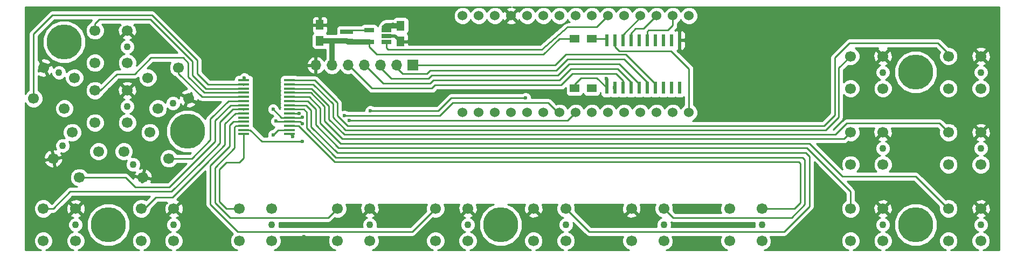
<source format=gbr>
G04 #@! TF.FileFunction,Copper,L2,Bot,Signal*
%FSLAX46Y46*%
G04 Gerber Fmt 4.6, Leading zero omitted, Abs format (unit mm)*
G04 Created by KiCad (PCBNEW 4.0.7+dfsg1-1) date Mon Nov  5 17:33:27 2018*
%MOMM*%
%LPD*%
G01*
G04 APERTURE LIST*
%ADD10C,0.100000*%
%ADD11R,1.250000X1.500000*%
%ADD12R,1.700000X1.700000*%
%ADD13O,1.700000X1.700000*%
%ADD14R,1.500000X1.300000*%
%ADD15C,1.700000*%
%ADD16C,1.100000*%
%ADD17R,1.560000X0.650000*%
%ADD18R,0.600000X1.950000*%
%ADD19R,1.750000X0.450000*%
%ADD20R,2.000000X0.700000*%
%ADD21C,1.524000*%
%ADD22C,5.500000*%
%ADD23C,0.600000*%
%ADD24C,0.250000*%
%ADD25C,0.812800*%
%ADD26C,0.508000*%
%ADD27C,0.254000*%
G04 APERTURE END LIST*
D10*
D11*
X159700000Y-103650000D03*
X159700000Y-106150000D03*
X147000000Y-106050000D03*
X147000000Y-103550000D03*
D12*
X161600000Y-109900000D03*
D13*
X159060000Y-109900000D03*
X156520000Y-109900000D03*
X153980000Y-109900000D03*
X151440000Y-109900000D03*
X148900000Y-109900000D03*
X146360000Y-109900000D03*
D14*
X187012000Y-105692000D03*
X189712000Y-105692000D03*
X189712000Y-113492000D03*
X187012000Y-113492000D03*
D15*
X108640000Y-137550000D03*
X108640000Y-132470000D03*
X103560000Y-137550000D03*
X103560000Y-132470000D03*
D16*
X108640000Y-135010000D03*
D15*
X108437587Y-111857220D03*
X103606220Y-110287413D03*
X106867780Y-116688587D03*
X102036413Y-115118780D03*
D16*
X106021903Y-111072316D03*
D15*
X108098071Y-120477122D03*
X105112122Y-124586929D03*
X112207878Y-123463071D03*
X109221929Y-127572878D03*
D16*
X106605097Y-122532025D03*
D15*
X124040000Y-137550000D03*
X124040000Y-132470000D03*
X118960000Y-137550000D03*
X118960000Y-132470000D03*
D16*
X124040000Y-135010000D03*
D15*
X116740000Y-109515000D03*
X116740000Y-104435000D03*
X111660000Y-109515000D03*
X111660000Y-104435000D03*
D16*
X116740000Y-106975000D03*
D15*
X116740000Y-118940000D03*
X116740000Y-113860000D03*
X111660000Y-118940000D03*
X111660000Y-113860000D03*
D16*
X116740000Y-116400000D03*
D15*
X116192122Y-123463071D03*
X119178071Y-127572878D03*
X120301929Y-120477122D03*
X123287878Y-124586929D03*
D16*
X117685097Y-125517975D03*
D15*
X139440000Y-137550000D03*
X139440000Y-132470000D03*
X134360000Y-137550000D03*
X134360000Y-132470000D03*
D16*
X139440000Y-135010000D03*
D15*
X121532220Y-116688587D03*
X126363587Y-115118780D03*
X119962413Y-111857220D03*
X124793780Y-110287413D03*
D16*
X123947903Y-115903684D03*
D17*
X157450000Y-104350000D03*
X157450000Y-105300000D03*
X157450000Y-106250000D03*
X154750000Y-106250000D03*
X154750000Y-104350000D03*
D15*
X154840000Y-137550000D03*
X154840000Y-132470000D03*
X149760000Y-137550000D03*
X149760000Y-132470000D03*
D16*
X154840000Y-135010000D03*
D15*
X170240000Y-137550000D03*
X170240000Y-132470000D03*
X165160000Y-137550000D03*
X165160000Y-132470000D03*
D16*
X170240000Y-135010000D03*
D18*
X192047000Y-105942000D03*
X193317000Y-105942000D03*
X194587000Y-105942000D03*
X195857000Y-105942000D03*
X197127000Y-105942000D03*
X198397000Y-105942000D03*
X199667000Y-105942000D03*
X200937000Y-105942000D03*
X202207000Y-105942000D03*
X203477000Y-105942000D03*
X203477000Y-113442000D03*
X202207000Y-113442000D03*
X200937000Y-113442000D03*
X199667000Y-113442000D03*
X198397000Y-113442000D03*
X197127000Y-113442000D03*
X195857000Y-113442000D03*
X194587000Y-113442000D03*
X193317000Y-113442000D03*
X192047000Y-113442000D03*
D15*
X185640000Y-137550000D03*
X185640000Y-132470000D03*
X180560000Y-137550000D03*
X180560000Y-132470000D03*
D16*
X185640000Y-135010000D03*
D15*
X201040000Y-137550000D03*
X201040000Y-132470000D03*
X195960000Y-137550000D03*
X195960000Y-132470000D03*
D16*
X201040000Y-135010000D03*
D15*
X216440000Y-137550000D03*
X216440000Y-132470000D03*
X211360000Y-137550000D03*
X211360000Y-132470000D03*
D16*
X216440000Y-135010000D03*
D15*
X235440000Y-113550000D03*
X235440000Y-108470000D03*
X230360000Y-113550000D03*
X230360000Y-108470000D03*
D16*
X235440000Y-111010000D03*
D15*
X235440000Y-125550000D03*
X235440000Y-120470000D03*
X230360000Y-125550000D03*
X230360000Y-120470000D03*
D16*
X235440000Y-123010000D03*
D15*
X235440000Y-137550000D03*
X235440000Y-132470000D03*
X230360000Y-137550000D03*
X230360000Y-132470000D03*
D16*
X235440000Y-135010000D03*
D15*
X250840000Y-113550000D03*
X250840000Y-108470000D03*
X245760000Y-113550000D03*
X245760000Y-108470000D03*
D16*
X250840000Y-111010000D03*
D15*
X250840000Y-125550000D03*
X250840000Y-120470000D03*
X245760000Y-125550000D03*
X245760000Y-120470000D03*
D16*
X250840000Y-123010000D03*
D15*
X250840000Y-137550000D03*
X250840000Y-132470000D03*
X245760000Y-137550000D03*
X245760000Y-132470000D03*
D16*
X250840000Y-135010000D03*
D19*
X135040000Y-112275000D03*
X135040000Y-112925000D03*
X135040000Y-113575000D03*
X135040000Y-114225000D03*
X135040000Y-114875000D03*
X135040000Y-115525000D03*
X135040000Y-116175000D03*
X135040000Y-116825000D03*
X135040000Y-117475000D03*
X135040000Y-118125000D03*
X135040000Y-118775000D03*
X135040000Y-119425000D03*
X135040000Y-120075000D03*
X135040000Y-120725000D03*
X142240000Y-120725000D03*
X142240000Y-120075000D03*
X142240000Y-119425000D03*
X142240000Y-118775000D03*
X142240000Y-118125000D03*
X142240000Y-117475000D03*
X142240000Y-116825000D03*
X142240000Y-116175000D03*
X142240000Y-115525000D03*
X142240000Y-114875000D03*
X142240000Y-114225000D03*
X142240000Y-113575000D03*
X142240000Y-112925000D03*
X142240000Y-112275000D03*
D20*
X151200000Y-104575000D03*
X151200000Y-106025000D03*
D21*
X169418000Y-102108000D03*
X204978000Y-102108000D03*
X202438000Y-102108000D03*
X199898000Y-102108000D03*
X197358000Y-102108000D03*
X194818000Y-102108000D03*
X192278000Y-102108000D03*
X189738000Y-102108000D03*
X171958000Y-102108000D03*
X174498000Y-102108000D03*
X177038000Y-102108000D03*
X179578000Y-102108000D03*
X182118000Y-102108000D03*
X184658000Y-102108000D03*
X187198000Y-102108000D03*
X187198000Y-102108000D03*
X184658000Y-102108000D03*
X182118000Y-102108000D03*
X179578000Y-102108000D03*
X177038000Y-102108000D03*
X174498000Y-102108000D03*
X171958000Y-102108000D03*
X189738000Y-102108000D03*
X192278000Y-102108000D03*
X194818000Y-102108000D03*
X197358000Y-102108000D03*
X199898000Y-102108000D03*
X202438000Y-102108000D03*
X204978000Y-102108000D03*
X169418000Y-102108000D03*
X204978000Y-117348000D03*
X202438000Y-117348000D03*
X199898000Y-117348000D03*
X197358000Y-117348000D03*
X194818000Y-117348000D03*
X192278000Y-117348000D03*
X189738000Y-117348000D03*
X187198000Y-117348000D03*
X184658000Y-117348000D03*
X182118000Y-117348000D03*
X179578000Y-117348000D03*
X177038000Y-117348000D03*
X174498000Y-117348000D03*
X171958000Y-117348000D03*
X169418000Y-117348000D03*
D22*
X240600000Y-110998000D03*
X240600000Y-135010000D03*
X175400000Y-135010000D03*
X113800000Y-135010000D03*
X126200000Y-120300000D03*
X106800000Y-106200000D03*
D23*
X135128000Y-111887000D03*
X158496000Y-103632000D03*
X159766000Y-103632000D03*
X142740000Y-121100000D03*
X143700000Y-117470000D03*
X205300000Y-135000000D03*
X205300000Y-133100000D03*
X205500000Y-137200000D03*
X191000000Y-137100000D03*
X144500000Y-136900000D03*
X221700000Y-136100000D03*
X131800000Y-136100000D03*
X192024000Y-112014000D03*
X187012000Y-105692000D03*
X186962000Y-113492000D03*
X197127000Y-105942000D03*
X150876000Y-117856000D03*
X144272000Y-118110000D03*
X139640000Y-116800000D03*
X144272000Y-119126000D03*
X151638000Y-118618000D03*
X140140000Y-118700000D03*
X144272000Y-121920000D03*
X154940000Y-117094000D03*
X179324000Y-115062000D03*
X189712000Y-113492000D03*
X193262000Y-113392000D03*
X139640000Y-120900000D03*
D24*
X135040000Y-112275000D02*
X135040000Y-111975000D01*
X135040000Y-111975000D02*
X135128000Y-111887000D01*
D25*
X158496000Y-103650000D02*
X158150000Y-103650000D01*
X158496000Y-103632000D02*
X158496000Y-103650000D01*
D26*
X157480000Y-103500000D02*
X157358000Y-103500000D01*
X157358000Y-103500000D02*
X156972000Y-103886000D01*
D25*
X159766000Y-103632000D02*
X159748000Y-103650000D01*
X159748000Y-103650000D02*
X159700000Y-103650000D01*
D26*
X157450000Y-104350000D02*
X158150000Y-103650000D01*
X158150000Y-103650000D02*
X158050000Y-103650000D01*
X158050000Y-103650000D02*
X157900000Y-103800000D01*
X157900000Y-103800000D02*
X157900000Y-103650000D01*
X157400000Y-103500000D02*
X157480000Y-103500000D01*
X157480000Y-103500000D02*
X158000000Y-103500000D01*
X158000000Y-103500000D02*
X158150000Y-103650000D01*
X157450000Y-104350000D02*
X157450000Y-103550000D01*
X157400000Y-103700000D02*
X157400000Y-103500000D01*
X157400000Y-103600000D02*
X157400000Y-103700000D01*
X157450000Y-103550000D02*
X157400000Y-103600000D01*
D25*
X159700000Y-103650000D02*
X157900000Y-103650000D01*
X157900000Y-103650000D02*
X158150000Y-103650000D01*
X159850000Y-103800000D02*
X159700000Y-103650000D01*
D24*
X142365000Y-120725000D02*
X142740000Y-121100000D01*
X143695000Y-117475000D02*
X143700000Y-117470000D01*
X143695000Y-117475000D02*
X142240000Y-117475000D01*
X142240000Y-120725000D02*
X142365000Y-120725000D01*
D26*
X157450000Y-105300000D02*
X158850000Y-105300000D01*
X158850000Y-105300000D02*
X159700000Y-106150000D01*
X192047000Y-113442000D02*
X192047000Y-112037000D01*
X192047000Y-112037000D02*
X192024000Y-112014000D01*
D24*
X187012000Y-105692000D02*
X184630000Y-105692000D01*
X154750000Y-106998000D02*
X154750000Y-106250000D01*
X155956000Y-108204000D02*
X154750000Y-106998000D01*
X182118000Y-108204000D02*
X155956000Y-108204000D01*
X184630000Y-105692000D02*
X182118000Y-108204000D01*
X187012000Y-113492000D02*
X186962000Y-113492000D01*
X187012000Y-113492000D02*
X187012000Y-112942000D01*
X187012000Y-112942000D02*
X188062000Y-111892000D01*
X190497000Y-111892000D02*
X192047000Y-113442000D01*
X188062000Y-111892000D02*
X190497000Y-111892000D01*
X148900000Y-109900000D02*
X149000000Y-109900000D01*
D25*
X148900000Y-109900000D02*
X148900000Y-106125000D01*
X148900000Y-106125000D02*
X149000000Y-106025000D01*
X151200000Y-106025000D02*
X149000000Y-106025000D01*
X149000000Y-106025000D02*
X147025000Y-106025000D01*
X147025000Y-106025000D02*
X147000000Y-106050000D01*
X154750000Y-106250000D02*
X151425000Y-106250000D01*
X151425000Y-106250000D02*
X151200000Y-106025000D01*
D24*
X151440000Y-109900000D02*
X151556000Y-109900000D01*
X151556000Y-109900000D02*
X155194000Y-113538000D01*
X194587000Y-112291000D02*
X193548000Y-111252000D01*
X193548000Y-111252000D02*
X186690000Y-111252000D01*
X186690000Y-111252000D02*
X185420000Y-112522000D01*
X194587000Y-113442000D02*
X194587000Y-112291000D01*
X184912000Y-113030000D02*
X185420000Y-112522000D01*
X165100000Y-113030000D02*
X165354000Y-113030000D01*
X165354000Y-113030000D02*
X184912000Y-113030000D01*
X164592000Y-113538000D02*
X165100000Y-113030000D01*
X155194000Y-113538000D02*
X164592000Y-113538000D01*
X151440000Y-109900000D02*
X151440000Y-110240000D01*
X153980000Y-109900000D02*
X154096000Y-109900000D01*
X154096000Y-109900000D02*
X156972000Y-112776000D01*
X186436000Y-110490000D02*
X184912000Y-112014000D01*
X193802000Y-110490000D02*
X186436000Y-110490000D01*
X195857000Y-112545000D02*
X193802000Y-110490000D01*
X184658000Y-112268000D02*
X184912000Y-112014000D01*
X164846000Y-112268000D02*
X165354000Y-112268000D01*
X165354000Y-112268000D02*
X184658000Y-112268000D01*
X164338000Y-112776000D02*
X164846000Y-112268000D01*
X156972000Y-112776000D02*
X164338000Y-112776000D01*
X195857000Y-113442000D02*
X195857000Y-112545000D01*
X153980000Y-109900000D02*
X153980000Y-110280000D01*
X184404000Y-111506000D02*
X165354000Y-111506000D01*
X165354000Y-111506000D02*
X164592000Y-111506000D01*
X186182000Y-109728000D02*
X184404000Y-111506000D01*
X194056000Y-109728000D02*
X186182000Y-109728000D01*
X197127000Y-112799000D02*
X194056000Y-109728000D01*
X158242000Y-112014000D02*
X156520000Y-110292000D01*
X164084000Y-112014000D02*
X158242000Y-112014000D01*
X164592000Y-111506000D02*
X164084000Y-112014000D01*
X156520000Y-110292000D02*
X156520000Y-109900000D01*
X197127000Y-113442000D02*
X197127000Y-112799000D01*
X156520000Y-109900000D02*
X156520000Y-110220000D01*
X159060000Y-109900000D02*
X159060000Y-110292000D01*
X159060000Y-110292000D02*
X160020000Y-111252000D01*
X160020000Y-111252000D02*
X163830000Y-111252000D01*
X163830000Y-111252000D02*
X164338000Y-110744000D01*
X164338000Y-110744000D02*
X165354000Y-110744000D01*
X165354000Y-110744000D02*
X184150000Y-110744000D01*
X198397000Y-113442000D02*
X198397000Y-112545000D01*
X198397000Y-112545000D02*
X194818000Y-108966000D01*
X194818000Y-108966000D02*
X185928000Y-108966000D01*
X185928000Y-108966000D02*
X184150000Y-110744000D01*
X185674000Y-108204000D02*
X183978000Y-109900000D01*
X183978000Y-109900000D02*
X165354000Y-109900000D01*
X165354000Y-109900000D02*
X161600000Y-109900000D01*
X185674000Y-108204000D02*
X185928000Y-108204000D01*
X186182000Y-108204000D02*
X185928000Y-108204000D01*
X185928000Y-108204000D02*
X185674000Y-108204000D01*
X199667000Y-112799000D02*
X195072000Y-108204000D01*
X195072000Y-108204000D02*
X186182000Y-108204000D01*
X199667000Y-113442000D02*
X199667000Y-112799000D01*
X161600000Y-109900000D02*
X161700000Y-109900000D01*
X193317000Y-105942000D02*
X193317000Y-106957000D01*
X204978000Y-110490000D02*
X204978000Y-117348000D01*
X202184000Y-107696000D02*
X204978000Y-110490000D01*
X194056000Y-107696000D02*
X202184000Y-107696000D01*
X193317000Y-106957000D02*
X194056000Y-107696000D01*
X194587000Y-105942000D02*
X194587000Y-105133000D01*
X194587000Y-105133000D02*
X197358000Y-102362000D01*
X197358000Y-102362000D02*
X197358000Y-102108000D01*
X195857000Y-105942000D02*
X195857000Y-104879000D01*
X197866000Y-104140000D02*
X199898000Y-102108000D01*
X196596000Y-104140000D02*
X197866000Y-104140000D01*
X195857000Y-104879000D02*
X196596000Y-104140000D01*
X202438000Y-102108000D02*
X202438000Y-103632000D01*
X198397000Y-104625000D02*
X198397000Y-105942000D01*
X198628000Y-104394000D02*
X198397000Y-104625000D01*
X201676000Y-104394000D02*
X198628000Y-104394000D01*
X202438000Y-103632000D02*
X201676000Y-104394000D01*
X184658000Y-117348000D02*
X184404000Y-117348000D01*
X184404000Y-117348000D02*
X182880000Y-115824000D01*
X182880000Y-115824000D02*
X167894000Y-115824000D01*
X167894000Y-115824000D02*
X165862000Y-117856000D01*
X165862000Y-117856000D02*
X165354000Y-117856000D01*
X165354000Y-117856000D02*
X155956000Y-117856000D01*
X155956000Y-117856000D02*
X150876000Y-117856000D01*
X144272000Y-118110000D02*
X144257000Y-118125000D01*
X144257000Y-118125000D02*
X142240000Y-118125000D01*
X142240000Y-118125000D02*
X140965000Y-118125000D01*
X140965000Y-118125000D02*
X139640000Y-116800000D01*
X187198000Y-117348000D02*
X185928000Y-118618000D01*
X143921000Y-118775000D02*
X142240000Y-118775000D01*
X144272000Y-119126000D02*
X143921000Y-118775000D01*
X185928000Y-118618000D02*
X165354000Y-118618000D01*
X165354000Y-118618000D02*
X155956000Y-118618000D01*
X155956000Y-118618000D02*
X151638000Y-118618000D01*
X142240000Y-118775000D02*
X140215000Y-118775000D01*
X140215000Y-118775000D02*
X140140000Y-118700000D01*
X135040000Y-120075000D02*
X136077000Y-120075000D01*
X136077000Y-120075000D02*
X137922000Y-121920000D01*
X137922000Y-121920000D02*
X144272000Y-121920000D01*
X155956000Y-117094000D02*
X165608000Y-117094000D01*
X154940000Y-117094000D02*
X155956000Y-117094000D01*
X165608000Y-117094000D02*
X167640000Y-115062000D01*
X167640000Y-115062000D02*
X179324000Y-115062000D01*
X157450000Y-106250000D02*
X157450000Y-107158000D01*
X190500000Y-103886000D02*
X192278000Y-102108000D01*
X185928000Y-103886000D02*
X190500000Y-103886000D01*
X181864000Y-107442000D02*
X185928000Y-103886000D01*
X157734000Y-107442000D02*
X181864000Y-107442000D01*
X157450000Y-107158000D02*
X157734000Y-107442000D01*
X157450000Y-106350000D02*
X157450000Y-106250000D01*
D27*
X154750000Y-104350000D02*
X151425000Y-104350000D01*
X151425000Y-104350000D02*
X151200000Y-104575000D01*
D24*
X189712000Y-105692000D02*
X191797000Y-105692000D01*
X191797000Y-105692000D02*
X192047000Y-105942000D01*
X193312000Y-113442000D02*
X193262000Y-113392000D01*
X193312000Y-113442000D02*
X193317000Y-113442000D01*
X142240000Y-120075000D02*
X140465000Y-120075000D01*
X140465000Y-120075000D02*
X139640000Y-120900000D01*
X123698000Y-129794000D02*
X121106000Y-129794000D01*
X105130000Y-132470000D02*
X107800000Y-129800000D01*
X107800000Y-129800000D02*
X121100000Y-129800000D01*
X105130000Y-132470000D02*
X103560000Y-132470000D01*
X121106000Y-129794000D02*
X121100000Y-129800000D01*
X128400000Y-125092000D02*
X123698000Y-129794000D01*
X123698000Y-129794000D02*
X123692000Y-129800000D01*
X135040000Y-116825000D02*
X133365000Y-116825000D01*
X131318000Y-122174000D02*
X128400000Y-125092000D01*
X131318000Y-118872000D02*
X131318000Y-122174000D01*
X133365000Y-116825000D02*
X131318000Y-118872000D01*
X134965000Y-116900000D02*
X135040000Y-116825000D01*
X135015000Y-116800000D02*
X135040000Y-116825000D01*
X131965000Y-112925000D02*
X129425000Y-112925000D01*
X135040000Y-112925000D02*
X131965000Y-112925000D01*
X127700000Y-109100000D02*
X120600000Y-102000000D01*
X127700000Y-111200000D02*
X127700000Y-109100000D01*
X129425000Y-112925000D02*
X127700000Y-111200000D01*
X102036413Y-109063587D02*
X102036413Y-104963587D01*
X102036413Y-109063587D02*
X102036413Y-115118780D01*
X109100000Y-102000000D02*
X120600000Y-102000000D01*
X102036413Y-104963587D02*
X105000000Y-102000000D01*
X105000000Y-102000000D02*
X109100000Y-102000000D01*
X134965000Y-113000000D02*
X135040000Y-112925000D01*
X127762000Y-124714000D02*
X123376000Y-129100000D01*
X123444000Y-129032000D02*
X123444000Y-129100000D01*
X123376000Y-129100000D02*
X123444000Y-129032000D01*
X135040000Y-116175000D02*
X132999000Y-116175000D01*
X130556000Y-121920000D02*
X127762000Y-124714000D01*
X130556000Y-118618000D02*
X130556000Y-121920000D01*
X132999000Y-116175000D02*
X130556000Y-118618000D01*
X123444000Y-129100000D02*
X120800000Y-129100000D01*
X118000000Y-129100000D02*
X120800000Y-129100000D01*
X116472878Y-127572878D02*
X109221929Y-127572878D01*
X116472878Y-127572878D02*
X118000000Y-129100000D01*
X135015000Y-116200000D02*
X135040000Y-116175000D01*
X123825000Y-130683000D02*
X121217000Y-130683000D01*
X121200000Y-130700000D02*
X119430000Y-132470000D01*
X121217000Y-130683000D02*
X121200000Y-130700000D01*
X129100000Y-125408000D02*
X123825000Y-130683000D01*
X123825000Y-130683000D02*
X123808000Y-130700000D01*
X135040000Y-117475000D02*
X133731000Y-117475000D01*
X132080000Y-122428000D02*
X129100000Y-125408000D01*
X132080000Y-119126000D02*
X132080000Y-122428000D01*
X133731000Y-117475000D02*
X132080000Y-119126000D01*
X134965000Y-117400000D02*
X135040000Y-117475000D01*
X118960000Y-132470000D02*
X119430000Y-132470000D01*
X131615000Y-113575000D02*
X129075000Y-113575000D01*
X112300000Y-102700000D02*
X120400000Y-102700000D01*
X111660000Y-104435000D02*
X111660000Y-103340000D01*
X111660000Y-103340000D02*
X112300000Y-102700000D01*
X129075000Y-113575000D02*
X127000000Y-111500000D01*
X127000000Y-111500000D02*
X127000000Y-109300000D01*
X127000000Y-109300000D02*
X120400000Y-102700000D01*
X131615000Y-113575000D02*
X135040000Y-113575000D01*
X135015000Y-113600000D02*
X135040000Y-113575000D01*
X131365000Y-114225000D02*
X128825000Y-114225000D01*
X115100000Y-111300000D02*
X117900000Y-111300000D01*
X117900000Y-111300000D02*
X120500000Y-108700000D01*
X120500000Y-108700000D02*
X125500000Y-108700000D01*
X111660000Y-113860000D02*
X112540000Y-113860000D01*
X112540000Y-113860000D02*
X115100000Y-111300000D01*
X128825000Y-114225000D02*
X126300000Y-111700000D01*
X126300000Y-111700000D02*
X126300000Y-109500000D01*
X126300000Y-109500000D02*
X125500000Y-108700000D01*
X131365000Y-114225000D02*
X135040000Y-114225000D01*
X135015000Y-114200000D02*
X135040000Y-114225000D01*
X135040000Y-115525000D02*
X132633000Y-115525000D01*
X126873071Y-124586929D02*
X123287878Y-124586929D01*
X129794000Y-121666000D02*
X126873071Y-124586929D01*
X129794000Y-118364000D02*
X129794000Y-121666000D01*
X130048000Y-118110000D02*
X129794000Y-118364000D01*
X132633000Y-115525000D02*
X130048000Y-118110000D01*
X135015000Y-115500000D02*
X135040000Y-115525000D01*
X123287878Y-124586929D02*
X123413071Y-124586929D01*
X135040000Y-120725000D02*
X135040000Y-124548000D01*
X132278000Y-125222000D02*
X131200000Y-126300000D01*
X134366000Y-125222000D02*
X132278000Y-125222000D01*
X135040000Y-124548000D02*
X134366000Y-125222000D01*
X134965000Y-120800000D02*
X135040000Y-120725000D01*
X131200000Y-127900000D02*
X131200000Y-126500000D01*
X131200000Y-126500000D02*
X131200000Y-126300000D01*
X134360000Y-132470000D02*
X132270000Y-132470000D01*
X131200000Y-131400000D02*
X131200000Y-127900000D01*
X132270000Y-132470000D02*
X131200000Y-131400000D01*
X135040000Y-114875000D02*
X128475000Y-114875000D01*
X128475000Y-114875000D02*
X124793780Y-111193780D01*
X124793780Y-111193780D02*
X124793780Y-110287413D01*
X134965000Y-114800000D02*
X135040000Y-114875000D01*
X135040000Y-119425000D02*
X133813000Y-119425000D01*
X133604000Y-122936000D02*
X130500000Y-126040000D01*
X133604000Y-119634000D02*
X133604000Y-122936000D01*
X133813000Y-119425000D02*
X133604000Y-119634000D01*
X135015000Y-119400000D02*
X135040000Y-119425000D01*
X130500000Y-126100000D02*
X130500000Y-126040000D01*
X130500000Y-126900000D02*
X130500000Y-126100000D01*
X130500000Y-128100000D02*
X130500000Y-126900000D01*
X130500000Y-131500000D02*
X130500000Y-128100000D01*
X132900000Y-133900000D02*
X130500000Y-131500000D01*
X148300000Y-133900000D02*
X132900000Y-133900000D01*
X149730000Y-132470000D02*
X148300000Y-133900000D01*
X149760000Y-132470000D02*
X149730000Y-132470000D01*
X135040000Y-118775000D02*
X133447000Y-118775000D01*
X132842000Y-122682000D02*
X129800000Y-125724000D01*
X132842000Y-119380000D02*
X132842000Y-122682000D01*
X133447000Y-118775000D02*
X132842000Y-119380000D01*
X134965000Y-118700000D02*
X135040000Y-118775000D01*
X129800000Y-125900000D02*
X129800000Y-125724000D01*
X165130000Y-132470000D02*
X161500000Y-136100000D01*
X129800000Y-128200000D02*
X129800000Y-125900000D01*
X129800000Y-131800000D02*
X129800000Y-128200000D01*
X134100000Y-136100000D02*
X129800000Y-131800000D01*
X161500000Y-136100000D02*
X134100000Y-136100000D01*
X165160000Y-132470000D02*
X165130000Y-132470000D01*
X173100000Y-123700000D02*
X155956000Y-123700000D01*
X155956000Y-123700000D02*
X149740000Y-123700000D01*
X144815000Y-116175000D02*
X142240000Y-116175000D01*
X145640000Y-117000000D02*
X144815000Y-116175000D01*
X145640000Y-119600000D02*
X145640000Y-117000000D01*
X149740000Y-123700000D02*
X145640000Y-119600000D01*
X185640000Y-132470000D02*
X185670000Y-132470000D01*
X185670000Y-132470000D02*
X189300000Y-136100000D01*
X189300000Y-136100000D02*
X219900000Y-136100000D01*
X219900000Y-136100000D02*
X223900000Y-132100000D01*
X223900000Y-132100000D02*
X223900000Y-124300000D01*
X223900000Y-124300000D02*
X223300000Y-123700000D01*
X223300000Y-123700000D02*
X173100000Y-123700000D01*
X172800000Y-124400000D02*
X155956000Y-124400000D01*
X155956000Y-124400000D02*
X149540000Y-124400000D01*
X144465000Y-116825000D02*
X142240000Y-116825000D01*
X144940000Y-117300000D02*
X144465000Y-116825000D01*
X144940000Y-119800000D02*
X144940000Y-117300000D01*
X149540000Y-124400000D02*
X144940000Y-119800000D01*
X223200000Y-129100000D02*
X223200000Y-124800000D01*
X223200000Y-131800000D02*
X223200000Y-129100000D01*
X221100000Y-133900000D02*
X223200000Y-131800000D01*
X202500000Y-133900000D02*
X221100000Y-133900000D01*
X201070000Y-132470000D02*
X202500000Y-133900000D01*
X222800000Y-124400000D02*
X172800000Y-124400000D01*
X223200000Y-124800000D02*
X222800000Y-124400000D01*
X201040000Y-132470000D02*
X201070000Y-132470000D01*
X142240000Y-119425000D02*
X143615000Y-119425000D01*
X149290000Y-125100000D02*
X155956000Y-125100000D01*
X155956000Y-125100000D02*
X165700000Y-125100000D01*
X143615000Y-119425000D02*
X149290000Y-125100000D01*
X222500000Y-125400000D02*
X222200000Y-125100000D01*
X222200000Y-125100000D02*
X166700000Y-125100000D01*
X221530000Y-132470000D02*
X216440000Y-132470000D01*
X222500000Y-131500000D02*
X222500000Y-129000000D01*
X221530000Y-132470000D02*
X222500000Y-131500000D01*
X222500000Y-129000000D02*
X222500000Y-125400000D01*
X165700000Y-125100000D02*
X166700000Y-125100000D01*
X204500000Y-120100000D02*
X226500000Y-120100000D01*
X228500000Y-110330000D02*
X230360000Y-108470000D01*
X228500000Y-118100000D02*
X228500000Y-110330000D01*
X226500000Y-120100000D02*
X228500000Y-118100000D01*
X174400000Y-120100000D02*
X155956000Y-120100000D01*
X155956000Y-120100000D02*
X151040000Y-120100000D01*
X145965000Y-112925000D02*
X142240000Y-112925000D01*
X149040000Y-116000000D02*
X145965000Y-112925000D01*
X149040000Y-118100000D02*
X149040000Y-116000000D01*
X151040000Y-120100000D02*
X149040000Y-118100000D01*
X204500000Y-120100000D02*
X174400000Y-120100000D01*
X204900000Y-121500000D02*
X229330000Y-121500000D01*
X229330000Y-121500000D02*
X230360000Y-120470000D01*
X173900000Y-121500000D02*
X155956000Y-121500000D01*
X155956000Y-121500000D02*
X150540000Y-121500000D01*
X145565000Y-114225000D02*
X142240000Y-114225000D01*
X147740000Y-116400000D02*
X145565000Y-114225000D01*
X147740000Y-118700000D02*
X147740000Y-116400000D01*
X150540000Y-121500000D02*
X147740000Y-118700000D01*
X204900000Y-121500000D02*
X173900000Y-121500000D01*
X173300000Y-122900000D02*
X155956000Y-122900000D01*
X155956000Y-122900000D02*
X149940000Y-122900000D01*
X145065000Y-115525000D02*
X142240000Y-115525000D01*
X146340000Y-116800000D02*
X145065000Y-115525000D01*
X146340000Y-119300000D02*
X146340000Y-116800000D01*
X149940000Y-122900000D02*
X146340000Y-119300000D01*
X230360000Y-132470000D02*
X230360000Y-129760000D01*
X223500000Y-122900000D02*
X173300000Y-122900000D01*
X230360000Y-129760000D02*
X223500000Y-122900000D01*
X204300000Y-119400000D02*
X226200000Y-119400000D01*
X227900000Y-108700000D02*
X230200000Y-106400000D01*
X227900000Y-117700000D02*
X227900000Y-108700000D01*
X226200000Y-119400000D02*
X227900000Y-117700000D01*
X174700000Y-119400000D02*
X155956000Y-119400000D01*
X155956000Y-119400000D02*
X151340000Y-119400000D01*
X146215000Y-112275000D02*
X142240000Y-112275000D01*
X149740000Y-115800000D02*
X146215000Y-112275000D01*
X149740000Y-117800000D02*
X149740000Y-115800000D01*
X151340000Y-119400000D02*
X149740000Y-117800000D01*
X245760000Y-108470000D02*
X245760000Y-108060000D01*
X245760000Y-108060000D02*
X244100000Y-106400000D01*
X244100000Y-106400000D02*
X230200000Y-106400000D01*
X204300000Y-119400000D02*
X174700000Y-119400000D01*
X204900000Y-120800000D02*
X228000000Y-120800000D01*
X228000000Y-120800000D02*
X229800000Y-119000000D01*
X174100000Y-120800000D02*
X155956000Y-120800000D01*
X155956000Y-120800000D02*
X150840000Y-120800000D01*
X145715000Y-113575000D02*
X142240000Y-113575000D01*
X148440000Y-116300000D02*
X145715000Y-113575000D01*
X148440000Y-118400000D02*
X148440000Y-116300000D01*
X150840000Y-120800000D02*
X148440000Y-118400000D01*
X245760000Y-120470000D02*
X245760000Y-120460000D01*
X245760000Y-120460000D02*
X244300000Y-119000000D01*
X244300000Y-119000000D02*
X229800000Y-119000000D01*
X204900000Y-120800000D02*
X174100000Y-120800000D01*
X173600000Y-122200000D02*
X155956000Y-122200000D01*
X155956000Y-122200000D02*
X150240000Y-122200000D01*
X145315000Y-114875000D02*
X142240000Y-114875000D01*
X147040000Y-116600000D02*
X145315000Y-114875000D01*
X147040000Y-119000000D02*
X147040000Y-116600000D01*
X150240000Y-122200000D02*
X147040000Y-119000000D01*
X245760000Y-132470000D02*
X245670000Y-132470000D01*
X245670000Y-132470000D02*
X240600000Y-127400000D01*
X223900000Y-122200000D02*
X173600000Y-122200000D01*
X229100000Y-127400000D02*
X223900000Y-122200000D01*
X240600000Y-127400000D02*
X229100000Y-127400000D01*
X245760000Y-132470000D02*
X245760000Y-131760000D01*
D27*
G36*
X168743282Y-132241279D02*
X168769685Y-132831458D01*
X168944741Y-133254080D01*
X169196042Y-133334353D01*
X170060395Y-132470000D01*
X170046253Y-132455858D01*
X170225858Y-132276253D01*
X170240000Y-132290395D01*
X170254143Y-132276253D01*
X170433748Y-132455858D01*
X170419605Y-132470000D01*
X171283958Y-133334353D01*
X171535259Y-133254080D01*
X171736718Y-132698721D01*
X171710315Y-132108542D01*
X171586655Y-131810000D01*
X174280483Y-131810000D01*
X173485057Y-132138663D01*
X172532010Y-133090048D01*
X172015589Y-134333728D01*
X172014414Y-135680364D01*
X172528663Y-136924943D01*
X173480048Y-137877990D01*
X174723728Y-138394411D01*
X176070364Y-138395586D01*
X177314943Y-137881337D01*
X178267990Y-136929952D01*
X178784411Y-135686272D01*
X178785586Y-134339636D01*
X178444424Y-133513958D01*
X179695647Y-133513958D01*
X179775920Y-133765259D01*
X180331279Y-133966718D01*
X180921458Y-133940315D01*
X181344080Y-133765259D01*
X181424353Y-133513958D01*
X180560000Y-132649605D01*
X179695647Y-133513958D01*
X178444424Y-133513958D01*
X178271337Y-133095057D01*
X177319952Y-132142010D01*
X176520383Y-131810000D01*
X179219730Y-131810000D01*
X179063282Y-132241279D01*
X179089685Y-132831458D01*
X179264741Y-133254080D01*
X179516042Y-133334353D01*
X180380395Y-132470000D01*
X180366253Y-132455858D01*
X180545858Y-132276253D01*
X180560000Y-132290395D01*
X180574143Y-132276253D01*
X180753748Y-132455858D01*
X180739605Y-132470000D01*
X181603958Y-133334353D01*
X181855259Y-133254080D01*
X182056718Y-132698721D01*
X182030315Y-132108542D01*
X181906655Y-131810000D01*
X184306121Y-131810000D01*
X184155258Y-132173319D01*
X184154743Y-132764089D01*
X184380344Y-133310086D01*
X184797717Y-133728188D01*
X185217384Y-133902449D01*
X184969628Y-134004820D01*
X184635991Y-134337875D01*
X184455206Y-134773255D01*
X184454794Y-135244677D01*
X184634820Y-135680372D01*
X184967875Y-136014009D01*
X185217668Y-136117732D01*
X184799914Y-136290344D01*
X184381812Y-136707717D01*
X184155258Y-137253319D01*
X184154743Y-137844089D01*
X184380344Y-138390086D01*
X184797717Y-138808188D01*
X185259651Y-139000000D01*
X180939418Y-139000000D01*
X181400086Y-138809656D01*
X181818188Y-138392283D01*
X182044742Y-137846681D01*
X182045257Y-137255911D01*
X181819656Y-136709914D01*
X181402283Y-136291812D01*
X180856681Y-136065258D01*
X180265911Y-136064743D01*
X179719914Y-136290344D01*
X179301812Y-136707717D01*
X179075258Y-137253319D01*
X179074743Y-137844089D01*
X179300344Y-138390086D01*
X179717717Y-138808188D01*
X180179651Y-139000000D01*
X170619418Y-139000000D01*
X171080086Y-138809656D01*
X171498188Y-138392283D01*
X171724742Y-137846681D01*
X171725257Y-137255911D01*
X171499656Y-136709914D01*
X171082283Y-136291812D01*
X170662616Y-136117551D01*
X170910372Y-136015180D01*
X171244009Y-135682125D01*
X171424794Y-135246745D01*
X171425206Y-134775323D01*
X171245180Y-134339628D01*
X170912125Y-134005991D01*
X170677802Y-133908692D01*
X171024080Y-133765259D01*
X171104353Y-133513958D01*
X170240000Y-132649605D01*
X169375647Y-133513958D01*
X169455920Y-133765259D01*
X169825203Y-133899218D01*
X169569628Y-134004820D01*
X169235991Y-134337875D01*
X169055206Y-134773255D01*
X169054794Y-135244677D01*
X169234820Y-135680372D01*
X169567875Y-136014009D01*
X169817668Y-136117732D01*
X169399914Y-136290344D01*
X168981812Y-136707717D01*
X168755258Y-137253319D01*
X168754743Y-137844089D01*
X168980344Y-138390086D01*
X169397717Y-138808188D01*
X169859651Y-139000000D01*
X165539418Y-139000000D01*
X166000086Y-138809656D01*
X166418188Y-138392283D01*
X166644742Y-137846681D01*
X166645257Y-137255911D01*
X166419656Y-136709914D01*
X166002283Y-136291812D01*
X165456681Y-136065258D01*
X164865911Y-136064743D01*
X164319914Y-136290344D01*
X163901812Y-136707717D01*
X163675258Y-137253319D01*
X163674743Y-137844089D01*
X163900344Y-138390086D01*
X164317717Y-138808188D01*
X164779651Y-139000000D01*
X155219418Y-139000000D01*
X155680086Y-138809656D01*
X156098188Y-138392283D01*
X156324742Y-137846681D01*
X156325257Y-137255911D01*
X156161670Y-136860000D01*
X161500000Y-136860000D01*
X161790839Y-136802148D01*
X162037401Y-136637401D01*
X164762093Y-133912709D01*
X164863319Y-133954742D01*
X165454089Y-133955257D01*
X166000086Y-133729656D01*
X166418188Y-133312283D01*
X166644742Y-132766681D01*
X166645257Y-132175911D01*
X166494066Y-131810000D01*
X168899730Y-131810000D01*
X168743282Y-132241279D01*
X168743282Y-132241279D01*
G37*
X168743282Y-132241279D02*
X168769685Y-132831458D01*
X168944741Y-133254080D01*
X169196042Y-133334353D01*
X170060395Y-132470000D01*
X170046253Y-132455858D01*
X170225858Y-132276253D01*
X170240000Y-132290395D01*
X170254143Y-132276253D01*
X170433748Y-132455858D01*
X170419605Y-132470000D01*
X171283958Y-133334353D01*
X171535259Y-133254080D01*
X171736718Y-132698721D01*
X171710315Y-132108542D01*
X171586655Y-131810000D01*
X174280483Y-131810000D01*
X173485057Y-132138663D01*
X172532010Y-133090048D01*
X172015589Y-134333728D01*
X172014414Y-135680364D01*
X172528663Y-136924943D01*
X173480048Y-137877990D01*
X174723728Y-138394411D01*
X176070364Y-138395586D01*
X177314943Y-137881337D01*
X178267990Y-136929952D01*
X178784411Y-135686272D01*
X178785586Y-134339636D01*
X178444424Y-133513958D01*
X179695647Y-133513958D01*
X179775920Y-133765259D01*
X180331279Y-133966718D01*
X180921458Y-133940315D01*
X181344080Y-133765259D01*
X181424353Y-133513958D01*
X180560000Y-132649605D01*
X179695647Y-133513958D01*
X178444424Y-133513958D01*
X178271337Y-133095057D01*
X177319952Y-132142010D01*
X176520383Y-131810000D01*
X179219730Y-131810000D01*
X179063282Y-132241279D01*
X179089685Y-132831458D01*
X179264741Y-133254080D01*
X179516042Y-133334353D01*
X180380395Y-132470000D01*
X180366253Y-132455858D01*
X180545858Y-132276253D01*
X180560000Y-132290395D01*
X180574143Y-132276253D01*
X180753748Y-132455858D01*
X180739605Y-132470000D01*
X181603958Y-133334353D01*
X181855259Y-133254080D01*
X182056718Y-132698721D01*
X182030315Y-132108542D01*
X181906655Y-131810000D01*
X184306121Y-131810000D01*
X184155258Y-132173319D01*
X184154743Y-132764089D01*
X184380344Y-133310086D01*
X184797717Y-133728188D01*
X185217384Y-133902449D01*
X184969628Y-134004820D01*
X184635991Y-134337875D01*
X184455206Y-134773255D01*
X184454794Y-135244677D01*
X184634820Y-135680372D01*
X184967875Y-136014009D01*
X185217668Y-136117732D01*
X184799914Y-136290344D01*
X184381812Y-136707717D01*
X184155258Y-137253319D01*
X184154743Y-137844089D01*
X184380344Y-138390086D01*
X184797717Y-138808188D01*
X185259651Y-139000000D01*
X180939418Y-139000000D01*
X181400086Y-138809656D01*
X181818188Y-138392283D01*
X182044742Y-137846681D01*
X182045257Y-137255911D01*
X181819656Y-136709914D01*
X181402283Y-136291812D01*
X180856681Y-136065258D01*
X180265911Y-136064743D01*
X179719914Y-136290344D01*
X179301812Y-136707717D01*
X179075258Y-137253319D01*
X179074743Y-137844089D01*
X179300344Y-138390086D01*
X179717717Y-138808188D01*
X180179651Y-139000000D01*
X170619418Y-139000000D01*
X171080086Y-138809656D01*
X171498188Y-138392283D01*
X171724742Y-137846681D01*
X171725257Y-137255911D01*
X171499656Y-136709914D01*
X171082283Y-136291812D01*
X170662616Y-136117551D01*
X170910372Y-136015180D01*
X171244009Y-135682125D01*
X171424794Y-135246745D01*
X171425206Y-134775323D01*
X171245180Y-134339628D01*
X170912125Y-134005991D01*
X170677802Y-133908692D01*
X171024080Y-133765259D01*
X171104353Y-133513958D01*
X170240000Y-132649605D01*
X169375647Y-133513958D01*
X169455920Y-133765259D01*
X169825203Y-133899218D01*
X169569628Y-134004820D01*
X169235991Y-134337875D01*
X169055206Y-134773255D01*
X169054794Y-135244677D01*
X169234820Y-135680372D01*
X169567875Y-136014009D01*
X169817668Y-136117732D01*
X169399914Y-136290344D01*
X168981812Y-136707717D01*
X168755258Y-137253319D01*
X168754743Y-137844089D01*
X168980344Y-138390086D01*
X169397717Y-138808188D01*
X169859651Y-139000000D01*
X165539418Y-139000000D01*
X166000086Y-138809656D01*
X166418188Y-138392283D01*
X166644742Y-137846681D01*
X166645257Y-137255911D01*
X166419656Y-136709914D01*
X166002283Y-136291812D01*
X165456681Y-136065258D01*
X164865911Y-136064743D01*
X164319914Y-136290344D01*
X163901812Y-136707717D01*
X163675258Y-137253319D01*
X163674743Y-137844089D01*
X163900344Y-138390086D01*
X164317717Y-138808188D01*
X164779651Y-139000000D01*
X155219418Y-139000000D01*
X155680086Y-138809656D01*
X156098188Y-138392283D01*
X156324742Y-137846681D01*
X156325257Y-137255911D01*
X156161670Y-136860000D01*
X161500000Y-136860000D01*
X161790839Y-136802148D01*
X162037401Y-136637401D01*
X164762093Y-133912709D01*
X164863319Y-133954742D01*
X165454089Y-133955257D01*
X166000086Y-133729656D01*
X166418188Y-133312283D01*
X166644742Y-132766681D01*
X166645257Y-132175911D01*
X166494066Y-131810000D01*
X168899730Y-131810000D01*
X168743282Y-132241279D01*
G36*
X111122599Y-102802599D02*
X110957852Y-103049161D01*
X110942857Y-103124545D01*
X110819914Y-103175344D01*
X110401812Y-103592717D01*
X110175258Y-104138319D01*
X110174743Y-104729089D01*
X110400344Y-105275086D01*
X110817717Y-105693188D01*
X111363319Y-105919742D01*
X111954089Y-105920257D01*
X112500086Y-105694656D01*
X112918188Y-105277283D01*
X113144742Y-104731681D01*
X113145257Y-104140911D01*
X112919656Y-103594914D01*
X112784977Y-103460000D01*
X115585392Y-103460000D01*
X115696040Y-103570648D01*
X115444741Y-103650920D01*
X115243282Y-104206279D01*
X115269685Y-104796458D01*
X115444741Y-105219080D01*
X115696042Y-105299353D01*
X116560395Y-104435000D01*
X116546253Y-104420858D01*
X116725858Y-104241253D01*
X116740000Y-104255395D01*
X116754143Y-104241253D01*
X116933748Y-104420858D01*
X116919605Y-104435000D01*
X117783958Y-105299353D01*
X118035259Y-105219080D01*
X118236718Y-104663721D01*
X118210315Y-104073542D01*
X118035259Y-103650920D01*
X117783960Y-103570648D01*
X117894608Y-103460000D01*
X120085198Y-103460000D01*
X124565198Y-107940000D01*
X120500000Y-107940000D01*
X120209160Y-107997852D01*
X119962599Y-108162599D01*
X118161703Y-109963495D01*
X118224742Y-109811681D01*
X118225257Y-109220911D01*
X117999656Y-108674914D01*
X117582283Y-108256812D01*
X117162616Y-108082551D01*
X117410372Y-107980180D01*
X117744009Y-107647125D01*
X117924794Y-107211745D01*
X117925206Y-106740323D01*
X117745180Y-106304628D01*
X117412125Y-105970991D01*
X117177802Y-105873692D01*
X117524080Y-105730259D01*
X117604353Y-105478958D01*
X116740000Y-104614605D01*
X115875647Y-105478958D01*
X115955920Y-105730259D01*
X116325203Y-105864218D01*
X116069628Y-105969820D01*
X115735991Y-106302875D01*
X115555206Y-106738255D01*
X115554794Y-107209677D01*
X115734820Y-107645372D01*
X116067875Y-107979009D01*
X116317668Y-108082732D01*
X115899914Y-108255344D01*
X115481812Y-108672717D01*
X115255258Y-109218319D01*
X115254743Y-109809089D01*
X115480344Y-110355086D01*
X115664936Y-110540000D01*
X115100000Y-110540000D01*
X114809161Y-110597852D01*
X114562599Y-110762599D01*
X112612738Y-112712460D01*
X112502283Y-112601812D01*
X111956681Y-112375258D01*
X111365911Y-112374743D01*
X110819914Y-112600344D01*
X110401812Y-113017717D01*
X110175258Y-113563319D01*
X110174743Y-114154089D01*
X110400344Y-114700086D01*
X110817717Y-115118188D01*
X111363319Y-115344742D01*
X111954089Y-115345257D01*
X112500086Y-115119656D01*
X112918188Y-114702283D01*
X113032262Y-114427562D01*
X113077401Y-114397401D01*
X113843523Y-113631279D01*
X115243282Y-113631279D01*
X115269685Y-114221458D01*
X115444741Y-114644080D01*
X115696042Y-114724353D01*
X116560395Y-113860000D01*
X116919605Y-113860000D01*
X117783958Y-114724353D01*
X118035259Y-114644080D01*
X118236718Y-114088721D01*
X118210315Y-113498542D01*
X118035259Y-113075920D01*
X117783958Y-112995647D01*
X116919605Y-113860000D01*
X116560395Y-113860000D01*
X115696042Y-112995647D01*
X115444741Y-113075920D01*
X115243282Y-113631279D01*
X113843523Y-113631279D01*
X114658760Y-112816042D01*
X115875647Y-112816042D01*
X116740000Y-113680395D01*
X117604353Y-112816042D01*
X117524080Y-112564741D01*
X116968721Y-112363282D01*
X116378542Y-112389685D01*
X115955920Y-112564741D01*
X115875647Y-112816042D01*
X114658760Y-112816042D01*
X115414802Y-112060000D01*
X117900000Y-112060000D01*
X118190839Y-112002148D01*
X118437401Y-111837401D01*
X118477465Y-111797337D01*
X118477156Y-112151309D01*
X118702757Y-112697306D01*
X119120130Y-113115408D01*
X119665732Y-113341962D01*
X120256502Y-113342477D01*
X120802499Y-113116876D01*
X121220601Y-112699503D01*
X121447155Y-112153901D01*
X121447670Y-111563131D01*
X121222069Y-111017134D01*
X120804696Y-110599032D01*
X120259094Y-110372478D01*
X119902635Y-110372167D01*
X120814802Y-109460000D01*
X123529417Y-109460000D01*
X123309038Y-109990732D01*
X123308523Y-110581502D01*
X123534124Y-111127499D01*
X123951497Y-111545601D01*
X124201836Y-111649551D01*
X124256379Y-111731181D01*
X126150930Y-113625732D01*
X126118603Y-113624638D01*
X125565468Y-113832124D01*
X125217625Y-114129210D01*
X125218937Y-114393016D01*
X126308086Y-114947965D01*
X126701346Y-114176148D01*
X126890195Y-114364997D01*
X126840780Y-114461979D01*
X126377728Y-114925031D01*
X126557336Y-115104639D01*
X126576994Y-115084981D01*
X127623550Y-115618228D01*
X127837746Y-115464228D01*
X127842712Y-115317514D01*
X127937599Y-115412401D01*
X128184160Y-115577148D01*
X128475000Y-115635000D01*
X131448198Y-115635000D01*
X129256599Y-117826599D01*
X129091852Y-118073161D01*
X129036711Y-118350371D01*
X128119952Y-117432010D01*
X126876272Y-116915589D01*
X125529636Y-116914414D01*
X124285057Y-117428663D01*
X123332010Y-118380048D01*
X122815589Y-119623728D01*
X122814414Y-120970364D01*
X123328663Y-122214943D01*
X124280048Y-123167990D01*
X125523728Y-123684411D01*
X126699761Y-123685437D01*
X126558269Y-123826929D01*
X124580625Y-123826929D01*
X124547534Y-123746843D01*
X124130161Y-123328741D01*
X123584559Y-123102187D01*
X122993789Y-123101672D01*
X122447792Y-123327273D01*
X122029690Y-123744646D01*
X121803136Y-124290248D01*
X121802621Y-124881018D01*
X122028222Y-125427015D01*
X122445595Y-125845117D01*
X122991197Y-126071671D01*
X123581967Y-126072186D01*
X124127964Y-125846585D01*
X124546066Y-125429212D01*
X124580233Y-125346929D01*
X126054269Y-125346929D01*
X123061198Y-128340000D01*
X120463370Y-128340000D01*
X120573739Y-128159894D01*
X120490971Y-127909404D01*
X119544261Y-127759460D01*
X119371820Y-127587019D01*
X119192212Y-127766627D01*
X119264515Y-127838930D01*
X119185154Y-128340000D01*
X118927988Y-128340000D01*
X118991489Y-127939068D01*
X119163930Y-127766627D01*
X118984322Y-127587019D01*
X118912019Y-127659322D01*
X117825437Y-127487225D01*
X117671586Y-127696784D01*
X117010279Y-127035477D01*
X116763717Y-126870730D01*
X116472878Y-126812878D01*
X110514676Y-126812878D01*
X110481585Y-126732792D01*
X110064212Y-126314690D01*
X109518610Y-126088136D01*
X108927840Y-126087621D01*
X108381843Y-126313222D01*
X107963741Y-126730595D01*
X107737187Y-127276197D01*
X107736672Y-127866967D01*
X107962273Y-128412964D01*
X108379646Y-128831066D01*
X108882814Y-129040000D01*
X107800000Y-129040000D01*
X107509160Y-129097852D01*
X107262599Y-129262599D01*
X104841768Y-131683430D01*
X104819656Y-131629914D01*
X104402283Y-131211812D01*
X103856681Y-130985258D01*
X103265911Y-130984743D01*
X102719914Y-131210344D01*
X102301812Y-131627717D01*
X102075258Y-132173319D01*
X102074743Y-132764089D01*
X102300344Y-133310086D01*
X102717717Y-133728188D01*
X103263319Y-133954742D01*
X103854089Y-133955257D01*
X104400086Y-133729656D01*
X104818188Y-133312283D01*
X104852355Y-133230000D01*
X105130000Y-133230000D01*
X105420839Y-133172148D01*
X105667401Y-133007401D01*
X106433523Y-132241279D01*
X107143282Y-132241279D01*
X107169685Y-132831458D01*
X107344741Y-133254080D01*
X107596042Y-133334353D01*
X108460395Y-132470000D01*
X108819605Y-132470000D01*
X109683958Y-133334353D01*
X109935259Y-133254080D01*
X110136718Y-132698721D01*
X110110315Y-132108542D01*
X109935259Y-131685920D01*
X109683958Y-131605647D01*
X108819605Y-132470000D01*
X108460395Y-132470000D01*
X107596042Y-131605647D01*
X107344741Y-131685920D01*
X107143282Y-132241279D01*
X106433523Y-132241279D01*
X107248760Y-131426042D01*
X107775647Y-131426042D01*
X108640000Y-132290395D01*
X109504353Y-131426042D01*
X109424080Y-131174741D01*
X108868721Y-130973282D01*
X108278542Y-130999685D01*
X107855920Y-131174741D01*
X107775647Y-131426042D01*
X107248760Y-131426042D01*
X108114802Y-130560000D01*
X120265198Y-130560000D01*
X119668809Y-131156389D01*
X119256681Y-130985258D01*
X118665911Y-130984743D01*
X118119914Y-131210344D01*
X117701812Y-131627717D01*
X117475258Y-132173319D01*
X117474743Y-132764089D01*
X117700344Y-133310086D01*
X118117717Y-133728188D01*
X118663319Y-133954742D01*
X119254089Y-133955257D01*
X119800086Y-133729656D01*
X120218188Y-133312283D01*
X120444742Y-132766681D01*
X120444948Y-132529854D01*
X121531802Y-131443000D01*
X122929268Y-131443000D01*
X122881330Y-131490938D01*
X122996040Y-131605648D01*
X122744741Y-131685920D01*
X122543282Y-132241279D01*
X122569685Y-132831458D01*
X122744741Y-133254080D01*
X122996042Y-133334353D01*
X123860395Y-132470000D01*
X124219605Y-132470000D01*
X125083958Y-133334353D01*
X125335259Y-133254080D01*
X125536718Y-132698721D01*
X125510315Y-132108542D01*
X125335259Y-131685920D01*
X125083958Y-131605647D01*
X124219605Y-132470000D01*
X123860395Y-132470000D01*
X123846253Y-132455858D01*
X124025858Y-132276253D01*
X124040000Y-132290395D01*
X124904353Y-131426042D01*
X124824080Y-131174741D01*
X124518802Y-131064000D01*
X129040000Y-126542802D01*
X129040000Y-131800000D01*
X129097852Y-132090839D01*
X129262599Y-132337401D01*
X133367595Y-136442397D01*
X133101812Y-136707717D01*
X132875258Y-137253319D01*
X132874743Y-137844089D01*
X133100344Y-138390086D01*
X133517717Y-138808188D01*
X133979651Y-139000000D01*
X124419418Y-139000000D01*
X124880086Y-138809656D01*
X125298188Y-138392283D01*
X125524742Y-137846681D01*
X125525257Y-137255911D01*
X125299656Y-136709914D01*
X124882283Y-136291812D01*
X124462616Y-136117551D01*
X124710372Y-136015180D01*
X125044009Y-135682125D01*
X125224794Y-135246745D01*
X125225206Y-134775323D01*
X125045180Y-134339628D01*
X124712125Y-134005991D01*
X124477802Y-133908692D01*
X124824080Y-133765259D01*
X124904353Y-133513958D01*
X124040000Y-132649605D01*
X123175647Y-133513958D01*
X123255920Y-133765259D01*
X123625203Y-133899218D01*
X123369628Y-134004820D01*
X123035991Y-134337875D01*
X122855206Y-134773255D01*
X122854794Y-135244677D01*
X123034820Y-135680372D01*
X123367875Y-136014009D01*
X123617668Y-136117732D01*
X123199914Y-136290344D01*
X122781812Y-136707717D01*
X122555258Y-137253319D01*
X122554743Y-137844089D01*
X122780344Y-138390086D01*
X123197717Y-138808188D01*
X123659651Y-139000000D01*
X119339418Y-139000000D01*
X119800086Y-138809656D01*
X120218188Y-138392283D01*
X120444742Y-137846681D01*
X120445257Y-137255911D01*
X120219656Y-136709914D01*
X119802283Y-136291812D01*
X119256681Y-136065258D01*
X118665911Y-136064743D01*
X118119914Y-136290344D01*
X117701812Y-136707717D01*
X117475258Y-137253319D01*
X117474743Y-137844089D01*
X117700344Y-138390086D01*
X118117717Y-138808188D01*
X118579651Y-139000000D01*
X109019418Y-139000000D01*
X109480086Y-138809656D01*
X109898188Y-138392283D01*
X110124742Y-137846681D01*
X110125257Y-137255911D01*
X109899656Y-136709914D01*
X109482283Y-136291812D01*
X109062616Y-136117551D01*
X109310372Y-136015180D01*
X109644009Y-135682125D01*
X109644740Y-135680364D01*
X110414414Y-135680364D01*
X110928663Y-136924943D01*
X111880048Y-137877990D01*
X113123728Y-138394411D01*
X114470364Y-138395586D01*
X115714943Y-137881337D01*
X116667990Y-136929952D01*
X117184411Y-135686272D01*
X117185586Y-134339636D01*
X116671337Y-133095057D01*
X115719952Y-132142010D01*
X114476272Y-131625589D01*
X113129636Y-131624414D01*
X111885057Y-132138663D01*
X110932010Y-133090048D01*
X110415589Y-134333728D01*
X110414414Y-135680364D01*
X109644740Y-135680364D01*
X109824794Y-135246745D01*
X109825206Y-134775323D01*
X109645180Y-134339628D01*
X109312125Y-134005991D01*
X109077802Y-133908692D01*
X109424080Y-133765259D01*
X109504353Y-133513958D01*
X108640000Y-132649605D01*
X107775647Y-133513958D01*
X107855920Y-133765259D01*
X108225203Y-133899218D01*
X107969628Y-134004820D01*
X107635991Y-134337875D01*
X107455206Y-134773255D01*
X107454794Y-135244677D01*
X107634820Y-135680372D01*
X107967875Y-136014009D01*
X108217668Y-136117732D01*
X107799914Y-136290344D01*
X107381812Y-136707717D01*
X107155258Y-137253319D01*
X107154743Y-137844089D01*
X107380344Y-138390086D01*
X107797717Y-138808188D01*
X108259651Y-139000000D01*
X103939418Y-139000000D01*
X104400086Y-138809656D01*
X104818188Y-138392283D01*
X105044742Y-137846681D01*
X105045257Y-137255911D01*
X104819656Y-136709914D01*
X104402283Y-136291812D01*
X103856681Y-136065258D01*
X103265911Y-136064743D01*
X102719914Y-136290344D01*
X102301812Y-136707717D01*
X102075258Y-137253319D01*
X102074743Y-137844089D01*
X102300344Y-138390086D01*
X102717717Y-138808188D01*
X103179651Y-139000000D01*
X100710000Y-139000000D01*
X100710000Y-125173945D01*
X103716454Y-125173945D01*
X103970190Y-125549253D01*
X103953452Y-125565991D01*
X104040056Y-125652595D01*
X104047334Y-125663360D01*
X104057600Y-125670139D01*
X104133060Y-125745599D01*
X104148497Y-125730162D01*
X104540318Y-125988898D01*
X104985122Y-126095686D01*
X105197775Y-125939563D01*
X105025678Y-124852981D01*
X105097981Y-124780678D01*
X105126263Y-124780678D01*
X105298704Y-124953119D01*
X105448648Y-125899829D01*
X105699138Y-125982597D01*
X106074446Y-125728861D01*
X106091184Y-125745599D01*
X106177788Y-125658995D01*
X106188553Y-125651717D01*
X106195332Y-125641451D01*
X106270792Y-125565991D01*
X106255355Y-125550554D01*
X106514091Y-125158733D01*
X106620879Y-124713929D01*
X106464756Y-124501276D01*
X105378174Y-124673373D01*
X105305871Y-124601070D01*
X105126263Y-124780678D01*
X105097981Y-124780678D01*
X104918373Y-124601070D01*
X104745932Y-124773511D01*
X103799222Y-124923455D01*
X103716454Y-125173945D01*
X100710000Y-125173945D01*
X100710000Y-124459929D01*
X103603365Y-124459929D01*
X103759488Y-124672582D01*
X104846070Y-124500485D01*
X104918373Y-124572788D01*
X105097981Y-124393180D01*
X104925540Y-124220739D01*
X104775596Y-123274029D01*
X104655345Y-123234295D01*
X105026469Y-123234295D01*
X105198566Y-124320877D01*
X105126263Y-124393180D01*
X105305871Y-124572788D01*
X105478312Y-124400347D01*
X106425022Y-124250403D01*
X106507790Y-123999913D01*
X106343671Y-123757160D01*
X110722621Y-123757160D01*
X110948222Y-124303157D01*
X111365595Y-124721259D01*
X111911197Y-124947813D01*
X112501967Y-124948328D01*
X113047964Y-124722727D01*
X113466066Y-124305354D01*
X113692620Y-123759752D01*
X113692622Y-123757160D01*
X114706865Y-123757160D01*
X114932466Y-124303157D01*
X115349839Y-124721259D01*
X115895441Y-124947813D01*
X116486211Y-124948328D01*
X116670083Y-124872354D01*
X116500303Y-125281230D01*
X116499891Y-125752652D01*
X116679917Y-126188347D01*
X117012972Y-126521984D01*
X117448352Y-126702769D01*
X117919774Y-126703181D01*
X117967787Y-126683342D01*
X117782403Y-126985862D01*
X117865171Y-127236352D01*
X118811881Y-127386296D01*
X118984322Y-127558737D01*
X119075750Y-127467309D01*
X119323375Y-127467309D01*
X120530705Y-127658531D01*
X120686828Y-127445878D01*
X120523380Y-126878169D01*
X120155121Y-126416223D01*
X119765087Y-126177210D01*
X119514597Y-126259978D01*
X119323375Y-127467309D01*
X119075750Y-127467309D01*
X119163930Y-127379129D01*
X119091627Y-127306826D01*
X119263724Y-126220244D01*
X119051071Y-126064121D01*
X118699371Y-126165378D01*
X118869891Y-125754720D01*
X118870303Y-125283298D01*
X118690277Y-124847603D01*
X118357222Y-124513966D01*
X117921842Y-124333181D01*
X117450420Y-124332769D01*
X117403374Y-124352208D01*
X117450310Y-124305354D01*
X117676864Y-123759752D01*
X117677379Y-123168982D01*
X117451778Y-122622985D01*
X117034405Y-122204883D01*
X116488803Y-121978329D01*
X115898033Y-121977814D01*
X115352036Y-122203415D01*
X114933934Y-122620788D01*
X114707380Y-123166390D01*
X114706865Y-123757160D01*
X113692622Y-123757160D01*
X113693135Y-123168982D01*
X113467534Y-122622985D01*
X113050161Y-122204883D01*
X112504559Y-121978329D01*
X111913789Y-121977814D01*
X111367792Y-122203415D01*
X110949690Y-122620788D01*
X110723136Y-123166390D01*
X110722621Y-123757160D01*
X106343671Y-123757160D01*
X106296120Y-123686826D01*
X106368352Y-123716819D01*
X106839774Y-123717231D01*
X107275469Y-123537205D01*
X107609106Y-123204150D01*
X107789891Y-122768770D01*
X107790303Y-122297348D01*
X107620678Y-121886826D01*
X107801390Y-121961864D01*
X108392160Y-121962379D01*
X108938157Y-121736778D01*
X109356259Y-121319405D01*
X109582813Y-120773803D01*
X109582815Y-120771211D01*
X118816672Y-120771211D01*
X119042273Y-121317208D01*
X119459646Y-121735310D01*
X120005248Y-121961864D01*
X120596018Y-121962379D01*
X121142015Y-121736778D01*
X121560117Y-121319405D01*
X121786671Y-120773803D01*
X121787186Y-120183033D01*
X121561585Y-119637036D01*
X121144212Y-119218934D01*
X120598610Y-118992380D01*
X120007840Y-118991865D01*
X119461843Y-119217466D01*
X119043741Y-119634839D01*
X118817187Y-120180441D01*
X118816672Y-120771211D01*
X109582815Y-120771211D01*
X109583328Y-120183033D01*
X109357727Y-119637036D01*
X108955483Y-119234089D01*
X110174743Y-119234089D01*
X110400344Y-119780086D01*
X110817717Y-120198188D01*
X111363319Y-120424742D01*
X111954089Y-120425257D01*
X112500086Y-120199656D01*
X112918188Y-119782283D01*
X113144742Y-119236681D01*
X113144744Y-119234089D01*
X115254743Y-119234089D01*
X115480344Y-119780086D01*
X115897717Y-120198188D01*
X116443319Y-120424742D01*
X117034089Y-120425257D01*
X117580086Y-120199656D01*
X117998188Y-119782283D01*
X118224742Y-119236681D01*
X118225257Y-118645911D01*
X117999656Y-118099914D01*
X117582283Y-117681812D01*
X117162616Y-117507551D01*
X117410372Y-117405180D01*
X117744009Y-117072125D01*
X117781151Y-116982676D01*
X120046963Y-116982676D01*
X120272564Y-117528673D01*
X120689937Y-117946775D01*
X121235539Y-118173329D01*
X121826309Y-118173844D01*
X122372306Y-117948243D01*
X122790408Y-117530870D01*
X123016962Y-116985268D01*
X123017255Y-116648719D01*
X123275778Y-116907693D01*
X123711158Y-117088478D01*
X124182580Y-117088890D01*
X124618275Y-116908864D01*
X124951912Y-116575809D01*
X125033740Y-116378743D01*
X125864139Y-116378743D01*
X126018139Y-116592939D01*
X126608571Y-116612922D01*
X127161706Y-116405436D01*
X127509549Y-116108350D01*
X127508237Y-115844544D01*
X126419088Y-115289595D01*
X125864139Y-116378743D01*
X125033740Y-116378743D01*
X125132697Y-116140429D01*
X125132835Y-115982354D01*
X125374017Y-116264742D01*
X125637823Y-116263430D01*
X126192772Y-115174281D01*
X125103624Y-114619332D01*
X124889428Y-114773332D01*
X124876458Y-115156553D01*
X124620028Y-114899675D01*
X124184648Y-114718890D01*
X123713226Y-114718478D01*
X123277531Y-114898504D01*
X122943894Y-115231559D01*
X122763109Y-115666939D01*
X122762976Y-115819550D01*
X122374503Y-115430399D01*
X121828901Y-115203845D01*
X121238131Y-115203330D01*
X120692134Y-115428931D01*
X120274032Y-115846304D01*
X120047478Y-116391906D01*
X120046963Y-116982676D01*
X117781151Y-116982676D01*
X117924794Y-116636745D01*
X117925206Y-116165323D01*
X117745180Y-115729628D01*
X117412125Y-115395991D01*
X117177802Y-115298692D01*
X117524080Y-115155259D01*
X117604353Y-114903958D01*
X116740000Y-114039605D01*
X115875647Y-114903958D01*
X115955920Y-115155259D01*
X116325203Y-115289218D01*
X116069628Y-115394820D01*
X115735991Y-115727875D01*
X115555206Y-116163255D01*
X115554794Y-116634677D01*
X115734820Y-117070372D01*
X116067875Y-117404009D01*
X116317668Y-117507732D01*
X115899914Y-117680344D01*
X115481812Y-118097717D01*
X115255258Y-118643319D01*
X115254743Y-119234089D01*
X113144744Y-119234089D01*
X113145257Y-118645911D01*
X112919656Y-118099914D01*
X112502283Y-117681812D01*
X111956681Y-117455258D01*
X111365911Y-117454743D01*
X110819914Y-117680344D01*
X110401812Y-118097717D01*
X110175258Y-118643319D01*
X110174743Y-119234089D01*
X108955483Y-119234089D01*
X108940354Y-119218934D01*
X108394752Y-118992380D01*
X107803982Y-118991865D01*
X107257985Y-119217466D01*
X106839883Y-119634839D01*
X106613329Y-120180441D01*
X106612814Y-120771211D01*
X106838415Y-121317208D01*
X106887178Y-121366056D01*
X106841842Y-121347231D01*
X106370420Y-121346819D01*
X105934725Y-121526845D01*
X105601088Y-121859900D01*
X105420303Y-122295280D01*
X105419891Y-122766702D01*
X105582667Y-123160650D01*
X105239122Y-123078172D01*
X105026469Y-123234295D01*
X104655345Y-123234295D01*
X104525106Y-123191261D01*
X104149798Y-123444997D01*
X104133060Y-123428259D01*
X104046456Y-123514863D01*
X104035691Y-123522141D01*
X104028912Y-123532407D01*
X103953452Y-123607867D01*
X103968889Y-123623304D01*
X103710153Y-124015125D01*
X103603365Y-124459929D01*
X100710000Y-124459929D01*
X100710000Y-116982676D01*
X105382523Y-116982676D01*
X105608124Y-117528673D01*
X106025497Y-117946775D01*
X106571099Y-118173329D01*
X107161869Y-118173844D01*
X107707866Y-117948243D01*
X108125968Y-117530870D01*
X108352522Y-116985268D01*
X108353037Y-116394498D01*
X108127436Y-115848501D01*
X107710063Y-115430399D01*
X107164461Y-115203845D01*
X106573691Y-115203330D01*
X106027694Y-115428931D01*
X105609592Y-115846304D01*
X105383038Y-116391906D01*
X105382523Y-116982676D01*
X100710000Y-116982676D01*
X100710000Y-115797301D01*
X100776757Y-115958866D01*
X101194130Y-116376968D01*
X101739732Y-116603522D01*
X102330502Y-116604037D01*
X102876499Y-116378436D01*
X103294601Y-115961063D01*
X103521155Y-115415461D01*
X103521670Y-114824691D01*
X103296069Y-114278694D01*
X102878696Y-113860592D01*
X102796413Y-113826425D01*
X102796413Y-111539035D01*
X102926182Y-111640198D01*
X103495635Y-111797462D01*
X103951668Y-111761572D01*
X104105668Y-111547376D01*
X103572421Y-110500820D01*
X103592079Y-110481162D01*
X103453831Y-110342914D01*
X103777035Y-110342914D01*
X104331984Y-111432063D01*
X104595790Y-111433375D01*
X104836857Y-111124140D01*
X104836697Y-111306993D01*
X105016723Y-111742688D01*
X105349778Y-112076325D01*
X105785158Y-112257110D01*
X106256580Y-112257522D01*
X106692275Y-112077496D01*
X106952621Y-111817604D01*
X106952330Y-112151309D01*
X107177931Y-112697306D01*
X107595304Y-113115408D01*
X108140906Y-113341962D01*
X108731676Y-113342477D01*
X109277673Y-113116876D01*
X109695775Y-112699503D01*
X109922329Y-112153901D01*
X109922844Y-111563131D01*
X109697243Y-111017134D01*
X109279870Y-110599032D01*
X108734268Y-110372478D01*
X108143498Y-110371963D01*
X107597501Y-110597564D01*
X107206978Y-110987406D01*
X107207109Y-110837639D01*
X107027083Y-110401944D01*
X106694028Y-110068307D01*
X106258648Y-109887522D01*
X105787226Y-109887110D01*
X105351531Y-110067136D01*
X105109263Y-110308981D01*
X105080379Y-109941965D01*
X104895565Y-109809089D01*
X110174743Y-109809089D01*
X110400344Y-110355086D01*
X110817717Y-110773188D01*
X111363319Y-110999742D01*
X111954089Y-111000257D01*
X112500086Y-110774656D01*
X112918188Y-110357283D01*
X113144742Y-109811681D01*
X113145257Y-109220911D01*
X112919656Y-108674914D01*
X112502283Y-108256812D01*
X111956681Y-108030258D01*
X111365911Y-108029743D01*
X110819914Y-108255344D01*
X110401812Y-108672717D01*
X110175258Y-109218319D01*
X110174743Y-109809089D01*
X104895565Y-109809089D01*
X104866183Y-109787965D01*
X103777035Y-110342914D01*
X103453831Y-110342914D01*
X103412471Y-110301554D01*
X102949420Y-110764605D01*
X102796413Y-110842566D01*
X102796413Y-110557495D01*
X103392813Y-110253614D01*
X103412471Y-110273272D01*
X103592079Y-110093664D01*
X103129028Y-109630613D01*
X102880456Y-109142763D01*
X102796413Y-109142345D01*
X102796413Y-109027450D01*
X103106772Y-109027450D01*
X103661721Y-110116598D01*
X104750870Y-109561649D01*
X104752182Y-109297843D01*
X104286258Y-108934628D01*
X103716805Y-108777364D01*
X103260772Y-108813254D01*
X103106772Y-109027450D01*
X102796413Y-109027450D01*
X102796413Y-106870364D01*
X103414414Y-106870364D01*
X103928663Y-108114943D01*
X104880048Y-109067990D01*
X106123728Y-109584411D01*
X107470364Y-109585586D01*
X108714943Y-109071337D01*
X109667990Y-108119952D01*
X110184411Y-106876272D01*
X110185586Y-105529636D01*
X109671337Y-104285057D01*
X108719952Y-103332010D01*
X107476272Y-102815589D01*
X106129636Y-102814414D01*
X104885057Y-103328663D01*
X103932010Y-104280048D01*
X103415589Y-105523728D01*
X103414414Y-106870364D01*
X102796413Y-106870364D01*
X102796413Y-105278389D01*
X105314802Y-102760000D01*
X111165198Y-102760000D01*
X111122599Y-102802599D01*
X111122599Y-102802599D01*
G37*
X111122599Y-102802599D02*
X110957852Y-103049161D01*
X110942857Y-103124545D01*
X110819914Y-103175344D01*
X110401812Y-103592717D01*
X110175258Y-104138319D01*
X110174743Y-104729089D01*
X110400344Y-105275086D01*
X110817717Y-105693188D01*
X111363319Y-105919742D01*
X111954089Y-105920257D01*
X112500086Y-105694656D01*
X112918188Y-105277283D01*
X113144742Y-104731681D01*
X113145257Y-104140911D01*
X112919656Y-103594914D01*
X112784977Y-103460000D01*
X115585392Y-103460000D01*
X115696040Y-103570648D01*
X115444741Y-103650920D01*
X115243282Y-104206279D01*
X115269685Y-104796458D01*
X115444741Y-105219080D01*
X115696042Y-105299353D01*
X116560395Y-104435000D01*
X116546253Y-104420858D01*
X116725858Y-104241253D01*
X116740000Y-104255395D01*
X116754143Y-104241253D01*
X116933748Y-104420858D01*
X116919605Y-104435000D01*
X117783958Y-105299353D01*
X118035259Y-105219080D01*
X118236718Y-104663721D01*
X118210315Y-104073542D01*
X118035259Y-103650920D01*
X117783960Y-103570648D01*
X117894608Y-103460000D01*
X120085198Y-103460000D01*
X124565198Y-107940000D01*
X120500000Y-107940000D01*
X120209160Y-107997852D01*
X119962599Y-108162599D01*
X118161703Y-109963495D01*
X118224742Y-109811681D01*
X118225257Y-109220911D01*
X117999656Y-108674914D01*
X117582283Y-108256812D01*
X117162616Y-108082551D01*
X117410372Y-107980180D01*
X117744009Y-107647125D01*
X117924794Y-107211745D01*
X117925206Y-106740323D01*
X117745180Y-106304628D01*
X117412125Y-105970991D01*
X117177802Y-105873692D01*
X117524080Y-105730259D01*
X117604353Y-105478958D01*
X116740000Y-104614605D01*
X115875647Y-105478958D01*
X115955920Y-105730259D01*
X116325203Y-105864218D01*
X116069628Y-105969820D01*
X115735991Y-106302875D01*
X115555206Y-106738255D01*
X115554794Y-107209677D01*
X115734820Y-107645372D01*
X116067875Y-107979009D01*
X116317668Y-108082732D01*
X115899914Y-108255344D01*
X115481812Y-108672717D01*
X115255258Y-109218319D01*
X115254743Y-109809089D01*
X115480344Y-110355086D01*
X115664936Y-110540000D01*
X115100000Y-110540000D01*
X114809161Y-110597852D01*
X114562599Y-110762599D01*
X112612738Y-112712460D01*
X112502283Y-112601812D01*
X111956681Y-112375258D01*
X111365911Y-112374743D01*
X110819914Y-112600344D01*
X110401812Y-113017717D01*
X110175258Y-113563319D01*
X110174743Y-114154089D01*
X110400344Y-114700086D01*
X110817717Y-115118188D01*
X111363319Y-115344742D01*
X111954089Y-115345257D01*
X112500086Y-115119656D01*
X112918188Y-114702283D01*
X113032262Y-114427562D01*
X113077401Y-114397401D01*
X113843523Y-113631279D01*
X115243282Y-113631279D01*
X115269685Y-114221458D01*
X115444741Y-114644080D01*
X115696042Y-114724353D01*
X116560395Y-113860000D01*
X116919605Y-113860000D01*
X117783958Y-114724353D01*
X118035259Y-114644080D01*
X118236718Y-114088721D01*
X118210315Y-113498542D01*
X118035259Y-113075920D01*
X117783958Y-112995647D01*
X116919605Y-113860000D01*
X116560395Y-113860000D01*
X115696042Y-112995647D01*
X115444741Y-113075920D01*
X115243282Y-113631279D01*
X113843523Y-113631279D01*
X114658760Y-112816042D01*
X115875647Y-112816042D01*
X116740000Y-113680395D01*
X117604353Y-112816042D01*
X117524080Y-112564741D01*
X116968721Y-112363282D01*
X116378542Y-112389685D01*
X115955920Y-112564741D01*
X115875647Y-112816042D01*
X114658760Y-112816042D01*
X115414802Y-112060000D01*
X117900000Y-112060000D01*
X118190839Y-112002148D01*
X118437401Y-111837401D01*
X118477465Y-111797337D01*
X118477156Y-112151309D01*
X118702757Y-112697306D01*
X119120130Y-113115408D01*
X119665732Y-113341962D01*
X120256502Y-113342477D01*
X120802499Y-113116876D01*
X121220601Y-112699503D01*
X121447155Y-112153901D01*
X121447670Y-111563131D01*
X121222069Y-111017134D01*
X120804696Y-110599032D01*
X120259094Y-110372478D01*
X119902635Y-110372167D01*
X120814802Y-109460000D01*
X123529417Y-109460000D01*
X123309038Y-109990732D01*
X123308523Y-110581502D01*
X123534124Y-111127499D01*
X123951497Y-111545601D01*
X124201836Y-111649551D01*
X124256379Y-111731181D01*
X126150930Y-113625732D01*
X126118603Y-113624638D01*
X125565468Y-113832124D01*
X125217625Y-114129210D01*
X125218937Y-114393016D01*
X126308086Y-114947965D01*
X126701346Y-114176148D01*
X126890195Y-114364997D01*
X126840780Y-114461979D01*
X126377728Y-114925031D01*
X126557336Y-115104639D01*
X126576994Y-115084981D01*
X127623550Y-115618228D01*
X127837746Y-115464228D01*
X127842712Y-115317514D01*
X127937599Y-115412401D01*
X128184160Y-115577148D01*
X128475000Y-115635000D01*
X131448198Y-115635000D01*
X129256599Y-117826599D01*
X129091852Y-118073161D01*
X129036711Y-118350371D01*
X128119952Y-117432010D01*
X126876272Y-116915589D01*
X125529636Y-116914414D01*
X124285057Y-117428663D01*
X123332010Y-118380048D01*
X122815589Y-119623728D01*
X122814414Y-120970364D01*
X123328663Y-122214943D01*
X124280048Y-123167990D01*
X125523728Y-123684411D01*
X126699761Y-123685437D01*
X126558269Y-123826929D01*
X124580625Y-123826929D01*
X124547534Y-123746843D01*
X124130161Y-123328741D01*
X123584559Y-123102187D01*
X122993789Y-123101672D01*
X122447792Y-123327273D01*
X122029690Y-123744646D01*
X121803136Y-124290248D01*
X121802621Y-124881018D01*
X122028222Y-125427015D01*
X122445595Y-125845117D01*
X122991197Y-126071671D01*
X123581967Y-126072186D01*
X124127964Y-125846585D01*
X124546066Y-125429212D01*
X124580233Y-125346929D01*
X126054269Y-125346929D01*
X123061198Y-128340000D01*
X120463370Y-128340000D01*
X120573739Y-128159894D01*
X120490971Y-127909404D01*
X119544261Y-127759460D01*
X119371820Y-127587019D01*
X119192212Y-127766627D01*
X119264515Y-127838930D01*
X119185154Y-128340000D01*
X118927988Y-128340000D01*
X118991489Y-127939068D01*
X119163930Y-127766627D01*
X118984322Y-127587019D01*
X118912019Y-127659322D01*
X117825437Y-127487225D01*
X117671586Y-127696784D01*
X117010279Y-127035477D01*
X116763717Y-126870730D01*
X116472878Y-126812878D01*
X110514676Y-126812878D01*
X110481585Y-126732792D01*
X110064212Y-126314690D01*
X109518610Y-126088136D01*
X108927840Y-126087621D01*
X108381843Y-126313222D01*
X107963741Y-126730595D01*
X107737187Y-127276197D01*
X107736672Y-127866967D01*
X107962273Y-128412964D01*
X108379646Y-128831066D01*
X108882814Y-129040000D01*
X107800000Y-129040000D01*
X107509160Y-129097852D01*
X107262599Y-129262599D01*
X104841768Y-131683430D01*
X104819656Y-131629914D01*
X104402283Y-131211812D01*
X103856681Y-130985258D01*
X103265911Y-130984743D01*
X102719914Y-131210344D01*
X102301812Y-131627717D01*
X102075258Y-132173319D01*
X102074743Y-132764089D01*
X102300344Y-133310086D01*
X102717717Y-133728188D01*
X103263319Y-133954742D01*
X103854089Y-133955257D01*
X104400086Y-133729656D01*
X104818188Y-133312283D01*
X104852355Y-133230000D01*
X105130000Y-133230000D01*
X105420839Y-133172148D01*
X105667401Y-133007401D01*
X106433523Y-132241279D01*
X107143282Y-132241279D01*
X107169685Y-132831458D01*
X107344741Y-133254080D01*
X107596042Y-133334353D01*
X108460395Y-132470000D01*
X108819605Y-132470000D01*
X109683958Y-133334353D01*
X109935259Y-133254080D01*
X110136718Y-132698721D01*
X110110315Y-132108542D01*
X109935259Y-131685920D01*
X109683958Y-131605647D01*
X108819605Y-132470000D01*
X108460395Y-132470000D01*
X107596042Y-131605647D01*
X107344741Y-131685920D01*
X107143282Y-132241279D01*
X106433523Y-132241279D01*
X107248760Y-131426042D01*
X107775647Y-131426042D01*
X108640000Y-132290395D01*
X109504353Y-131426042D01*
X109424080Y-131174741D01*
X108868721Y-130973282D01*
X108278542Y-130999685D01*
X107855920Y-131174741D01*
X107775647Y-131426042D01*
X107248760Y-131426042D01*
X108114802Y-130560000D01*
X120265198Y-130560000D01*
X119668809Y-131156389D01*
X119256681Y-130985258D01*
X118665911Y-130984743D01*
X118119914Y-131210344D01*
X117701812Y-131627717D01*
X117475258Y-132173319D01*
X117474743Y-132764089D01*
X117700344Y-133310086D01*
X118117717Y-133728188D01*
X118663319Y-133954742D01*
X119254089Y-133955257D01*
X119800086Y-133729656D01*
X120218188Y-133312283D01*
X120444742Y-132766681D01*
X120444948Y-132529854D01*
X121531802Y-131443000D01*
X122929268Y-131443000D01*
X122881330Y-131490938D01*
X122996040Y-131605648D01*
X122744741Y-131685920D01*
X122543282Y-132241279D01*
X122569685Y-132831458D01*
X122744741Y-133254080D01*
X122996042Y-133334353D01*
X123860395Y-132470000D01*
X124219605Y-132470000D01*
X125083958Y-133334353D01*
X125335259Y-133254080D01*
X125536718Y-132698721D01*
X125510315Y-132108542D01*
X125335259Y-131685920D01*
X125083958Y-131605647D01*
X124219605Y-132470000D01*
X123860395Y-132470000D01*
X123846253Y-132455858D01*
X124025858Y-132276253D01*
X124040000Y-132290395D01*
X124904353Y-131426042D01*
X124824080Y-131174741D01*
X124518802Y-131064000D01*
X129040000Y-126542802D01*
X129040000Y-131800000D01*
X129097852Y-132090839D01*
X129262599Y-132337401D01*
X133367595Y-136442397D01*
X133101812Y-136707717D01*
X132875258Y-137253319D01*
X132874743Y-137844089D01*
X133100344Y-138390086D01*
X133517717Y-138808188D01*
X133979651Y-139000000D01*
X124419418Y-139000000D01*
X124880086Y-138809656D01*
X125298188Y-138392283D01*
X125524742Y-137846681D01*
X125525257Y-137255911D01*
X125299656Y-136709914D01*
X124882283Y-136291812D01*
X124462616Y-136117551D01*
X124710372Y-136015180D01*
X125044009Y-135682125D01*
X125224794Y-135246745D01*
X125225206Y-134775323D01*
X125045180Y-134339628D01*
X124712125Y-134005991D01*
X124477802Y-133908692D01*
X124824080Y-133765259D01*
X124904353Y-133513958D01*
X124040000Y-132649605D01*
X123175647Y-133513958D01*
X123255920Y-133765259D01*
X123625203Y-133899218D01*
X123369628Y-134004820D01*
X123035991Y-134337875D01*
X122855206Y-134773255D01*
X122854794Y-135244677D01*
X123034820Y-135680372D01*
X123367875Y-136014009D01*
X123617668Y-136117732D01*
X123199914Y-136290344D01*
X122781812Y-136707717D01*
X122555258Y-137253319D01*
X122554743Y-137844089D01*
X122780344Y-138390086D01*
X123197717Y-138808188D01*
X123659651Y-139000000D01*
X119339418Y-139000000D01*
X119800086Y-138809656D01*
X120218188Y-138392283D01*
X120444742Y-137846681D01*
X120445257Y-137255911D01*
X120219656Y-136709914D01*
X119802283Y-136291812D01*
X119256681Y-136065258D01*
X118665911Y-136064743D01*
X118119914Y-136290344D01*
X117701812Y-136707717D01*
X117475258Y-137253319D01*
X117474743Y-137844089D01*
X117700344Y-138390086D01*
X118117717Y-138808188D01*
X118579651Y-139000000D01*
X109019418Y-139000000D01*
X109480086Y-138809656D01*
X109898188Y-138392283D01*
X110124742Y-137846681D01*
X110125257Y-137255911D01*
X109899656Y-136709914D01*
X109482283Y-136291812D01*
X109062616Y-136117551D01*
X109310372Y-136015180D01*
X109644009Y-135682125D01*
X109644740Y-135680364D01*
X110414414Y-135680364D01*
X110928663Y-136924943D01*
X111880048Y-137877990D01*
X113123728Y-138394411D01*
X114470364Y-138395586D01*
X115714943Y-137881337D01*
X116667990Y-136929952D01*
X117184411Y-135686272D01*
X117185586Y-134339636D01*
X116671337Y-133095057D01*
X115719952Y-132142010D01*
X114476272Y-131625589D01*
X113129636Y-131624414D01*
X111885057Y-132138663D01*
X110932010Y-133090048D01*
X110415589Y-134333728D01*
X110414414Y-135680364D01*
X109644740Y-135680364D01*
X109824794Y-135246745D01*
X109825206Y-134775323D01*
X109645180Y-134339628D01*
X109312125Y-134005991D01*
X109077802Y-133908692D01*
X109424080Y-133765259D01*
X109504353Y-133513958D01*
X108640000Y-132649605D01*
X107775647Y-133513958D01*
X107855920Y-133765259D01*
X108225203Y-133899218D01*
X107969628Y-134004820D01*
X107635991Y-134337875D01*
X107455206Y-134773255D01*
X107454794Y-135244677D01*
X107634820Y-135680372D01*
X107967875Y-136014009D01*
X108217668Y-136117732D01*
X107799914Y-136290344D01*
X107381812Y-136707717D01*
X107155258Y-137253319D01*
X107154743Y-137844089D01*
X107380344Y-138390086D01*
X107797717Y-138808188D01*
X108259651Y-139000000D01*
X103939418Y-139000000D01*
X104400086Y-138809656D01*
X104818188Y-138392283D01*
X105044742Y-137846681D01*
X105045257Y-137255911D01*
X104819656Y-136709914D01*
X104402283Y-136291812D01*
X103856681Y-136065258D01*
X103265911Y-136064743D01*
X102719914Y-136290344D01*
X102301812Y-136707717D01*
X102075258Y-137253319D01*
X102074743Y-137844089D01*
X102300344Y-138390086D01*
X102717717Y-138808188D01*
X103179651Y-139000000D01*
X100710000Y-139000000D01*
X100710000Y-125173945D01*
X103716454Y-125173945D01*
X103970190Y-125549253D01*
X103953452Y-125565991D01*
X104040056Y-125652595D01*
X104047334Y-125663360D01*
X104057600Y-125670139D01*
X104133060Y-125745599D01*
X104148497Y-125730162D01*
X104540318Y-125988898D01*
X104985122Y-126095686D01*
X105197775Y-125939563D01*
X105025678Y-124852981D01*
X105097981Y-124780678D01*
X105126263Y-124780678D01*
X105298704Y-124953119D01*
X105448648Y-125899829D01*
X105699138Y-125982597D01*
X106074446Y-125728861D01*
X106091184Y-125745599D01*
X106177788Y-125658995D01*
X106188553Y-125651717D01*
X106195332Y-125641451D01*
X106270792Y-125565991D01*
X106255355Y-125550554D01*
X106514091Y-125158733D01*
X106620879Y-124713929D01*
X106464756Y-124501276D01*
X105378174Y-124673373D01*
X105305871Y-124601070D01*
X105126263Y-124780678D01*
X105097981Y-124780678D01*
X104918373Y-124601070D01*
X104745932Y-124773511D01*
X103799222Y-124923455D01*
X103716454Y-125173945D01*
X100710000Y-125173945D01*
X100710000Y-124459929D01*
X103603365Y-124459929D01*
X103759488Y-124672582D01*
X104846070Y-124500485D01*
X104918373Y-124572788D01*
X105097981Y-124393180D01*
X104925540Y-124220739D01*
X104775596Y-123274029D01*
X104655345Y-123234295D01*
X105026469Y-123234295D01*
X105198566Y-124320877D01*
X105126263Y-124393180D01*
X105305871Y-124572788D01*
X105478312Y-124400347D01*
X106425022Y-124250403D01*
X106507790Y-123999913D01*
X106343671Y-123757160D01*
X110722621Y-123757160D01*
X110948222Y-124303157D01*
X111365595Y-124721259D01*
X111911197Y-124947813D01*
X112501967Y-124948328D01*
X113047964Y-124722727D01*
X113466066Y-124305354D01*
X113692620Y-123759752D01*
X113692622Y-123757160D01*
X114706865Y-123757160D01*
X114932466Y-124303157D01*
X115349839Y-124721259D01*
X115895441Y-124947813D01*
X116486211Y-124948328D01*
X116670083Y-124872354D01*
X116500303Y-125281230D01*
X116499891Y-125752652D01*
X116679917Y-126188347D01*
X117012972Y-126521984D01*
X117448352Y-126702769D01*
X117919774Y-126703181D01*
X117967787Y-126683342D01*
X117782403Y-126985862D01*
X117865171Y-127236352D01*
X118811881Y-127386296D01*
X118984322Y-127558737D01*
X119075750Y-127467309D01*
X119323375Y-127467309D01*
X120530705Y-127658531D01*
X120686828Y-127445878D01*
X120523380Y-126878169D01*
X120155121Y-126416223D01*
X119765087Y-126177210D01*
X119514597Y-126259978D01*
X119323375Y-127467309D01*
X119075750Y-127467309D01*
X119163930Y-127379129D01*
X119091627Y-127306826D01*
X119263724Y-126220244D01*
X119051071Y-126064121D01*
X118699371Y-126165378D01*
X118869891Y-125754720D01*
X118870303Y-125283298D01*
X118690277Y-124847603D01*
X118357222Y-124513966D01*
X117921842Y-124333181D01*
X117450420Y-124332769D01*
X117403374Y-124352208D01*
X117450310Y-124305354D01*
X117676864Y-123759752D01*
X117677379Y-123168982D01*
X117451778Y-122622985D01*
X117034405Y-122204883D01*
X116488803Y-121978329D01*
X115898033Y-121977814D01*
X115352036Y-122203415D01*
X114933934Y-122620788D01*
X114707380Y-123166390D01*
X114706865Y-123757160D01*
X113692622Y-123757160D01*
X113693135Y-123168982D01*
X113467534Y-122622985D01*
X113050161Y-122204883D01*
X112504559Y-121978329D01*
X111913789Y-121977814D01*
X111367792Y-122203415D01*
X110949690Y-122620788D01*
X110723136Y-123166390D01*
X110722621Y-123757160D01*
X106343671Y-123757160D01*
X106296120Y-123686826D01*
X106368352Y-123716819D01*
X106839774Y-123717231D01*
X107275469Y-123537205D01*
X107609106Y-123204150D01*
X107789891Y-122768770D01*
X107790303Y-122297348D01*
X107620678Y-121886826D01*
X107801390Y-121961864D01*
X108392160Y-121962379D01*
X108938157Y-121736778D01*
X109356259Y-121319405D01*
X109582813Y-120773803D01*
X109582815Y-120771211D01*
X118816672Y-120771211D01*
X119042273Y-121317208D01*
X119459646Y-121735310D01*
X120005248Y-121961864D01*
X120596018Y-121962379D01*
X121142015Y-121736778D01*
X121560117Y-121319405D01*
X121786671Y-120773803D01*
X121787186Y-120183033D01*
X121561585Y-119637036D01*
X121144212Y-119218934D01*
X120598610Y-118992380D01*
X120007840Y-118991865D01*
X119461843Y-119217466D01*
X119043741Y-119634839D01*
X118817187Y-120180441D01*
X118816672Y-120771211D01*
X109582815Y-120771211D01*
X109583328Y-120183033D01*
X109357727Y-119637036D01*
X108955483Y-119234089D01*
X110174743Y-119234089D01*
X110400344Y-119780086D01*
X110817717Y-120198188D01*
X111363319Y-120424742D01*
X111954089Y-120425257D01*
X112500086Y-120199656D01*
X112918188Y-119782283D01*
X113144742Y-119236681D01*
X113144744Y-119234089D01*
X115254743Y-119234089D01*
X115480344Y-119780086D01*
X115897717Y-120198188D01*
X116443319Y-120424742D01*
X117034089Y-120425257D01*
X117580086Y-120199656D01*
X117998188Y-119782283D01*
X118224742Y-119236681D01*
X118225257Y-118645911D01*
X117999656Y-118099914D01*
X117582283Y-117681812D01*
X117162616Y-117507551D01*
X117410372Y-117405180D01*
X117744009Y-117072125D01*
X117781151Y-116982676D01*
X120046963Y-116982676D01*
X120272564Y-117528673D01*
X120689937Y-117946775D01*
X121235539Y-118173329D01*
X121826309Y-118173844D01*
X122372306Y-117948243D01*
X122790408Y-117530870D01*
X123016962Y-116985268D01*
X123017255Y-116648719D01*
X123275778Y-116907693D01*
X123711158Y-117088478D01*
X124182580Y-117088890D01*
X124618275Y-116908864D01*
X124951912Y-116575809D01*
X125033740Y-116378743D01*
X125864139Y-116378743D01*
X126018139Y-116592939D01*
X126608571Y-116612922D01*
X127161706Y-116405436D01*
X127509549Y-116108350D01*
X127508237Y-115844544D01*
X126419088Y-115289595D01*
X125864139Y-116378743D01*
X125033740Y-116378743D01*
X125132697Y-116140429D01*
X125132835Y-115982354D01*
X125374017Y-116264742D01*
X125637823Y-116263430D01*
X126192772Y-115174281D01*
X125103624Y-114619332D01*
X124889428Y-114773332D01*
X124876458Y-115156553D01*
X124620028Y-114899675D01*
X124184648Y-114718890D01*
X123713226Y-114718478D01*
X123277531Y-114898504D01*
X122943894Y-115231559D01*
X122763109Y-115666939D01*
X122762976Y-115819550D01*
X122374503Y-115430399D01*
X121828901Y-115203845D01*
X121238131Y-115203330D01*
X120692134Y-115428931D01*
X120274032Y-115846304D01*
X120047478Y-116391906D01*
X120046963Y-116982676D01*
X117781151Y-116982676D01*
X117924794Y-116636745D01*
X117925206Y-116165323D01*
X117745180Y-115729628D01*
X117412125Y-115395991D01*
X117177802Y-115298692D01*
X117524080Y-115155259D01*
X117604353Y-114903958D01*
X116740000Y-114039605D01*
X115875647Y-114903958D01*
X115955920Y-115155259D01*
X116325203Y-115289218D01*
X116069628Y-115394820D01*
X115735991Y-115727875D01*
X115555206Y-116163255D01*
X115554794Y-116634677D01*
X115734820Y-117070372D01*
X116067875Y-117404009D01*
X116317668Y-117507732D01*
X115899914Y-117680344D01*
X115481812Y-118097717D01*
X115255258Y-118643319D01*
X115254743Y-119234089D01*
X113144744Y-119234089D01*
X113145257Y-118645911D01*
X112919656Y-118099914D01*
X112502283Y-117681812D01*
X111956681Y-117455258D01*
X111365911Y-117454743D01*
X110819914Y-117680344D01*
X110401812Y-118097717D01*
X110175258Y-118643319D01*
X110174743Y-119234089D01*
X108955483Y-119234089D01*
X108940354Y-119218934D01*
X108394752Y-118992380D01*
X107803982Y-118991865D01*
X107257985Y-119217466D01*
X106839883Y-119634839D01*
X106613329Y-120180441D01*
X106612814Y-120771211D01*
X106838415Y-121317208D01*
X106887178Y-121366056D01*
X106841842Y-121347231D01*
X106370420Y-121346819D01*
X105934725Y-121526845D01*
X105601088Y-121859900D01*
X105420303Y-122295280D01*
X105419891Y-122766702D01*
X105582667Y-123160650D01*
X105239122Y-123078172D01*
X105026469Y-123234295D01*
X104655345Y-123234295D01*
X104525106Y-123191261D01*
X104149798Y-123444997D01*
X104133060Y-123428259D01*
X104046456Y-123514863D01*
X104035691Y-123522141D01*
X104028912Y-123532407D01*
X103953452Y-123607867D01*
X103968889Y-123623304D01*
X103710153Y-124015125D01*
X103603365Y-124459929D01*
X100710000Y-124459929D01*
X100710000Y-116982676D01*
X105382523Y-116982676D01*
X105608124Y-117528673D01*
X106025497Y-117946775D01*
X106571099Y-118173329D01*
X107161869Y-118173844D01*
X107707866Y-117948243D01*
X108125968Y-117530870D01*
X108352522Y-116985268D01*
X108353037Y-116394498D01*
X108127436Y-115848501D01*
X107710063Y-115430399D01*
X107164461Y-115203845D01*
X106573691Y-115203330D01*
X106027694Y-115428931D01*
X105609592Y-115846304D01*
X105383038Y-116391906D01*
X105382523Y-116982676D01*
X100710000Y-116982676D01*
X100710000Y-115797301D01*
X100776757Y-115958866D01*
X101194130Y-116376968D01*
X101739732Y-116603522D01*
X102330502Y-116604037D01*
X102876499Y-116378436D01*
X103294601Y-115961063D01*
X103521155Y-115415461D01*
X103521670Y-114824691D01*
X103296069Y-114278694D01*
X102878696Y-113860592D01*
X102796413Y-113826425D01*
X102796413Y-111539035D01*
X102926182Y-111640198D01*
X103495635Y-111797462D01*
X103951668Y-111761572D01*
X104105668Y-111547376D01*
X103572421Y-110500820D01*
X103592079Y-110481162D01*
X103453831Y-110342914D01*
X103777035Y-110342914D01*
X104331984Y-111432063D01*
X104595790Y-111433375D01*
X104836857Y-111124140D01*
X104836697Y-111306993D01*
X105016723Y-111742688D01*
X105349778Y-112076325D01*
X105785158Y-112257110D01*
X106256580Y-112257522D01*
X106692275Y-112077496D01*
X106952621Y-111817604D01*
X106952330Y-112151309D01*
X107177931Y-112697306D01*
X107595304Y-113115408D01*
X108140906Y-113341962D01*
X108731676Y-113342477D01*
X109277673Y-113116876D01*
X109695775Y-112699503D01*
X109922329Y-112153901D01*
X109922844Y-111563131D01*
X109697243Y-111017134D01*
X109279870Y-110599032D01*
X108734268Y-110372478D01*
X108143498Y-110371963D01*
X107597501Y-110597564D01*
X107206978Y-110987406D01*
X107207109Y-110837639D01*
X107027083Y-110401944D01*
X106694028Y-110068307D01*
X106258648Y-109887522D01*
X105787226Y-109887110D01*
X105351531Y-110067136D01*
X105109263Y-110308981D01*
X105080379Y-109941965D01*
X104895565Y-109809089D01*
X110174743Y-109809089D01*
X110400344Y-110355086D01*
X110817717Y-110773188D01*
X111363319Y-110999742D01*
X111954089Y-111000257D01*
X112500086Y-110774656D01*
X112918188Y-110357283D01*
X113144742Y-109811681D01*
X113145257Y-109220911D01*
X112919656Y-108674914D01*
X112502283Y-108256812D01*
X111956681Y-108030258D01*
X111365911Y-108029743D01*
X110819914Y-108255344D01*
X110401812Y-108672717D01*
X110175258Y-109218319D01*
X110174743Y-109809089D01*
X104895565Y-109809089D01*
X104866183Y-109787965D01*
X103777035Y-110342914D01*
X103453831Y-110342914D01*
X103412471Y-110301554D01*
X102949420Y-110764605D01*
X102796413Y-110842566D01*
X102796413Y-110557495D01*
X103392813Y-110253614D01*
X103412471Y-110273272D01*
X103592079Y-110093664D01*
X103129028Y-109630613D01*
X102880456Y-109142763D01*
X102796413Y-109142345D01*
X102796413Y-109027450D01*
X103106772Y-109027450D01*
X103661721Y-110116598D01*
X104750870Y-109561649D01*
X104752182Y-109297843D01*
X104286258Y-108934628D01*
X103716805Y-108777364D01*
X103260772Y-108813254D01*
X103106772Y-109027450D01*
X102796413Y-109027450D01*
X102796413Y-106870364D01*
X103414414Y-106870364D01*
X103928663Y-108114943D01*
X104880048Y-109067990D01*
X106123728Y-109584411D01*
X107470364Y-109585586D01*
X108714943Y-109071337D01*
X109667990Y-108119952D01*
X110184411Y-106876272D01*
X110185586Y-105529636D01*
X109671337Y-104285057D01*
X108719952Y-103332010D01*
X107476272Y-102815589D01*
X106129636Y-102814414D01*
X104885057Y-103328663D01*
X103932010Y-104280048D01*
X103415589Y-105523728D01*
X103414414Y-106870364D01*
X102796413Y-106870364D01*
X102796413Y-105278389D01*
X105314802Y-102760000D01*
X111165198Y-102760000D01*
X111122599Y-102802599D01*
G36*
X148275258Y-137253319D02*
X148274743Y-137844089D01*
X148500344Y-138390086D01*
X148917717Y-138808188D01*
X149379651Y-139000000D01*
X139819418Y-139000000D01*
X140280086Y-138809656D01*
X140698188Y-138392283D01*
X140924742Y-137846681D01*
X140925257Y-137255911D01*
X140761670Y-136860000D01*
X148438579Y-136860000D01*
X148275258Y-137253319D01*
X148275258Y-137253319D01*
G37*
X148275258Y-137253319D02*
X148274743Y-137844089D01*
X148500344Y-138390086D01*
X148917717Y-138808188D01*
X149379651Y-139000000D01*
X139819418Y-139000000D01*
X140280086Y-138809656D01*
X140698188Y-138392283D01*
X140924742Y-137846681D01*
X140925257Y-137255911D01*
X140761670Y-136860000D01*
X148438579Y-136860000D01*
X148275258Y-137253319D01*
G36*
X188762599Y-136637401D02*
X189009160Y-136802148D01*
X189300000Y-136860000D01*
X194638579Y-136860000D01*
X194475258Y-137253319D01*
X194474743Y-137844089D01*
X194700344Y-138390086D01*
X195117717Y-138808188D01*
X195579651Y-139000000D01*
X186019418Y-139000000D01*
X186480086Y-138809656D01*
X186898188Y-138392283D01*
X187124742Y-137846681D01*
X187125257Y-137255911D01*
X186899656Y-136709914D01*
X186482283Y-136291812D01*
X186062616Y-136117551D01*
X186310372Y-136015180D01*
X186644009Y-135682125D01*
X186824794Y-135246745D01*
X186825206Y-134775323D01*
X186772174Y-134646976D01*
X188762599Y-136637401D01*
X188762599Y-136637401D01*
G37*
X188762599Y-136637401D02*
X189009160Y-136802148D01*
X189300000Y-136860000D01*
X194638579Y-136860000D01*
X194475258Y-137253319D01*
X194474743Y-137844089D01*
X194700344Y-138390086D01*
X195117717Y-138808188D01*
X195579651Y-139000000D01*
X186019418Y-139000000D01*
X186480086Y-138809656D01*
X186898188Y-138392283D01*
X187124742Y-137846681D01*
X187125257Y-137255911D01*
X186899656Y-136709914D01*
X186482283Y-136291812D01*
X186062616Y-136117551D01*
X186310372Y-136015180D01*
X186644009Y-135682125D01*
X186824794Y-135246745D01*
X186825206Y-134775323D01*
X186772174Y-134646976D01*
X188762599Y-136637401D01*
G36*
X176690632Y-100726638D02*
X176306857Y-100885603D01*
X176237392Y-101127787D01*
X177038000Y-101928395D01*
X177838608Y-101127787D01*
X177769143Y-100885603D01*
X177276934Y-100710000D01*
X253690000Y-100710000D01*
X253690000Y-139000000D01*
X251219418Y-139000000D01*
X251680086Y-138809656D01*
X252098188Y-138392283D01*
X252324742Y-137846681D01*
X252325257Y-137255911D01*
X252099656Y-136709914D01*
X251682283Y-136291812D01*
X251262616Y-136117551D01*
X251510372Y-136015180D01*
X251844009Y-135682125D01*
X252024794Y-135246745D01*
X252025206Y-134775323D01*
X251845180Y-134339628D01*
X251512125Y-134005991D01*
X251277802Y-133908692D01*
X251624080Y-133765259D01*
X251704353Y-133513958D01*
X250840000Y-132649605D01*
X249975647Y-133513958D01*
X250055920Y-133765259D01*
X250425203Y-133899218D01*
X250169628Y-134004820D01*
X249835991Y-134337875D01*
X249655206Y-134773255D01*
X249654794Y-135244677D01*
X249834820Y-135680372D01*
X250167875Y-136014009D01*
X250417668Y-136117732D01*
X249999914Y-136290344D01*
X249581812Y-136707717D01*
X249355258Y-137253319D01*
X249354743Y-137844089D01*
X249580344Y-138390086D01*
X249997717Y-138808188D01*
X250459651Y-139000000D01*
X246139418Y-139000000D01*
X246600086Y-138809656D01*
X247018188Y-138392283D01*
X247244742Y-137846681D01*
X247245257Y-137255911D01*
X247019656Y-136709914D01*
X246602283Y-136291812D01*
X246056681Y-136065258D01*
X245465911Y-136064743D01*
X244919914Y-136290344D01*
X244501812Y-136707717D01*
X244275258Y-137253319D01*
X244274743Y-137844089D01*
X244500344Y-138390086D01*
X244917717Y-138808188D01*
X245379651Y-139000000D01*
X235819418Y-139000000D01*
X236280086Y-138809656D01*
X236698188Y-138392283D01*
X236924742Y-137846681D01*
X236925257Y-137255911D01*
X236699656Y-136709914D01*
X236282283Y-136291812D01*
X235862616Y-136117551D01*
X236110372Y-136015180D01*
X236444009Y-135682125D01*
X236444740Y-135680364D01*
X237214414Y-135680364D01*
X237728663Y-136924943D01*
X238680048Y-137877990D01*
X239923728Y-138394411D01*
X241270364Y-138395586D01*
X242514943Y-137881337D01*
X243467990Y-136929952D01*
X243984411Y-135686272D01*
X243985586Y-134339636D01*
X243471337Y-133095057D01*
X242519952Y-132142010D01*
X241276272Y-131625589D01*
X239929636Y-131624414D01*
X238685057Y-132138663D01*
X237732010Y-133090048D01*
X237215589Y-134333728D01*
X237214414Y-135680364D01*
X236444740Y-135680364D01*
X236624794Y-135246745D01*
X236625206Y-134775323D01*
X236445180Y-134339628D01*
X236112125Y-134005991D01*
X235877802Y-133908692D01*
X236224080Y-133765259D01*
X236304353Y-133513958D01*
X235440000Y-132649605D01*
X234575647Y-133513958D01*
X234655920Y-133765259D01*
X235025203Y-133899218D01*
X234769628Y-134004820D01*
X234435991Y-134337875D01*
X234255206Y-134773255D01*
X234254794Y-135244677D01*
X234434820Y-135680372D01*
X234767875Y-136014009D01*
X235017668Y-136117732D01*
X234599914Y-136290344D01*
X234181812Y-136707717D01*
X233955258Y-137253319D01*
X233954743Y-137844089D01*
X234180344Y-138390086D01*
X234597717Y-138808188D01*
X235059651Y-139000000D01*
X230739418Y-139000000D01*
X231200086Y-138809656D01*
X231618188Y-138392283D01*
X231844742Y-137846681D01*
X231845257Y-137255911D01*
X231619656Y-136709914D01*
X231202283Y-136291812D01*
X230656681Y-136065258D01*
X230065911Y-136064743D01*
X229519914Y-136290344D01*
X229101812Y-136707717D01*
X228875258Y-137253319D01*
X228874743Y-137844089D01*
X229100344Y-138390086D01*
X229517717Y-138808188D01*
X229979651Y-139000000D01*
X216819418Y-139000000D01*
X217280086Y-138809656D01*
X217698188Y-138392283D01*
X217924742Y-137846681D01*
X217925257Y-137255911D01*
X217761670Y-136860000D01*
X219900000Y-136860000D01*
X220190839Y-136802148D01*
X220437401Y-136637401D01*
X224437401Y-132637401D01*
X224602148Y-132390840D01*
X224660000Y-132100000D01*
X224660000Y-125134802D01*
X229600000Y-130074802D01*
X229600000Y-131177253D01*
X229519914Y-131210344D01*
X229101812Y-131627717D01*
X228875258Y-132173319D01*
X228874743Y-132764089D01*
X229100344Y-133310086D01*
X229517717Y-133728188D01*
X230063319Y-133954742D01*
X230654089Y-133955257D01*
X231200086Y-133729656D01*
X231618188Y-133312283D01*
X231844742Y-132766681D01*
X231845200Y-132241279D01*
X233943282Y-132241279D01*
X233969685Y-132831458D01*
X234144741Y-133254080D01*
X234396042Y-133334353D01*
X235260395Y-132470000D01*
X235619605Y-132470000D01*
X236483958Y-133334353D01*
X236735259Y-133254080D01*
X236936718Y-132698721D01*
X236910315Y-132108542D01*
X236735259Y-131685920D01*
X236483958Y-131605647D01*
X235619605Y-132470000D01*
X235260395Y-132470000D01*
X234396042Y-131605647D01*
X234144741Y-131685920D01*
X233943282Y-132241279D01*
X231845200Y-132241279D01*
X231845257Y-132175911D01*
X231619656Y-131629914D01*
X231416140Y-131426042D01*
X234575647Y-131426042D01*
X235440000Y-132290395D01*
X236304353Y-131426042D01*
X236224080Y-131174741D01*
X235668721Y-130973282D01*
X235078542Y-130999685D01*
X234655920Y-131174741D01*
X234575647Y-131426042D01*
X231416140Y-131426042D01*
X231202283Y-131211812D01*
X231120000Y-131177645D01*
X231120000Y-129760000D01*
X231062148Y-129469161D01*
X230897401Y-129222599D01*
X229834802Y-128160000D01*
X240285198Y-128160000D01*
X244282082Y-132156884D01*
X244275258Y-132173319D01*
X244274743Y-132764089D01*
X244500344Y-133310086D01*
X244917717Y-133728188D01*
X245463319Y-133954742D01*
X246054089Y-133955257D01*
X246600086Y-133729656D01*
X247018188Y-133312283D01*
X247244742Y-132766681D01*
X247245200Y-132241279D01*
X249343282Y-132241279D01*
X249369685Y-132831458D01*
X249544741Y-133254080D01*
X249796042Y-133334353D01*
X250660395Y-132470000D01*
X251019605Y-132470000D01*
X251883958Y-133334353D01*
X252135259Y-133254080D01*
X252336718Y-132698721D01*
X252310315Y-132108542D01*
X252135259Y-131685920D01*
X251883958Y-131605647D01*
X251019605Y-132470000D01*
X250660395Y-132470000D01*
X249796042Y-131605647D01*
X249544741Y-131685920D01*
X249343282Y-132241279D01*
X247245200Y-132241279D01*
X247245257Y-132175911D01*
X247019656Y-131629914D01*
X246816140Y-131426042D01*
X249975647Y-131426042D01*
X250840000Y-132290395D01*
X251704353Y-131426042D01*
X251624080Y-131174741D01*
X251068721Y-130973282D01*
X250478542Y-130999685D01*
X250055920Y-131174741D01*
X249975647Y-131426042D01*
X246816140Y-131426042D01*
X246602283Y-131211812D01*
X246056681Y-130985258D01*
X245465911Y-130984743D01*
X245319883Y-131045081D01*
X241137401Y-126862599D01*
X240890839Y-126697852D01*
X240600000Y-126640000D01*
X236450038Y-126640000D01*
X236698188Y-126392283D01*
X236924742Y-125846681D01*
X236924744Y-125844089D01*
X244274743Y-125844089D01*
X244500344Y-126390086D01*
X244917717Y-126808188D01*
X245463319Y-127034742D01*
X246054089Y-127035257D01*
X246600086Y-126809656D01*
X247018188Y-126392283D01*
X247244742Y-125846681D01*
X247244744Y-125844089D01*
X249354743Y-125844089D01*
X249580344Y-126390086D01*
X249997717Y-126808188D01*
X250543319Y-127034742D01*
X251134089Y-127035257D01*
X251680086Y-126809656D01*
X252098188Y-126392283D01*
X252324742Y-125846681D01*
X252325257Y-125255911D01*
X252099656Y-124709914D01*
X251682283Y-124291812D01*
X251262616Y-124117551D01*
X251510372Y-124015180D01*
X251844009Y-123682125D01*
X252024794Y-123246745D01*
X252025206Y-122775323D01*
X251845180Y-122339628D01*
X251512125Y-122005991D01*
X251277802Y-121908692D01*
X251624080Y-121765259D01*
X251704353Y-121513958D01*
X250840000Y-120649605D01*
X249975647Y-121513958D01*
X250055920Y-121765259D01*
X250425203Y-121899218D01*
X250169628Y-122004820D01*
X249835991Y-122337875D01*
X249655206Y-122773255D01*
X249654794Y-123244677D01*
X249834820Y-123680372D01*
X250167875Y-124014009D01*
X250417668Y-124117732D01*
X249999914Y-124290344D01*
X249581812Y-124707717D01*
X249355258Y-125253319D01*
X249354743Y-125844089D01*
X247244744Y-125844089D01*
X247245257Y-125255911D01*
X247019656Y-124709914D01*
X246602283Y-124291812D01*
X246056681Y-124065258D01*
X245465911Y-124064743D01*
X244919914Y-124290344D01*
X244501812Y-124707717D01*
X244275258Y-125253319D01*
X244274743Y-125844089D01*
X236924744Y-125844089D01*
X236925257Y-125255911D01*
X236699656Y-124709914D01*
X236282283Y-124291812D01*
X235862616Y-124117551D01*
X236110372Y-124015180D01*
X236444009Y-123682125D01*
X236624794Y-123246745D01*
X236625206Y-122775323D01*
X236445180Y-122339628D01*
X236112125Y-122005991D01*
X235877802Y-121908692D01*
X236224080Y-121765259D01*
X236304353Y-121513958D01*
X235440000Y-120649605D01*
X234575647Y-121513958D01*
X234655920Y-121765259D01*
X235025203Y-121899218D01*
X234769628Y-122004820D01*
X234435991Y-122337875D01*
X234255206Y-122773255D01*
X234254794Y-123244677D01*
X234434820Y-123680372D01*
X234767875Y-124014009D01*
X235017668Y-124117732D01*
X234599914Y-124290344D01*
X234181812Y-124707717D01*
X233955258Y-125253319D01*
X233954743Y-125844089D01*
X234180344Y-126390086D01*
X234429822Y-126640000D01*
X231370038Y-126640000D01*
X231618188Y-126392283D01*
X231844742Y-125846681D01*
X231845257Y-125255911D01*
X231619656Y-124709914D01*
X231202283Y-124291812D01*
X230656681Y-124065258D01*
X230065911Y-124064743D01*
X229519914Y-124290344D01*
X229101812Y-124707717D01*
X228875258Y-125253319D01*
X228874743Y-125844089D01*
X229054897Y-126280095D01*
X225034802Y-122260000D01*
X229330000Y-122260000D01*
X229620839Y-122202148D01*
X229867401Y-122037401D01*
X229983291Y-121921511D01*
X230063319Y-121954742D01*
X230654089Y-121955257D01*
X231200086Y-121729656D01*
X231618188Y-121312283D01*
X231844742Y-120766681D01*
X231845257Y-120175911D01*
X231673406Y-119760000D01*
X234117868Y-119760000D01*
X233943282Y-120241279D01*
X233969685Y-120831458D01*
X234144741Y-121254080D01*
X234396042Y-121334353D01*
X235260395Y-120470000D01*
X235246253Y-120455858D01*
X235425858Y-120276253D01*
X235440000Y-120290395D01*
X235454143Y-120276253D01*
X235633748Y-120455858D01*
X235619605Y-120470000D01*
X236483958Y-121334353D01*
X236735259Y-121254080D01*
X236936718Y-120698721D01*
X236910315Y-120108542D01*
X236765944Y-119760000D01*
X243985198Y-119760000D01*
X244311423Y-120086225D01*
X244275258Y-120173319D01*
X244274743Y-120764089D01*
X244500344Y-121310086D01*
X244917717Y-121728188D01*
X245463319Y-121954742D01*
X246054089Y-121955257D01*
X246600086Y-121729656D01*
X247018188Y-121312283D01*
X247244742Y-120766681D01*
X247245200Y-120241279D01*
X249343282Y-120241279D01*
X249369685Y-120831458D01*
X249544741Y-121254080D01*
X249796042Y-121334353D01*
X250660395Y-120470000D01*
X251019605Y-120470000D01*
X251883958Y-121334353D01*
X252135259Y-121254080D01*
X252336718Y-120698721D01*
X252310315Y-120108542D01*
X252135259Y-119685920D01*
X251883958Y-119605647D01*
X251019605Y-120470000D01*
X250660395Y-120470000D01*
X249796042Y-119605647D01*
X249544741Y-119685920D01*
X249343282Y-120241279D01*
X247245200Y-120241279D01*
X247245257Y-120175911D01*
X247019656Y-119629914D01*
X246816140Y-119426042D01*
X249975647Y-119426042D01*
X250840000Y-120290395D01*
X251704353Y-119426042D01*
X251624080Y-119174741D01*
X251068721Y-118973282D01*
X250478542Y-118999685D01*
X250055920Y-119174741D01*
X249975647Y-119426042D01*
X246816140Y-119426042D01*
X246602283Y-119211812D01*
X246056681Y-118985258D01*
X245465911Y-118984743D01*
X245390644Y-119015842D01*
X244837401Y-118462599D01*
X244590839Y-118297852D01*
X244300000Y-118240000D01*
X229800000Y-118240000D01*
X229557414Y-118288254D01*
X229509160Y-118297852D01*
X229262599Y-118462599D01*
X227685198Y-120040000D01*
X227634802Y-120040000D01*
X229037401Y-118637401D01*
X229202148Y-118390839D01*
X229260000Y-118100000D01*
X229260000Y-114550021D01*
X229517717Y-114808188D01*
X230063319Y-115034742D01*
X230654089Y-115035257D01*
X231200086Y-114809656D01*
X231618188Y-114392283D01*
X231844742Y-113846681D01*
X231844744Y-113844089D01*
X233954743Y-113844089D01*
X234180344Y-114390086D01*
X234597717Y-114808188D01*
X235143319Y-115034742D01*
X235734089Y-115035257D01*
X236280086Y-114809656D01*
X236698188Y-114392283D01*
X236924742Y-113846681D01*
X236925257Y-113255911D01*
X236699656Y-112709914D01*
X236282283Y-112291812D01*
X235862616Y-112117551D01*
X236110372Y-112015180D01*
X236444009Y-111682125D01*
X236449723Y-111668364D01*
X237214414Y-111668364D01*
X237728663Y-112912943D01*
X238680048Y-113865990D01*
X239923728Y-114382411D01*
X241270364Y-114383586D01*
X242514943Y-113869337D01*
X242540235Y-113844089D01*
X244274743Y-113844089D01*
X244500344Y-114390086D01*
X244917717Y-114808188D01*
X245463319Y-115034742D01*
X246054089Y-115035257D01*
X246600086Y-114809656D01*
X247018188Y-114392283D01*
X247244742Y-113846681D01*
X247244744Y-113844089D01*
X249354743Y-113844089D01*
X249580344Y-114390086D01*
X249997717Y-114808188D01*
X250543319Y-115034742D01*
X251134089Y-115035257D01*
X251680086Y-114809656D01*
X252098188Y-114392283D01*
X252324742Y-113846681D01*
X252325257Y-113255911D01*
X252099656Y-112709914D01*
X251682283Y-112291812D01*
X251262616Y-112117551D01*
X251510372Y-112015180D01*
X251844009Y-111682125D01*
X252024794Y-111246745D01*
X252025206Y-110775323D01*
X251845180Y-110339628D01*
X251512125Y-110005991D01*
X251277802Y-109908692D01*
X251624080Y-109765259D01*
X251704353Y-109513958D01*
X250840000Y-108649605D01*
X249975647Y-109513958D01*
X250055920Y-109765259D01*
X250425203Y-109899218D01*
X250169628Y-110004820D01*
X249835991Y-110337875D01*
X249655206Y-110773255D01*
X249654794Y-111244677D01*
X249834820Y-111680372D01*
X250167875Y-112014009D01*
X250417668Y-112117732D01*
X249999914Y-112290344D01*
X249581812Y-112707717D01*
X249355258Y-113253319D01*
X249354743Y-113844089D01*
X247244744Y-113844089D01*
X247245257Y-113255911D01*
X247019656Y-112709914D01*
X246602283Y-112291812D01*
X246056681Y-112065258D01*
X245465911Y-112064743D01*
X244919914Y-112290344D01*
X244501812Y-112707717D01*
X244275258Y-113253319D01*
X244274743Y-113844089D01*
X242540235Y-113844089D01*
X243467990Y-112917952D01*
X243984411Y-111674272D01*
X243985586Y-110327636D01*
X243471337Y-109083057D01*
X242519952Y-108130010D01*
X241276272Y-107613589D01*
X239929636Y-107612414D01*
X238685057Y-108126663D01*
X237732010Y-109078048D01*
X237215589Y-110321728D01*
X237214414Y-111668364D01*
X236449723Y-111668364D01*
X236624794Y-111246745D01*
X236625206Y-110775323D01*
X236445180Y-110339628D01*
X236112125Y-110005991D01*
X235877802Y-109908692D01*
X236224080Y-109765259D01*
X236304353Y-109513958D01*
X235440000Y-108649605D01*
X234575647Y-109513958D01*
X234655920Y-109765259D01*
X235025203Y-109899218D01*
X234769628Y-110004820D01*
X234435991Y-110337875D01*
X234255206Y-110773255D01*
X234254794Y-111244677D01*
X234434820Y-111680372D01*
X234767875Y-112014009D01*
X235017668Y-112117732D01*
X234599914Y-112290344D01*
X234181812Y-112707717D01*
X233955258Y-113253319D01*
X233954743Y-113844089D01*
X231844744Y-113844089D01*
X231845257Y-113255911D01*
X231619656Y-112709914D01*
X231202283Y-112291812D01*
X230656681Y-112065258D01*
X230065911Y-112064743D01*
X229519914Y-112290344D01*
X229260000Y-112549805D01*
X229260000Y-110644802D01*
X229983291Y-109921511D01*
X230063319Y-109954742D01*
X230654089Y-109955257D01*
X231200086Y-109729656D01*
X231618188Y-109312283D01*
X231844742Y-108766681D01*
X231845200Y-108241279D01*
X233943282Y-108241279D01*
X233969685Y-108831458D01*
X234144741Y-109254080D01*
X234396042Y-109334353D01*
X235260395Y-108470000D01*
X235619605Y-108470000D01*
X236483958Y-109334353D01*
X236735259Y-109254080D01*
X236936718Y-108698721D01*
X236910315Y-108108542D01*
X236735259Y-107685920D01*
X236483958Y-107605647D01*
X235619605Y-108470000D01*
X235260395Y-108470000D01*
X234396042Y-107605647D01*
X234144741Y-107685920D01*
X233943282Y-108241279D01*
X231845200Y-108241279D01*
X231845257Y-108175911D01*
X231619656Y-107629914D01*
X231202283Y-107211812D01*
X231077506Y-107160000D01*
X234691508Y-107160000D01*
X234655920Y-107174741D01*
X234575647Y-107426042D01*
X235440000Y-108290395D01*
X236304353Y-107426042D01*
X236224080Y-107174741D01*
X236183444Y-107160000D01*
X243785198Y-107160000D01*
X244428785Y-107803587D01*
X244275258Y-108173319D01*
X244274743Y-108764089D01*
X244500344Y-109310086D01*
X244917717Y-109728188D01*
X245463319Y-109954742D01*
X246054089Y-109955257D01*
X246600086Y-109729656D01*
X247018188Y-109312283D01*
X247244742Y-108766681D01*
X247245200Y-108241279D01*
X249343282Y-108241279D01*
X249369685Y-108831458D01*
X249544741Y-109254080D01*
X249796042Y-109334353D01*
X250660395Y-108470000D01*
X251019605Y-108470000D01*
X251883958Y-109334353D01*
X252135259Y-109254080D01*
X252336718Y-108698721D01*
X252310315Y-108108542D01*
X252135259Y-107685920D01*
X251883958Y-107605647D01*
X251019605Y-108470000D01*
X250660395Y-108470000D01*
X249796042Y-107605647D01*
X249544741Y-107685920D01*
X249343282Y-108241279D01*
X247245200Y-108241279D01*
X247245257Y-108175911D01*
X247019656Y-107629914D01*
X246816140Y-107426042D01*
X249975647Y-107426042D01*
X250840000Y-108290395D01*
X251704353Y-107426042D01*
X251624080Y-107174741D01*
X251068721Y-106973282D01*
X250478542Y-106999685D01*
X250055920Y-107174741D01*
X249975647Y-107426042D01*
X246816140Y-107426042D01*
X246602283Y-107211812D01*
X246056681Y-106985258D01*
X245759801Y-106984999D01*
X244637401Y-105862599D01*
X244390839Y-105697852D01*
X244100000Y-105640000D01*
X230200000Y-105640000D01*
X229909160Y-105697852D01*
X229662599Y-105862599D01*
X227362599Y-108162599D01*
X227197852Y-108409161D01*
X227140000Y-108700000D01*
X227140000Y-117385198D01*
X225885198Y-118640000D01*
X205509367Y-118640000D01*
X205768303Y-118533010D01*
X206161629Y-118140370D01*
X206374757Y-117627100D01*
X206375242Y-117071339D01*
X206163010Y-116557697D01*
X205770370Y-116164371D01*
X205738000Y-116150930D01*
X205738000Y-110490000D01*
X205680148Y-110199161D01*
X205515401Y-109952599D01*
X203114802Y-107552000D01*
X203191250Y-107552000D01*
X203350000Y-107393250D01*
X203350000Y-106069000D01*
X203604000Y-106069000D01*
X203604000Y-107393250D01*
X203762750Y-107552000D01*
X203903310Y-107552000D01*
X204136699Y-107455327D01*
X204315327Y-107276698D01*
X204412000Y-107043309D01*
X204412000Y-106227750D01*
X204253250Y-106069000D01*
X203604000Y-106069000D01*
X203350000Y-106069000D01*
X203330000Y-106069000D01*
X203330000Y-105815000D01*
X203350000Y-105815000D01*
X203350000Y-104490750D01*
X203604000Y-104490750D01*
X203604000Y-105815000D01*
X204253250Y-105815000D01*
X204412000Y-105656250D01*
X204412000Y-104840691D01*
X204315327Y-104607302D01*
X204136699Y-104428673D01*
X203903310Y-104332000D01*
X203762750Y-104332000D01*
X203604000Y-104490750D01*
X203350000Y-104490750D01*
X203191250Y-104332000D01*
X203050690Y-104332000D01*
X202833878Y-104421806D01*
X202768005Y-104376797D01*
X202975401Y-104169401D01*
X203140148Y-103922839D01*
X203198000Y-103632000D01*
X203198000Y-103305531D01*
X203228303Y-103293010D01*
X203621629Y-102900370D01*
X203707949Y-102692488D01*
X203792990Y-102898303D01*
X204185630Y-103291629D01*
X204698900Y-103504757D01*
X205254661Y-103505242D01*
X205768303Y-103293010D01*
X206161629Y-102900370D01*
X206374757Y-102387100D01*
X206375242Y-101831339D01*
X206163010Y-101317697D01*
X205770370Y-100924371D01*
X205257100Y-100711243D01*
X204701339Y-100710758D01*
X204187697Y-100922990D01*
X203794371Y-101315630D01*
X203708051Y-101523512D01*
X203623010Y-101317697D01*
X203230370Y-100924371D01*
X202717100Y-100711243D01*
X202161339Y-100710758D01*
X201647697Y-100922990D01*
X201254371Y-101315630D01*
X201168051Y-101523512D01*
X201083010Y-101317697D01*
X200690370Y-100924371D01*
X200177100Y-100711243D01*
X199621339Y-100710758D01*
X199107697Y-100922990D01*
X198714371Y-101315630D01*
X198628051Y-101523512D01*
X198543010Y-101317697D01*
X198150370Y-100924371D01*
X197637100Y-100711243D01*
X197081339Y-100710758D01*
X196567697Y-100922990D01*
X196174371Y-101315630D01*
X196088051Y-101523512D01*
X196003010Y-101317697D01*
X195610370Y-100924371D01*
X195097100Y-100711243D01*
X194541339Y-100710758D01*
X194027697Y-100922990D01*
X193634371Y-101315630D01*
X193548051Y-101523512D01*
X193463010Y-101317697D01*
X193070370Y-100924371D01*
X192557100Y-100711243D01*
X192001339Y-100710758D01*
X191487697Y-100922990D01*
X191094371Y-101315630D01*
X191008051Y-101523512D01*
X190923010Y-101317697D01*
X190530370Y-100924371D01*
X190017100Y-100711243D01*
X189461339Y-100710758D01*
X188947697Y-100922990D01*
X188554371Y-101315630D01*
X188468051Y-101523512D01*
X188383010Y-101317697D01*
X187990370Y-100924371D01*
X187477100Y-100711243D01*
X186921339Y-100710758D01*
X186407697Y-100922990D01*
X186014371Y-101315630D01*
X185928051Y-101523512D01*
X185843010Y-101317697D01*
X185450370Y-100924371D01*
X184937100Y-100711243D01*
X184381339Y-100710758D01*
X183867697Y-100922990D01*
X183474371Y-101315630D01*
X183388051Y-101523512D01*
X183303010Y-101317697D01*
X182910370Y-100924371D01*
X182397100Y-100711243D01*
X181841339Y-100710758D01*
X181327697Y-100922990D01*
X180934371Y-101315630D01*
X180848051Y-101523512D01*
X180763010Y-101317697D01*
X180370370Y-100924371D01*
X179857100Y-100711243D01*
X179301339Y-100710758D01*
X178787697Y-100922990D01*
X178394371Y-101315630D01*
X178314605Y-101507727D01*
X178260397Y-101376857D01*
X178018213Y-101307392D01*
X177217605Y-102108000D01*
X178018213Y-102908608D01*
X178260397Y-102839143D01*
X178310509Y-102698682D01*
X178392990Y-102898303D01*
X178785630Y-103291629D01*
X179298900Y-103504757D01*
X179854661Y-103505242D01*
X180368303Y-103293010D01*
X180761629Y-102900370D01*
X180847949Y-102692488D01*
X180932990Y-102898303D01*
X181325630Y-103291629D01*
X181838900Y-103504757D01*
X182394661Y-103505242D01*
X182908303Y-103293010D01*
X183301629Y-102900370D01*
X183387949Y-102692488D01*
X183472990Y-102898303D01*
X183865630Y-103291629D01*
X184378900Y-103504757D01*
X184934661Y-103505242D01*
X185448303Y-103293010D01*
X185841629Y-102900370D01*
X185927949Y-102692488D01*
X186012990Y-102898303D01*
X186240290Y-103126000D01*
X185928000Y-103126000D01*
X185806916Y-103150085D01*
X185684511Y-103166061D01*
X185662300Y-103178852D01*
X185637161Y-103183852D01*
X185534519Y-103252435D01*
X185427536Y-103314042D01*
X181578441Y-106682000D01*
X160960000Y-106682000D01*
X160960000Y-106435750D01*
X160801250Y-106277000D01*
X159827000Y-106277000D01*
X159827000Y-106297000D01*
X159573000Y-106297000D01*
X159573000Y-106277000D01*
X159553000Y-106277000D01*
X159553000Y-106023000D01*
X159573000Y-106023000D01*
X159573000Y-106003000D01*
X159827000Y-106003000D01*
X159827000Y-106023000D01*
X160801250Y-106023000D01*
X160960000Y-105864250D01*
X160960000Y-105273691D01*
X160863327Y-105040302D01*
X160722090Y-104899064D01*
X160776441Y-104864090D01*
X160921431Y-104651890D01*
X160972440Y-104400000D01*
X160972440Y-102900000D01*
X160928162Y-102664683D01*
X160789090Y-102448559D01*
X160695573Y-102384661D01*
X168020758Y-102384661D01*
X168232990Y-102898303D01*
X168625630Y-103291629D01*
X169138900Y-103504757D01*
X169694661Y-103505242D01*
X170208303Y-103293010D01*
X170601629Y-102900370D01*
X170687949Y-102692488D01*
X170772990Y-102898303D01*
X171165630Y-103291629D01*
X171678900Y-103504757D01*
X172234661Y-103505242D01*
X172748303Y-103293010D01*
X173141629Y-102900370D01*
X173227949Y-102692488D01*
X173312990Y-102898303D01*
X173705630Y-103291629D01*
X174218900Y-103504757D01*
X174774661Y-103505242D01*
X175288303Y-103293010D01*
X175493457Y-103088213D01*
X176237392Y-103088213D01*
X176306857Y-103330397D01*
X176830302Y-103517144D01*
X177385368Y-103489362D01*
X177769143Y-103330397D01*
X177838608Y-103088213D01*
X177038000Y-102287605D01*
X176237392Y-103088213D01*
X175493457Y-103088213D01*
X175681629Y-102900370D01*
X175761395Y-102708273D01*
X175815603Y-102839143D01*
X176057787Y-102908608D01*
X176858395Y-102108000D01*
X176057787Y-101307392D01*
X175815603Y-101376857D01*
X175765491Y-101517318D01*
X175683010Y-101317697D01*
X175290370Y-100924371D01*
X174777100Y-100711243D01*
X174221339Y-100710758D01*
X173707697Y-100922990D01*
X173314371Y-101315630D01*
X173228051Y-101523512D01*
X173143010Y-101317697D01*
X172750370Y-100924371D01*
X172237100Y-100711243D01*
X171681339Y-100710758D01*
X171167697Y-100922990D01*
X170774371Y-101315630D01*
X170688051Y-101523512D01*
X170603010Y-101317697D01*
X170210370Y-100924371D01*
X169697100Y-100711243D01*
X169141339Y-100710758D01*
X168627697Y-100922990D01*
X168234371Y-101315630D01*
X168021243Y-101828900D01*
X168020758Y-102384661D01*
X160695573Y-102384661D01*
X160576890Y-102303569D01*
X160325000Y-102252560D01*
X159075000Y-102252560D01*
X158839683Y-102296838D01*
X158623559Y-102435910D01*
X158515248Y-102594429D01*
X158496000Y-102590600D01*
X158405508Y-102608600D01*
X157900000Y-102608600D01*
X157887934Y-102611000D01*
X157358000Y-102611000D01*
X157017794Y-102678671D01*
X156729382Y-102871382D01*
X156343382Y-103257382D01*
X156150671Y-103545795D01*
X156118550Y-103707278D01*
X156098767Y-103736232D01*
X155994090Y-103573559D01*
X155781890Y-103428569D01*
X155530000Y-103377560D01*
X153970000Y-103377560D01*
X153734683Y-103421838D01*
X153518559Y-103560910D01*
X153500049Y-103588000D01*
X152251554Y-103588000D01*
X152200000Y-103577560D01*
X150200000Y-103577560D01*
X149964683Y-103621838D01*
X149748559Y-103760910D01*
X149603569Y-103973110D01*
X149552560Y-104225000D01*
X149552560Y-104925000D01*
X149563586Y-104983600D01*
X148175987Y-104983600D01*
X148089090Y-104848559D01*
X148020994Y-104802031D01*
X148163327Y-104659698D01*
X148260000Y-104426309D01*
X148260000Y-103835750D01*
X148101250Y-103677000D01*
X147127000Y-103677000D01*
X147127000Y-103697000D01*
X146873000Y-103697000D01*
X146873000Y-103677000D01*
X145898750Y-103677000D01*
X145740000Y-103835750D01*
X145740000Y-104426309D01*
X145836673Y-104659698D01*
X145977910Y-104800936D01*
X145923559Y-104835910D01*
X145778569Y-105048110D01*
X145727560Y-105300000D01*
X145727560Y-106800000D01*
X145771838Y-107035317D01*
X145910910Y-107251441D01*
X146123110Y-107396431D01*
X146375000Y-107447440D01*
X147625000Y-107447440D01*
X147858600Y-107403485D01*
X147858600Y-108815071D01*
X147849946Y-108820853D01*
X147622298Y-109161553D01*
X147555183Y-109018642D01*
X147126924Y-108628355D01*
X146716890Y-108458524D01*
X146487000Y-108579845D01*
X146487000Y-109773000D01*
X146507000Y-109773000D01*
X146507000Y-110027000D01*
X146487000Y-110027000D01*
X146487000Y-111220155D01*
X146716890Y-111341476D01*
X147126924Y-111171645D01*
X147555183Y-110781358D01*
X147622298Y-110638447D01*
X147849946Y-110979147D01*
X148331715Y-111301054D01*
X148900000Y-111414093D01*
X149468285Y-111301054D01*
X149950054Y-110979147D01*
X150170000Y-110649974D01*
X150389946Y-110979147D01*
X150871715Y-111301054D01*
X151440000Y-111414093D01*
X151903162Y-111321964D01*
X154656599Y-114075401D01*
X154903161Y-114240148D01*
X155194000Y-114298000D01*
X164592000Y-114298000D01*
X164882839Y-114240148D01*
X165129401Y-114075401D01*
X165414802Y-113790000D01*
X184912000Y-113790000D01*
X185202839Y-113732148D01*
X185449401Y-113567401D01*
X185614560Y-113402242D01*
X185614560Y-114142000D01*
X185658838Y-114377317D01*
X185797910Y-114593441D01*
X186010110Y-114738431D01*
X186262000Y-114789440D01*
X187762000Y-114789440D01*
X187997317Y-114745162D01*
X188213441Y-114606090D01*
X188358431Y-114393890D01*
X188361081Y-114380803D01*
X188497910Y-114593441D01*
X188710110Y-114738431D01*
X188962000Y-114789440D01*
X190462000Y-114789440D01*
X190697317Y-114745162D01*
X190913441Y-114606090D01*
X191058431Y-114393890D01*
X191099560Y-114190789D01*
X191099560Y-114417000D01*
X191143838Y-114652317D01*
X191282910Y-114868441D01*
X191495110Y-115013431D01*
X191747000Y-115064440D01*
X192347000Y-115064440D01*
X192582317Y-115020162D01*
X192681528Y-114956322D01*
X192765110Y-115013431D01*
X193017000Y-115064440D01*
X193617000Y-115064440D01*
X193852317Y-115020162D01*
X193951528Y-114956322D01*
X194035110Y-115013431D01*
X194287000Y-115064440D01*
X194887000Y-115064440D01*
X195122317Y-115020162D01*
X195221528Y-114956322D01*
X195305110Y-115013431D01*
X195557000Y-115064440D01*
X196157000Y-115064440D01*
X196392317Y-115020162D01*
X196491528Y-114956322D01*
X196575110Y-115013431D01*
X196827000Y-115064440D01*
X197427000Y-115064440D01*
X197662317Y-115020162D01*
X197761528Y-114956322D01*
X197845110Y-115013431D01*
X198097000Y-115064440D01*
X198697000Y-115064440D01*
X198932317Y-115020162D01*
X199031528Y-114956322D01*
X199115110Y-115013431D01*
X199367000Y-115064440D01*
X199967000Y-115064440D01*
X200202317Y-115020162D01*
X200301528Y-114956322D01*
X200385110Y-115013431D01*
X200637000Y-115064440D01*
X201237000Y-115064440D01*
X201472317Y-115020162D01*
X201571528Y-114956322D01*
X201655110Y-115013431D01*
X201907000Y-115064440D01*
X202507000Y-115064440D01*
X202742317Y-115020162D01*
X202841528Y-114956322D01*
X202925110Y-115013431D01*
X203177000Y-115064440D01*
X203777000Y-115064440D01*
X204012317Y-115020162D01*
X204218000Y-114887809D01*
X204218000Y-116150469D01*
X204187697Y-116162990D01*
X203794371Y-116555630D01*
X203708051Y-116763512D01*
X203623010Y-116557697D01*
X203230370Y-116164371D01*
X202717100Y-115951243D01*
X202161339Y-115950758D01*
X201647697Y-116162990D01*
X201254371Y-116555630D01*
X201168051Y-116763512D01*
X201083010Y-116557697D01*
X200690370Y-116164371D01*
X200177100Y-115951243D01*
X199621339Y-115950758D01*
X199107697Y-116162990D01*
X198714371Y-116555630D01*
X198628051Y-116763512D01*
X198543010Y-116557697D01*
X198150370Y-116164371D01*
X197637100Y-115951243D01*
X197081339Y-115950758D01*
X196567697Y-116162990D01*
X196174371Y-116555630D01*
X196088051Y-116763512D01*
X196003010Y-116557697D01*
X195610370Y-116164371D01*
X195097100Y-115951243D01*
X194541339Y-115950758D01*
X194027697Y-116162990D01*
X193634371Y-116555630D01*
X193548051Y-116763512D01*
X193463010Y-116557697D01*
X193070370Y-116164371D01*
X192557100Y-115951243D01*
X192001339Y-115950758D01*
X191487697Y-116162990D01*
X191094371Y-116555630D01*
X191008051Y-116763512D01*
X190923010Y-116557697D01*
X190530370Y-116164371D01*
X190017100Y-115951243D01*
X189461339Y-115950758D01*
X188947697Y-116162990D01*
X188554371Y-116555630D01*
X188468051Y-116763512D01*
X188383010Y-116557697D01*
X187990370Y-116164371D01*
X187477100Y-115951243D01*
X186921339Y-115950758D01*
X186407697Y-116162990D01*
X186014371Y-116555630D01*
X185928051Y-116763512D01*
X185843010Y-116557697D01*
X185450370Y-116164371D01*
X184937100Y-115951243D01*
X184381339Y-115950758D01*
X184169210Y-116038408D01*
X183417401Y-115286599D01*
X183170839Y-115121852D01*
X182880000Y-115064000D01*
X180258999Y-115064000D01*
X180259162Y-114876833D01*
X180117117Y-114533057D01*
X179854327Y-114269808D01*
X179510799Y-114127162D01*
X179138833Y-114126838D01*
X178795057Y-114268883D01*
X178761882Y-114302000D01*
X167640000Y-114302000D01*
X167349161Y-114359852D01*
X167102599Y-114524599D01*
X165293198Y-116334000D01*
X155502463Y-116334000D01*
X155470327Y-116301808D01*
X155126799Y-116159162D01*
X154754833Y-116158838D01*
X154411057Y-116300883D01*
X154147808Y-116563673D01*
X154005162Y-116907201D01*
X154004998Y-117096000D01*
X151438463Y-117096000D01*
X151406327Y-117063808D01*
X151062799Y-116921162D01*
X150690833Y-116920838D01*
X150500000Y-116999688D01*
X150500000Y-115800000D01*
X150442148Y-115509161D01*
X150277401Y-115262599D01*
X146752401Y-111737599D01*
X146505839Y-111572852D01*
X146215000Y-111515000D01*
X143456797Y-111515000D01*
X143366890Y-111453569D01*
X143115000Y-111402560D01*
X141365000Y-111402560D01*
X141129683Y-111446838D01*
X140913559Y-111585910D01*
X140768569Y-111798110D01*
X140717560Y-112050000D01*
X140717560Y-112500000D01*
X140737067Y-112603671D01*
X140717560Y-112700000D01*
X140717560Y-113150000D01*
X140737067Y-113253671D01*
X140717560Y-113350000D01*
X140717560Y-113800000D01*
X140737067Y-113903671D01*
X140717560Y-114000000D01*
X140717560Y-114450000D01*
X140737067Y-114553671D01*
X140717560Y-114650000D01*
X140717560Y-115100000D01*
X140737067Y-115203671D01*
X140717560Y-115300000D01*
X140717560Y-115750000D01*
X140737067Y-115853671D01*
X140717560Y-115950000D01*
X140717560Y-116400000D01*
X140737067Y-116503671D01*
X140717560Y-116600000D01*
X140717560Y-116802758D01*
X140575122Y-116660320D01*
X140575162Y-116614833D01*
X140433117Y-116271057D01*
X140170327Y-116007808D01*
X139826799Y-115865162D01*
X139454833Y-115864838D01*
X139111057Y-116006883D01*
X138847808Y-116269673D01*
X138705162Y-116613201D01*
X138704838Y-116985167D01*
X138846883Y-117328943D01*
X139109673Y-117592192D01*
X139453201Y-117734838D01*
X139500077Y-117734879D01*
X139654239Y-117889041D01*
X139611057Y-117906883D01*
X139347808Y-118169673D01*
X139205162Y-118513201D01*
X139204838Y-118885167D01*
X139346883Y-119228943D01*
X139609673Y-119492192D01*
X139866402Y-119598796D01*
X139500320Y-119964878D01*
X139454833Y-119964838D01*
X139111057Y-120106883D01*
X138847808Y-120369673D01*
X138705162Y-120713201D01*
X138704838Y-121085167D01*
X138735758Y-121160000D01*
X138236802Y-121160000D01*
X136614401Y-119537599D01*
X136562440Y-119502880D01*
X136562440Y-119200000D01*
X136542933Y-119096329D01*
X136562440Y-119000000D01*
X136562440Y-118550000D01*
X136542933Y-118446329D01*
X136562440Y-118350000D01*
X136562440Y-117900000D01*
X136542933Y-117796329D01*
X136562440Y-117700000D01*
X136562440Y-117250000D01*
X136542933Y-117146329D01*
X136562440Y-117050000D01*
X136562440Y-116600000D01*
X136542933Y-116496329D01*
X136562440Y-116400000D01*
X136562440Y-115950000D01*
X136542933Y-115846329D01*
X136562440Y-115750000D01*
X136562440Y-115300000D01*
X136542933Y-115196329D01*
X136562440Y-115100000D01*
X136562440Y-114650000D01*
X136542933Y-114546329D01*
X136562440Y-114450000D01*
X136562440Y-114000000D01*
X136542933Y-113896329D01*
X136562440Y-113800000D01*
X136562440Y-113350000D01*
X136542933Y-113246329D01*
X136562440Y-113150000D01*
X136562440Y-112700000D01*
X136542933Y-112596329D01*
X136562440Y-112500000D01*
X136562440Y-112050000D01*
X136518162Y-111814683D01*
X136379090Y-111598559D01*
X136166890Y-111453569D01*
X135941743Y-111407976D01*
X135921117Y-111358057D01*
X135658327Y-111094808D01*
X135314799Y-110952162D01*
X134942833Y-110951838D01*
X134599057Y-111093883D01*
X134335808Y-111356673D01*
X134316754Y-111402560D01*
X134165000Y-111402560D01*
X133929683Y-111446838D01*
X133713559Y-111585910D01*
X133568569Y-111798110D01*
X133517560Y-112050000D01*
X133517560Y-112165000D01*
X129739802Y-112165000D01*
X128460000Y-110885198D01*
X128460000Y-110256892D01*
X144918514Y-110256892D01*
X145164817Y-110781358D01*
X145593076Y-111171645D01*
X146003110Y-111341476D01*
X146233000Y-111220155D01*
X146233000Y-110027000D01*
X145039181Y-110027000D01*
X144918514Y-110256892D01*
X128460000Y-110256892D01*
X128460000Y-109543108D01*
X144918514Y-109543108D01*
X145039181Y-109773000D01*
X146233000Y-109773000D01*
X146233000Y-108579845D01*
X146003110Y-108458524D01*
X145593076Y-108628355D01*
X145164817Y-109018642D01*
X144918514Y-109543108D01*
X128460000Y-109543108D01*
X128460000Y-109100000D01*
X128404304Y-108820000D01*
X128402148Y-108809160D01*
X128237401Y-108562599D01*
X122348493Y-102673691D01*
X145740000Y-102673691D01*
X145740000Y-103264250D01*
X145898750Y-103423000D01*
X146873000Y-103423000D01*
X146873000Y-102323750D01*
X147127000Y-102323750D01*
X147127000Y-103423000D01*
X148101250Y-103423000D01*
X148260000Y-103264250D01*
X148260000Y-102673691D01*
X148163327Y-102440302D01*
X147984699Y-102261673D01*
X147751310Y-102165000D01*
X147285750Y-102165000D01*
X147127000Y-102323750D01*
X146873000Y-102323750D01*
X146714250Y-102165000D01*
X146248690Y-102165000D01*
X146015301Y-102261673D01*
X145836673Y-102440302D01*
X145740000Y-102673691D01*
X122348493Y-102673691D01*
X121137401Y-101462599D01*
X120890839Y-101297852D01*
X120600000Y-101240000D01*
X105000000Y-101240000D01*
X104709161Y-101297852D01*
X104462599Y-101462599D01*
X101499012Y-104426186D01*
X101334265Y-104672748D01*
X101276413Y-104963587D01*
X101276413Y-113826033D01*
X101196327Y-113859124D01*
X100778225Y-114276497D01*
X100710000Y-114440801D01*
X100710000Y-100710000D01*
X177023048Y-100710000D01*
X176690632Y-100726638D01*
X176690632Y-100726638D01*
G37*
X176690632Y-100726638D02*
X176306857Y-100885603D01*
X176237392Y-101127787D01*
X177038000Y-101928395D01*
X177838608Y-101127787D01*
X177769143Y-100885603D01*
X177276934Y-100710000D01*
X253690000Y-100710000D01*
X253690000Y-139000000D01*
X251219418Y-139000000D01*
X251680086Y-138809656D01*
X252098188Y-138392283D01*
X252324742Y-137846681D01*
X252325257Y-137255911D01*
X252099656Y-136709914D01*
X251682283Y-136291812D01*
X251262616Y-136117551D01*
X251510372Y-136015180D01*
X251844009Y-135682125D01*
X252024794Y-135246745D01*
X252025206Y-134775323D01*
X251845180Y-134339628D01*
X251512125Y-134005991D01*
X251277802Y-133908692D01*
X251624080Y-133765259D01*
X251704353Y-133513958D01*
X250840000Y-132649605D01*
X249975647Y-133513958D01*
X250055920Y-133765259D01*
X250425203Y-133899218D01*
X250169628Y-134004820D01*
X249835991Y-134337875D01*
X249655206Y-134773255D01*
X249654794Y-135244677D01*
X249834820Y-135680372D01*
X250167875Y-136014009D01*
X250417668Y-136117732D01*
X249999914Y-136290344D01*
X249581812Y-136707717D01*
X249355258Y-137253319D01*
X249354743Y-137844089D01*
X249580344Y-138390086D01*
X249997717Y-138808188D01*
X250459651Y-139000000D01*
X246139418Y-139000000D01*
X246600086Y-138809656D01*
X247018188Y-138392283D01*
X247244742Y-137846681D01*
X247245257Y-137255911D01*
X247019656Y-136709914D01*
X246602283Y-136291812D01*
X246056681Y-136065258D01*
X245465911Y-136064743D01*
X244919914Y-136290344D01*
X244501812Y-136707717D01*
X244275258Y-137253319D01*
X244274743Y-137844089D01*
X244500344Y-138390086D01*
X244917717Y-138808188D01*
X245379651Y-139000000D01*
X235819418Y-139000000D01*
X236280086Y-138809656D01*
X236698188Y-138392283D01*
X236924742Y-137846681D01*
X236925257Y-137255911D01*
X236699656Y-136709914D01*
X236282283Y-136291812D01*
X235862616Y-136117551D01*
X236110372Y-136015180D01*
X236444009Y-135682125D01*
X236444740Y-135680364D01*
X237214414Y-135680364D01*
X237728663Y-136924943D01*
X238680048Y-137877990D01*
X239923728Y-138394411D01*
X241270364Y-138395586D01*
X242514943Y-137881337D01*
X243467990Y-136929952D01*
X243984411Y-135686272D01*
X243985586Y-134339636D01*
X243471337Y-133095057D01*
X242519952Y-132142010D01*
X241276272Y-131625589D01*
X239929636Y-131624414D01*
X238685057Y-132138663D01*
X237732010Y-133090048D01*
X237215589Y-134333728D01*
X237214414Y-135680364D01*
X236444740Y-135680364D01*
X236624794Y-135246745D01*
X236625206Y-134775323D01*
X236445180Y-134339628D01*
X236112125Y-134005991D01*
X235877802Y-133908692D01*
X236224080Y-133765259D01*
X236304353Y-133513958D01*
X235440000Y-132649605D01*
X234575647Y-133513958D01*
X234655920Y-133765259D01*
X235025203Y-133899218D01*
X234769628Y-134004820D01*
X234435991Y-134337875D01*
X234255206Y-134773255D01*
X234254794Y-135244677D01*
X234434820Y-135680372D01*
X234767875Y-136014009D01*
X235017668Y-136117732D01*
X234599914Y-136290344D01*
X234181812Y-136707717D01*
X233955258Y-137253319D01*
X233954743Y-137844089D01*
X234180344Y-138390086D01*
X234597717Y-138808188D01*
X235059651Y-139000000D01*
X230739418Y-139000000D01*
X231200086Y-138809656D01*
X231618188Y-138392283D01*
X231844742Y-137846681D01*
X231845257Y-137255911D01*
X231619656Y-136709914D01*
X231202283Y-136291812D01*
X230656681Y-136065258D01*
X230065911Y-136064743D01*
X229519914Y-136290344D01*
X229101812Y-136707717D01*
X228875258Y-137253319D01*
X228874743Y-137844089D01*
X229100344Y-138390086D01*
X229517717Y-138808188D01*
X229979651Y-139000000D01*
X216819418Y-139000000D01*
X217280086Y-138809656D01*
X217698188Y-138392283D01*
X217924742Y-137846681D01*
X217925257Y-137255911D01*
X217761670Y-136860000D01*
X219900000Y-136860000D01*
X220190839Y-136802148D01*
X220437401Y-136637401D01*
X224437401Y-132637401D01*
X224602148Y-132390840D01*
X224660000Y-132100000D01*
X224660000Y-125134802D01*
X229600000Y-130074802D01*
X229600000Y-131177253D01*
X229519914Y-131210344D01*
X229101812Y-131627717D01*
X228875258Y-132173319D01*
X228874743Y-132764089D01*
X229100344Y-133310086D01*
X229517717Y-133728188D01*
X230063319Y-133954742D01*
X230654089Y-133955257D01*
X231200086Y-133729656D01*
X231618188Y-133312283D01*
X231844742Y-132766681D01*
X231845200Y-132241279D01*
X233943282Y-132241279D01*
X233969685Y-132831458D01*
X234144741Y-133254080D01*
X234396042Y-133334353D01*
X235260395Y-132470000D01*
X235619605Y-132470000D01*
X236483958Y-133334353D01*
X236735259Y-133254080D01*
X236936718Y-132698721D01*
X236910315Y-132108542D01*
X236735259Y-131685920D01*
X236483958Y-131605647D01*
X235619605Y-132470000D01*
X235260395Y-132470000D01*
X234396042Y-131605647D01*
X234144741Y-131685920D01*
X233943282Y-132241279D01*
X231845200Y-132241279D01*
X231845257Y-132175911D01*
X231619656Y-131629914D01*
X231416140Y-131426042D01*
X234575647Y-131426042D01*
X235440000Y-132290395D01*
X236304353Y-131426042D01*
X236224080Y-131174741D01*
X235668721Y-130973282D01*
X235078542Y-130999685D01*
X234655920Y-131174741D01*
X234575647Y-131426042D01*
X231416140Y-131426042D01*
X231202283Y-131211812D01*
X231120000Y-131177645D01*
X231120000Y-129760000D01*
X231062148Y-129469161D01*
X230897401Y-129222599D01*
X229834802Y-128160000D01*
X240285198Y-128160000D01*
X244282082Y-132156884D01*
X244275258Y-132173319D01*
X244274743Y-132764089D01*
X244500344Y-133310086D01*
X244917717Y-133728188D01*
X245463319Y-133954742D01*
X246054089Y-133955257D01*
X246600086Y-133729656D01*
X247018188Y-133312283D01*
X247244742Y-132766681D01*
X247245200Y-132241279D01*
X249343282Y-132241279D01*
X249369685Y-132831458D01*
X249544741Y-133254080D01*
X249796042Y-133334353D01*
X250660395Y-132470000D01*
X251019605Y-132470000D01*
X251883958Y-133334353D01*
X252135259Y-133254080D01*
X252336718Y-132698721D01*
X252310315Y-132108542D01*
X252135259Y-131685920D01*
X251883958Y-131605647D01*
X251019605Y-132470000D01*
X250660395Y-132470000D01*
X249796042Y-131605647D01*
X249544741Y-131685920D01*
X249343282Y-132241279D01*
X247245200Y-132241279D01*
X247245257Y-132175911D01*
X247019656Y-131629914D01*
X246816140Y-131426042D01*
X249975647Y-131426042D01*
X250840000Y-132290395D01*
X251704353Y-131426042D01*
X251624080Y-131174741D01*
X251068721Y-130973282D01*
X250478542Y-130999685D01*
X250055920Y-131174741D01*
X249975647Y-131426042D01*
X246816140Y-131426042D01*
X246602283Y-131211812D01*
X246056681Y-130985258D01*
X245465911Y-130984743D01*
X245319883Y-131045081D01*
X241137401Y-126862599D01*
X240890839Y-126697852D01*
X240600000Y-126640000D01*
X236450038Y-126640000D01*
X236698188Y-126392283D01*
X236924742Y-125846681D01*
X236924744Y-125844089D01*
X244274743Y-125844089D01*
X244500344Y-126390086D01*
X244917717Y-126808188D01*
X245463319Y-127034742D01*
X246054089Y-127035257D01*
X246600086Y-126809656D01*
X247018188Y-126392283D01*
X247244742Y-125846681D01*
X247244744Y-125844089D01*
X249354743Y-125844089D01*
X249580344Y-126390086D01*
X249997717Y-126808188D01*
X250543319Y-127034742D01*
X251134089Y-127035257D01*
X251680086Y-126809656D01*
X252098188Y-126392283D01*
X252324742Y-125846681D01*
X252325257Y-125255911D01*
X252099656Y-124709914D01*
X251682283Y-124291812D01*
X251262616Y-124117551D01*
X251510372Y-124015180D01*
X251844009Y-123682125D01*
X252024794Y-123246745D01*
X252025206Y-122775323D01*
X251845180Y-122339628D01*
X251512125Y-122005991D01*
X251277802Y-121908692D01*
X251624080Y-121765259D01*
X251704353Y-121513958D01*
X250840000Y-120649605D01*
X249975647Y-121513958D01*
X250055920Y-121765259D01*
X250425203Y-121899218D01*
X250169628Y-122004820D01*
X249835991Y-122337875D01*
X249655206Y-122773255D01*
X249654794Y-123244677D01*
X249834820Y-123680372D01*
X250167875Y-124014009D01*
X250417668Y-124117732D01*
X249999914Y-124290344D01*
X249581812Y-124707717D01*
X249355258Y-125253319D01*
X249354743Y-125844089D01*
X247244744Y-125844089D01*
X247245257Y-125255911D01*
X247019656Y-124709914D01*
X246602283Y-124291812D01*
X246056681Y-124065258D01*
X245465911Y-124064743D01*
X244919914Y-124290344D01*
X244501812Y-124707717D01*
X244275258Y-125253319D01*
X244274743Y-125844089D01*
X236924744Y-125844089D01*
X236925257Y-125255911D01*
X236699656Y-124709914D01*
X236282283Y-124291812D01*
X235862616Y-124117551D01*
X236110372Y-124015180D01*
X236444009Y-123682125D01*
X236624794Y-123246745D01*
X236625206Y-122775323D01*
X236445180Y-122339628D01*
X236112125Y-122005991D01*
X235877802Y-121908692D01*
X236224080Y-121765259D01*
X236304353Y-121513958D01*
X235440000Y-120649605D01*
X234575647Y-121513958D01*
X234655920Y-121765259D01*
X235025203Y-121899218D01*
X234769628Y-122004820D01*
X234435991Y-122337875D01*
X234255206Y-122773255D01*
X234254794Y-123244677D01*
X234434820Y-123680372D01*
X234767875Y-124014009D01*
X235017668Y-124117732D01*
X234599914Y-124290344D01*
X234181812Y-124707717D01*
X233955258Y-125253319D01*
X233954743Y-125844089D01*
X234180344Y-126390086D01*
X234429822Y-126640000D01*
X231370038Y-126640000D01*
X231618188Y-126392283D01*
X231844742Y-125846681D01*
X231845257Y-125255911D01*
X231619656Y-124709914D01*
X231202283Y-124291812D01*
X230656681Y-124065258D01*
X230065911Y-124064743D01*
X229519914Y-124290344D01*
X229101812Y-124707717D01*
X228875258Y-125253319D01*
X228874743Y-125844089D01*
X229054897Y-126280095D01*
X225034802Y-122260000D01*
X229330000Y-122260000D01*
X229620839Y-122202148D01*
X229867401Y-122037401D01*
X229983291Y-121921511D01*
X230063319Y-121954742D01*
X230654089Y-121955257D01*
X231200086Y-121729656D01*
X231618188Y-121312283D01*
X231844742Y-120766681D01*
X231845257Y-120175911D01*
X231673406Y-119760000D01*
X234117868Y-119760000D01*
X233943282Y-120241279D01*
X233969685Y-120831458D01*
X234144741Y-121254080D01*
X234396042Y-121334353D01*
X235260395Y-120470000D01*
X235246253Y-120455858D01*
X235425858Y-120276253D01*
X235440000Y-120290395D01*
X235454143Y-120276253D01*
X235633748Y-120455858D01*
X235619605Y-120470000D01*
X236483958Y-121334353D01*
X236735259Y-121254080D01*
X236936718Y-120698721D01*
X236910315Y-120108542D01*
X236765944Y-119760000D01*
X243985198Y-119760000D01*
X244311423Y-120086225D01*
X244275258Y-120173319D01*
X244274743Y-120764089D01*
X244500344Y-121310086D01*
X244917717Y-121728188D01*
X245463319Y-121954742D01*
X246054089Y-121955257D01*
X246600086Y-121729656D01*
X247018188Y-121312283D01*
X247244742Y-120766681D01*
X247245200Y-120241279D01*
X249343282Y-120241279D01*
X249369685Y-120831458D01*
X249544741Y-121254080D01*
X249796042Y-121334353D01*
X250660395Y-120470000D01*
X251019605Y-120470000D01*
X251883958Y-121334353D01*
X252135259Y-121254080D01*
X252336718Y-120698721D01*
X252310315Y-120108542D01*
X252135259Y-119685920D01*
X251883958Y-119605647D01*
X251019605Y-120470000D01*
X250660395Y-120470000D01*
X249796042Y-119605647D01*
X249544741Y-119685920D01*
X249343282Y-120241279D01*
X247245200Y-120241279D01*
X247245257Y-120175911D01*
X247019656Y-119629914D01*
X246816140Y-119426042D01*
X249975647Y-119426042D01*
X250840000Y-120290395D01*
X251704353Y-119426042D01*
X251624080Y-119174741D01*
X251068721Y-118973282D01*
X250478542Y-118999685D01*
X250055920Y-119174741D01*
X249975647Y-119426042D01*
X246816140Y-119426042D01*
X246602283Y-119211812D01*
X246056681Y-118985258D01*
X245465911Y-118984743D01*
X245390644Y-119015842D01*
X244837401Y-118462599D01*
X244590839Y-118297852D01*
X244300000Y-118240000D01*
X229800000Y-118240000D01*
X229557414Y-118288254D01*
X229509160Y-118297852D01*
X229262599Y-118462599D01*
X227685198Y-120040000D01*
X227634802Y-120040000D01*
X229037401Y-118637401D01*
X229202148Y-118390839D01*
X229260000Y-118100000D01*
X229260000Y-114550021D01*
X229517717Y-114808188D01*
X230063319Y-115034742D01*
X230654089Y-115035257D01*
X231200086Y-114809656D01*
X231618188Y-114392283D01*
X231844742Y-113846681D01*
X231844744Y-113844089D01*
X233954743Y-113844089D01*
X234180344Y-114390086D01*
X234597717Y-114808188D01*
X235143319Y-115034742D01*
X235734089Y-115035257D01*
X236280086Y-114809656D01*
X236698188Y-114392283D01*
X236924742Y-113846681D01*
X236925257Y-113255911D01*
X236699656Y-112709914D01*
X236282283Y-112291812D01*
X235862616Y-112117551D01*
X236110372Y-112015180D01*
X236444009Y-111682125D01*
X236449723Y-111668364D01*
X237214414Y-111668364D01*
X237728663Y-112912943D01*
X238680048Y-113865990D01*
X239923728Y-114382411D01*
X241270364Y-114383586D01*
X242514943Y-113869337D01*
X242540235Y-113844089D01*
X244274743Y-113844089D01*
X244500344Y-114390086D01*
X244917717Y-114808188D01*
X245463319Y-115034742D01*
X246054089Y-115035257D01*
X246600086Y-114809656D01*
X247018188Y-114392283D01*
X247244742Y-113846681D01*
X247244744Y-113844089D01*
X249354743Y-113844089D01*
X249580344Y-114390086D01*
X249997717Y-114808188D01*
X250543319Y-115034742D01*
X251134089Y-115035257D01*
X251680086Y-114809656D01*
X252098188Y-114392283D01*
X252324742Y-113846681D01*
X252325257Y-113255911D01*
X252099656Y-112709914D01*
X251682283Y-112291812D01*
X251262616Y-112117551D01*
X251510372Y-112015180D01*
X251844009Y-111682125D01*
X252024794Y-111246745D01*
X252025206Y-110775323D01*
X251845180Y-110339628D01*
X251512125Y-110005991D01*
X251277802Y-109908692D01*
X251624080Y-109765259D01*
X251704353Y-109513958D01*
X250840000Y-108649605D01*
X249975647Y-109513958D01*
X250055920Y-109765259D01*
X250425203Y-109899218D01*
X250169628Y-110004820D01*
X249835991Y-110337875D01*
X249655206Y-110773255D01*
X249654794Y-111244677D01*
X249834820Y-111680372D01*
X250167875Y-112014009D01*
X250417668Y-112117732D01*
X249999914Y-112290344D01*
X249581812Y-112707717D01*
X249355258Y-113253319D01*
X249354743Y-113844089D01*
X247244744Y-113844089D01*
X247245257Y-113255911D01*
X247019656Y-112709914D01*
X246602283Y-112291812D01*
X246056681Y-112065258D01*
X245465911Y-112064743D01*
X244919914Y-112290344D01*
X244501812Y-112707717D01*
X244275258Y-113253319D01*
X244274743Y-113844089D01*
X242540235Y-113844089D01*
X243467990Y-112917952D01*
X243984411Y-111674272D01*
X243985586Y-110327636D01*
X243471337Y-109083057D01*
X242519952Y-108130010D01*
X241276272Y-107613589D01*
X239929636Y-107612414D01*
X238685057Y-108126663D01*
X237732010Y-109078048D01*
X237215589Y-110321728D01*
X237214414Y-111668364D01*
X236449723Y-111668364D01*
X236624794Y-111246745D01*
X236625206Y-110775323D01*
X236445180Y-110339628D01*
X236112125Y-110005991D01*
X235877802Y-109908692D01*
X236224080Y-109765259D01*
X236304353Y-109513958D01*
X235440000Y-108649605D01*
X234575647Y-109513958D01*
X234655920Y-109765259D01*
X235025203Y-109899218D01*
X234769628Y-110004820D01*
X234435991Y-110337875D01*
X234255206Y-110773255D01*
X234254794Y-111244677D01*
X234434820Y-111680372D01*
X234767875Y-112014009D01*
X235017668Y-112117732D01*
X234599914Y-112290344D01*
X234181812Y-112707717D01*
X233955258Y-113253319D01*
X233954743Y-113844089D01*
X231844744Y-113844089D01*
X231845257Y-113255911D01*
X231619656Y-112709914D01*
X231202283Y-112291812D01*
X230656681Y-112065258D01*
X230065911Y-112064743D01*
X229519914Y-112290344D01*
X229260000Y-112549805D01*
X229260000Y-110644802D01*
X229983291Y-109921511D01*
X230063319Y-109954742D01*
X230654089Y-109955257D01*
X231200086Y-109729656D01*
X231618188Y-109312283D01*
X231844742Y-108766681D01*
X231845200Y-108241279D01*
X233943282Y-108241279D01*
X233969685Y-108831458D01*
X234144741Y-109254080D01*
X234396042Y-109334353D01*
X235260395Y-108470000D01*
X235619605Y-108470000D01*
X236483958Y-109334353D01*
X236735259Y-109254080D01*
X236936718Y-108698721D01*
X236910315Y-108108542D01*
X236735259Y-107685920D01*
X236483958Y-107605647D01*
X235619605Y-108470000D01*
X235260395Y-108470000D01*
X234396042Y-107605647D01*
X234144741Y-107685920D01*
X233943282Y-108241279D01*
X231845200Y-108241279D01*
X231845257Y-108175911D01*
X231619656Y-107629914D01*
X231202283Y-107211812D01*
X231077506Y-107160000D01*
X234691508Y-107160000D01*
X234655920Y-107174741D01*
X234575647Y-107426042D01*
X235440000Y-108290395D01*
X236304353Y-107426042D01*
X236224080Y-107174741D01*
X236183444Y-107160000D01*
X243785198Y-107160000D01*
X244428785Y-107803587D01*
X244275258Y-108173319D01*
X244274743Y-108764089D01*
X244500344Y-109310086D01*
X244917717Y-109728188D01*
X245463319Y-109954742D01*
X246054089Y-109955257D01*
X246600086Y-109729656D01*
X247018188Y-109312283D01*
X247244742Y-108766681D01*
X247245200Y-108241279D01*
X249343282Y-108241279D01*
X249369685Y-108831458D01*
X249544741Y-109254080D01*
X249796042Y-109334353D01*
X250660395Y-108470000D01*
X251019605Y-108470000D01*
X251883958Y-109334353D01*
X252135259Y-109254080D01*
X252336718Y-108698721D01*
X252310315Y-108108542D01*
X252135259Y-107685920D01*
X251883958Y-107605647D01*
X251019605Y-108470000D01*
X250660395Y-108470000D01*
X249796042Y-107605647D01*
X249544741Y-107685920D01*
X249343282Y-108241279D01*
X247245200Y-108241279D01*
X247245257Y-108175911D01*
X247019656Y-107629914D01*
X246816140Y-107426042D01*
X249975647Y-107426042D01*
X250840000Y-108290395D01*
X251704353Y-107426042D01*
X251624080Y-107174741D01*
X251068721Y-106973282D01*
X250478542Y-106999685D01*
X250055920Y-107174741D01*
X249975647Y-107426042D01*
X246816140Y-107426042D01*
X246602283Y-107211812D01*
X246056681Y-106985258D01*
X245759801Y-106984999D01*
X244637401Y-105862599D01*
X244390839Y-105697852D01*
X244100000Y-105640000D01*
X230200000Y-105640000D01*
X229909160Y-105697852D01*
X229662599Y-105862599D01*
X227362599Y-108162599D01*
X227197852Y-108409161D01*
X227140000Y-108700000D01*
X227140000Y-117385198D01*
X225885198Y-118640000D01*
X205509367Y-118640000D01*
X205768303Y-118533010D01*
X206161629Y-118140370D01*
X206374757Y-117627100D01*
X206375242Y-117071339D01*
X206163010Y-116557697D01*
X205770370Y-116164371D01*
X205738000Y-116150930D01*
X205738000Y-110490000D01*
X205680148Y-110199161D01*
X205515401Y-109952599D01*
X203114802Y-107552000D01*
X203191250Y-107552000D01*
X203350000Y-107393250D01*
X203350000Y-106069000D01*
X203604000Y-106069000D01*
X203604000Y-107393250D01*
X203762750Y-107552000D01*
X203903310Y-107552000D01*
X204136699Y-107455327D01*
X204315327Y-107276698D01*
X204412000Y-107043309D01*
X204412000Y-106227750D01*
X204253250Y-106069000D01*
X203604000Y-106069000D01*
X203350000Y-106069000D01*
X203330000Y-106069000D01*
X203330000Y-105815000D01*
X203350000Y-105815000D01*
X203350000Y-104490750D01*
X203604000Y-104490750D01*
X203604000Y-105815000D01*
X204253250Y-105815000D01*
X204412000Y-105656250D01*
X204412000Y-104840691D01*
X204315327Y-104607302D01*
X204136699Y-104428673D01*
X203903310Y-104332000D01*
X203762750Y-104332000D01*
X203604000Y-104490750D01*
X203350000Y-104490750D01*
X203191250Y-104332000D01*
X203050690Y-104332000D01*
X202833878Y-104421806D01*
X202768005Y-104376797D01*
X202975401Y-104169401D01*
X203140148Y-103922839D01*
X203198000Y-103632000D01*
X203198000Y-103305531D01*
X203228303Y-103293010D01*
X203621629Y-102900370D01*
X203707949Y-102692488D01*
X203792990Y-102898303D01*
X204185630Y-103291629D01*
X204698900Y-103504757D01*
X205254661Y-103505242D01*
X205768303Y-103293010D01*
X206161629Y-102900370D01*
X206374757Y-102387100D01*
X206375242Y-101831339D01*
X206163010Y-101317697D01*
X205770370Y-100924371D01*
X205257100Y-100711243D01*
X204701339Y-100710758D01*
X204187697Y-100922990D01*
X203794371Y-101315630D01*
X203708051Y-101523512D01*
X203623010Y-101317697D01*
X203230370Y-100924371D01*
X202717100Y-100711243D01*
X202161339Y-100710758D01*
X201647697Y-100922990D01*
X201254371Y-101315630D01*
X201168051Y-101523512D01*
X201083010Y-101317697D01*
X200690370Y-100924371D01*
X200177100Y-100711243D01*
X199621339Y-100710758D01*
X199107697Y-100922990D01*
X198714371Y-101315630D01*
X198628051Y-101523512D01*
X198543010Y-101317697D01*
X198150370Y-100924371D01*
X197637100Y-100711243D01*
X197081339Y-100710758D01*
X196567697Y-100922990D01*
X196174371Y-101315630D01*
X196088051Y-101523512D01*
X196003010Y-101317697D01*
X195610370Y-100924371D01*
X195097100Y-100711243D01*
X194541339Y-100710758D01*
X194027697Y-100922990D01*
X193634371Y-101315630D01*
X193548051Y-101523512D01*
X193463010Y-101317697D01*
X193070370Y-100924371D01*
X192557100Y-100711243D01*
X192001339Y-100710758D01*
X191487697Y-100922990D01*
X191094371Y-101315630D01*
X191008051Y-101523512D01*
X190923010Y-101317697D01*
X190530370Y-100924371D01*
X190017100Y-100711243D01*
X189461339Y-100710758D01*
X188947697Y-100922990D01*
X188554371Y-101315630D01*
X188468051Y-101523512D01*
X188383010Y-101317697D01*
X187990370Y-100924371D01*
X187477100Y-100711243D01*
X186921339Y-100710758D01*
X186407697Y-100922990D01*
X186014371Y-101315630D01*
X185928051Y-101523512D01*
X185843010Y-101317697D01*
X185450370Y-100924371D01*
X184937100Y-100711243D01*
X184381339Y-100710758D01*
X183867697Y-100922990D01*
X183474371Y-101315630D01*
X183388051Y-101523512D01*
X183303010Y-101317697D01*
X182910370Y-100924371D01*
X182397100Y-100711243D01*
X181841339Y-100710758D01*
X181327697Y-100922990D01*
X180934371Y-101315630D01*
X180848051Y-101523512D01*
X180763010Y-101317697D01*
X180370370Y-100924371D01*
X179857100Y-100711243D01*
X179301339Y-100710758D01*
X178787697Y-100922990D01*
X178394371Y-101315630D01*
X178314605Y-101507727D01*
X178260397Y-101376857D01*
X178018213Y-101307392D01*
X177217605Y-102108000D01*
X178018213Y-102908608D01*
X178260397Y-102839143D01*
X178310509Y-102698682D01*
X178392990Y-102898303D01*
X178785630Y-103291629D01*
X179298900Y-103504757D01*
X179854661Y-103505242D01*
X180368303Y-103293010D01*
X180761629Y-102900370D01*
X180847949Y-102692488D01*
X180932990Y-102898303D01*
X181325630Y-103291629D01*
X181838900Y-103504757D01*
X182394661Y-103505242D01*
X182908303Y-103293010D01*
X183301629Y-102900370D01*
X183387949Y-102692488D01*
X183472990Y-102898303D01*
X183865630Y-103291629D01*
X184378900Y-103504757D01*
X184934661Y-103505242D01*
X185448303Y-103293010D01*
X185841629Y-102900370D01*
X185927949Y-102692488D01*
X186012990Y-102898303D01*
X186240290Y-103126000D01*
X185928000Y-103126000D01*
X185806916Y-103150085D01*
X185684511Y-103166061D01*
X185662300Y-103178852D01*
X185637161Y-103183852D01*
X185534519Y-103252435D01*
X185427536Y-103314042D01*
X181578441Y-106682000D01*
X160960000Y-106682000D01*
X160960000Y-106435750D01*
X160801250Y-106277000D01*
X159827000Y-106277000D01*
X159827000Y-106297000D01*
X159573000Y-106297000D01*
X159573000Y-106277000D01*
X159553000Y-106277000D01*
X159553000Y-106023000D01*
X159573000Y-106023000D01*
X159573000Y-106003000D01*
X159827000Y-106003000D01*
X159827000Y-106023000D01*
X160801250Y-106023000D01*
X160960000Y-105864250D01*
X160960000Y-105273691D01*
X160863327Y-105040302D01*
X160722090Y-104899064D01*
X160776441Y-104864090D01*
X160921431Y-104651890D01*
X160972440Y-104400000D01*
X160972440Y-102900000D01*
X160928162Y-102664683D01*
X160789090Y-102448559D01*
X160695573Y-102384661D01*
X168020758Y-102384661D01*
X168232990Y-102898303D01*
X168625630Y-103291629D01*
X169138900Y-103504757D01*
X169694661Y-103505242D01*
X170208303Y-103293010D01*
X170601629Y-102900370D01*
X170687949Y-102692488D01*
X170772990Y-102898303D01*
X171165630Y-103291629D01*
X171678900Y-103504757D01*
X172234661Y-103505242D01*
X172748303Y-103293010D01*
X173141629Y-102900370D01*
X173227949Y-102692488D01*
X173312990Y-102898303D01*
X173705630Y-103291629D01*
X174218900Y-103504757D01*
X174774661Y-103505242D01*
X175288303Y-103293010D01*
X175493457Y-103088213D01*
X176237392Y-103088213D01*
X176306857Y-103330397D01*
X176830302Y-103517144D01*
X177385368Y-103489362D01*
X177769143Y-103330397D01*
X177838608Y-103088213D01*
X177038000Y-102287605D01*
X176237392Y-103088213D01*
X175493457Y-103088213D01*
X175681629Y-102900370D01*
X175761395Y-102708273D01*
X175815603Y-102839143D01*
X176057787Y-102908608D01*
X176858395Y-102108000D01*
X176057787Y-101307392D01*
X175815603Y-101376857D01*
X175765491Y-101517318D01*
X175683010Y-101317697D01*
X175290370Y-100924371D01*
X174777100Y-100711243D01*
X174221339Y-100710758D01*
X173707697Y-100922990D01*
X173314371Y-101315630D01*
X173228051Y-101523512D01*
X173143010Y-101317697D01*
X172750370Y-100924371D01*
X172237100Y-100711243D01*
X171681339Y-100710758D01*
X171167697Y-100922990D01*
X170774371Y-101315630D01*
X170688051Y-101523512D01*
X170603010Y-101317697D01*
X170210370Y-100924371D01*
X169697100Y-100711243D01*
X169141339Y-100710758D01*
X168627697Y-100922990D01*
X168234371Y-101315630D01*
X168021243Y-101828900D01*
X168020758Y-102384661D01*
X160695573Y-102384661D01*
X160576890Y-102303569D01*
X160325000Y-102252560D01*
X159075000Y-102252560D01*
X158839683Y-102296838D01*
X158623559Y-102435910D01*
X158515248Y-102594429D01*
X158496000Y-102590600D01*
X158405508Y-102608600D01*
X157900000Y-102608600D01*
X157887934Y-102611000D01*
X157358000Y-102611000D01*
X157017794Y-102678671D01*
X156729382Y-102871382D01*
X156343382Y-103257382D01*
X156150671Y-103545795D01*
X156118550Y-103707278D01*
X156098767Y-103736232D01*
X155994090Y-103573559D01*
X155781890Y-103428569D01*
X155530000Y-103377560D01*
X153970000Y-103377560D01*
X153734683Y-103421838D01*
X153518559Y-103560910D01*
X153500049Y-103588000D01*
X152251554Y-103588000D01*
X152200000Y-103577560D01*
X150200000Y-103577560D01*
X149964683Y-103621838D01*
X149748559Y-103760910D01*
X149603569Y-103973110D01*
X149552560Y-104225000D01*
X149552560Y-104925000D01*
X149563586Y-104983600D01*
X148175987Y-104983600D01*
X148089090Y-104848559D01*
X148020994Y-104802031D01*
X148163327Y-104659698D01*
X148260000Y-104426309D01*
X148260000Y-103835750D01*
X148101250Y-103677000D01*
X147127000Y-103677000D01*
X147127000Y-103697000D01*
X146873000Y-103697000D01*
X146873000Y-103677000D01*
X145898750Y-103677000D01*
X145740000Y-103835750D01*
X145740000Y-104426309D01*
X145836673Y-104659698D01*
X145977910Y-104800936D01*
X145923559Y-104835910D01*
X145778569Y-105048110D01*
X145727560Y-105300000D01*
X145727560Y-106800000D01*
X145771838Y-107035317D01*
X145910910Y-107251441D01*
X146123110Y-107396431D01*
X146375000Y-107447440D01*
X147625000Y-107447440D01*
X147858600Y-107403485D01*
X147858600Y-108815071D01*
X147849946Y-108820853D01*
X147622298Y-109161553D01*
X147555183Y-109018642D01*
X147126924Y-108628355D01*
X146716890Y-108458524D01*
X146487000Y-108579845D01*
X146487000Y-109773000D01*
X146507000Y-109773000D01*
X146507000Y-110027000D01*
X146487000Y-110027000D01*
X146487000Y-111220155D01*
X146716890Y-111341476D01*
X147126924Y-111171645D01*
X147555183Y-110781358D01*
X147622298Y-110638447D01*
X147849946Y-110979147D01*
X148331715Y-111301054D01*
X148900000Y-111414093D01*
X149468285Y-111301054D01*
X149950054Y-110979147D01*
X150170000Y-110649974D01*
X150389946Y-110979147D01*
X150871715Y-111301054D01*
X151440000Y-111414093D01*
X151903162Y-111321964D01*
X154656599Y-114075401D01*
X154903161Y-114240148D01*
X155194000Y-114298000D01*
X164592000Y-114298000D01*
X164882839Y-114240148D01*
X165129401Y-114075401D01*
X165414802Y-113790000D01*
X184912000Y-113790000D01*
X185202839Y-113732148D01*
X185449401Y-113567401D01*
X185614560Y-113402242D01*
X185614560Y-114142000D01*
X185658838Y-114377317D01*
X185797910Y-114593441D01*
X186010110Y-114738431D01*
X186262000Y-114789440D01*
X187762000Y-114789440D01*
X187997317Y-114745162D01*
X188213441Y-114606090D01*
X188358431Y-114393890D01*
X188361081Y-114380803D01*
X188497910Y-114593441D01*
X188710110Y-114738431D01*
X188962000Y-114789440D01*
X190462000Y-114789440D01*
X190697317Y-114745162D01*
X190913441Y-114606090D01*
X191058431Y-114393890D01*
X191099560Y-114190789D01*
X191099560Y-114417000D01*
X191143838Y-114652317D01*
X191282910Y-114868441D01*
X191495110Y-115013431D01*
X191747000Y-115064440D01*
X192347000Y-115064440D01*
X192582317Y-115020162D01*
X192681528Y-114956322D01*
X192765110Y-115013431D01*
X193017000Y-115064440D01*
X193617000Y-115064440D01*
X193852317Y-115020162D01*
X193951528Y-114956322D01*
X194035110Y-115013431D01*
X194287000Y-115064440D01*
X194887000Y-115064440D01*
X195122317Y-115020162D01*
X195221528Y-114956322D01*
X195305110Y-115013431D01*
X195557000Y-115064440D01*
X196157000Y-115064440D01*
X196392317Y-115020162D01*
X196491528Y-114956322D01*
X196575110Y-115013431D01*
X196827000Y-115064440D01*
X197427000Y-115064440D01*
X197662317Y-115020162D01*
X197761528Y-114956322D01*
X197845110Y-115013431D01*
X198097000Y-115064440D01*
X198697000Y-115064440D01*
X198932317Y-115020162D01*
X199031528Y-114956322D01*
X199115110Y-115013431D01*
X199367000Y-115064440D01*
X199967000Y-115064440D01*
X200202317Y-115020162D01*
X200301528Y-114956322D01*
X200385110Y-115013431D01*
X200637000Y-115064440D01*
X201237000Y-115064440D01*
X201472317Y-115020162D01*
X201571528Y-114956322D01*
X201655110Y-115013431D01*
X201907000Y-115064440D01*
X202507000Y-115064440D01*
X202742317Y-115020162D01*
X202841528Y-114956322D01*
X202925110Y-115013431D01*
X203177000Y-115064440D01*
X203777000Y-115064440D01*
X204012317Y-115020162D01*
X204218000Y-114887809D01*
X204218000Y-116150469D01*
X204187697Y-116162990D01*
X203794371Y-116555630D01*
X203708051Y-116763512D01*
X203623010Y-116557697D01*
X203230370Y-116164371D01*
X202717100Y-115951243D01*
X202161339Y-115950758D01*
X201647697Y-116162990D01*
X201254371Y-116555630D01*
X201168051Y-116763512D01*
X201083010Y-116557697D01*
X200690370Y-116164371D01*
X200177100Y-115951243D01*
X199621339Y-115950758D01*
X199107697Y-116162990D01*
X198714371Y-116555630D01*
X198628051Y-116763512D01*
X198543010Y-116557697D01*
X198150370Y-116164371D01*
X197637100Y-115951243D01*
X197081339Y-115950758D01*
X196567697Y-116162990D01*
X196174371Y-116555630D01*
X196088051Y-116763512D01*
X196003010Y-116557697D01*
X195610370Y-116164371D01*
X195097100Y-115951243D01*
X194541339Y-115950758D01*
X194027697Y-116162990D01*
X193634371Y-116555630D01*
X193548051Y-116763512D01*
X193463010Y-116557697D01*
X193070370Y-116164371D01*
X192557100Y-115951243D01*
X192001339Y-115950758D01*
X191487697Y-116162990D01*
X191094371Y-116555630D01*
X191008051Y-116763512D01*
X190923010Y-116557697D01*
X190530370Y-116164371D01*
X190017100Y-115951243D01*
X189461339Y-115950758D01*
X188947697Y-116162990D01*
X188554371Y-116555630D01*
X188468051Y-116763512D01*
X188383010Y-116557697D01*
X187990370Y-116164371D01*
X187477100Y-115951243D01*
X186921339Y-115950758D01*
X186407697Y-116162990D01*
X186014371Y-116555630D01*
X185928051Y-116763512D01*
X185843010Y-116557697D01*
X185450370Y-116164371D01*
X184937100Y-115951243D01*
X184381339Y-115950758D01*
X184169210Y-116038408D01*
X183417401Y-115286599D01*
X183170839Y-115121852D01*
X182880000Y-115064000D01*
X180258999Y-115064000D01*
X180259162Y-114876833D01*
X180117117Y-114533057D01*
X179854327Y-114269808D01*
X179510799Y-114127162D01*
X179138833Y-114126838D01*
X178795057Y-114268883D01*
X178761882Y-114302000D01*
X167640000Y-114302000D01*
X167349161Y-114359852D01*
X167102599Y-114524599D01*
X165293198Y-116334000D01*
X155502463Y-116334000D01*
X155470327Y-116301808D01*
X155126799Y-116159162D01*
X154754833Y-116158838D01*
X154411057Y-116300883D01*
X154147808Y-116563673D01*
X154005162Y-116907201D01*
X154004998Y-117096000D01*
X151438463Y-117096000D01*
X151406327Y-117063808D01*
X151062799Y-116921162D01*
X150690833Y-116920838D01*
X150500000Y-116999688D01*
X150500000Y-115800000D01*
X150442148Y-115509161D01*
X150277401Y-115262599D01*
X146752401Y-111737599D01*
X146505839Y-111572852D01*
X146215000Y-111515000D01*
X143456797Y-111515000D01*
X143366890Y-111453569D01*
X143115000Y-111402560D01*
X141365000Y-111402560D01*
X141129683Y-111446838D01*
X140913559Y-111585910D01*
X140768569Y-111798110D01*
X140717560Y-112050000D01*
X140717560Y-112500000D01*
X140737067Y-112603671D01*
X140717560Y-112700000D01*
X140717560Y-113150000D01*
X140737067Y-113253671D01*
X140717560Y-113350000D01*
X140717560Y-113800000D01*
X140737067Y-113903671D01*
X140717560Y-114000000D01*
X140717560Y-114450000D01*
X140737067Y-114553671D01*
X140717560Y-114650000D01*
X140717560Y-115100000D01*
X140737067Y-115203671D01*
X140717560Y-115300000D01*
X140717560Y-115750000D01*
X140737067Y-115853671D01*
X140717560Y-115950000D01*
X140717560Y-116400000D01*
X140737067Y-116503671D01*
X140717560Y-116600000D01*
X140717560Y-116802758D01*
X140575122Y-116660320D01*
X140575162Y-116614833D01*
X140433117Y-116271057D01*
X140170327Y-116007808D01*
X139826799Y-115865162D01*
X139454833Y-115864838D01*
X139111057Y-116006883D01*
X138847808Y-116269673D01*
X138705162Y-116613201D01*
X138704838Y-116985167D01*
X138846883Y-117328943D01*
X139109673Y-117592192D01*
X139453201Y-117734838D01*
X139500077Y-117734879D01*
X139654239Y-117889041D01*
X139611057Y-117906883D01*
X139347808Y-118169673D01*
X139205162Y-118513201D01*
X139204838Y-118885167D01*
X139346883Y-119228943D01*
X139609673Y-119492192D01*
X139866402Y-119598796D01*
X139500320Y-119964878D01*
X139454833Y-119964838D01*
X139111057Y-120106883D01*
X138847808Y-120369673D01*
X138705162Y-120713201D01*
X138704838Y-121085167D01*
X138735758Y-121160000D01*
X138236802Y-121160000D01*
X136614401Y-119537599D01*
X136562440Y-119502880D01*
X136562440Y-119200000D01*
X136542933Y-119096329D01*
X136562440Y-119000000D01*
X136562440Y-118550000D01*
X136542933Y-118446329D01*
X136562440Y-118350000D01*
X136562440Y-117900000D01*
X136542933Y-117796329D01*
X136562440Y-117700000D01*
X136562440Y-117250000D01*
X136542933Y-117146329D01*
X136562440Y-117050000D01*
X136562440Y-116600000D01*
X136542933Y-116496329D01*
X136562440Y-116400000D01*
X136562440Y-115950000D01*
X136542933Y-115846329D01*
X136562440Y-115750000D01*
X136562440Y-115300000D01*
X136542933Y-115196329D01*
X136562440Y-115100000D01*
X136562440Y-114650000D01*
X136542933Y-114546329D01*
X136562440Y-114450000D01*
X136562440Y-114000000D01*
X136542933Y-113896329D01*
X136562440Y-113800000D01*
X136562440Y-113350000D01*
X136542933Y-113246329D01*
X136562440Y-113150000D01*
X136562440Y-112700000D01*
X136542933Y-112596329D01*
X136562440Y-112500000D01*
X136562440Y-112050000D01*
X136518162Y-111814683D01*
X136379090Y-111598559D01*
X136166890Y-111453569D01*
X135941743Y-111407976D01*
X135921117Y-111358057D01*
X135658327Y-111094808D01*
X135314799Y-110952162D01*
X134942833Y-110951838D01*
X134599057Y-111093883D01*
X134335808Y-111356673D01*
X134316754Y-111402560D01*
X134165000Y-111402560D01*
X133929683Y-111446838D01*
X133713559Y-111585910D01*
X133568569Y-111798110D01*
X133517560Y-112050000D01*
X133517560Y-112165000D01*
X129739802Y-112165000D01*
X128460000Y-110885198D01*
X128460000Y-110256892D01*
X144918514Y-110256892D01*
X145164817Y-110781358D01*
X145593076Y-111171645D01*
X146003110Y-111341476D01*
X146233000Y-111220155D01*
X146233000Y-110027000D01*
X145039181Y-110027000D01*
X144918514Y-110256892D01*
X128460000Y-110256892D01*
X128460000Y-109543108D01*
X144918514Y-109543108D01*
X145039181Y-109773000D01*
X146233000Y-109773000D01*
X146233000Y-108579845D01*
X146003110Y-108458524D01*
X145593076Y-108628355D01*
X145164817Y-109018642D01*
X144918514Y-109543108D01*
X128460000Y-109543108D01*
X128460000Y-109100000D01*
X128404304Y-108820000D01*
X128402148Y-108809160D01*
X128237401Y-108562599D01*
X122348493Y-102673691D01*
X145740000Y-102673691D01*
X145740000Y-103264250D01*
X145898750Y-103423000D01*
X146873000Y-103423000D01*
X146873000Y-102323750D01*
X147127000Y-102323750D01*
X147127000Y-103423000D01*
X148101250Y-103423000D01*
X148260000Y-103264250D01*
X148260000Y-102673691D01*
X148163327Y-102440302D01*
X147984699Y-102261673D01*
X147751310Y-102165000D01*
X147285750Y-102165000D01*
X147127000Y-102323750D01*
X146873000Y-102323750D01*
X146714250Y-102165000D01*
X146248690Y-102165000D01*
X146015301Y-102261673D01*
X145836673Y-102440302D01*
X145740000Y-102673691D01*
X122348493Y-102673691D01*
X121137401Y-101462599D01*
X120890839Y-101297852D01*
X120600000Y-101240000D01*
X105000000Y-101240000D01*
X104709161Y-101297852D01*
X104462599Y-101462599D01*
X101499012Y-104426186D01*
X101334265Y-104672748D01*
X101276413Y-104963587D01*
X101276413Y-113826033D01*
X101196327Y-113859124D01*
X100778225Y-114276497D01*
X100710000Y-114440801D01*
X100710000Y-100710000D01*
X177023048Y-100710000D01*
X176690632Y-100726638D01*
G36*
X209875258Y-137253319D02*
X209874743Y-137844089D01*
X210100344Y-138390086D01*
X210517717Y-138808188D01*
X210979651Y-139000000D01*
X201419418Y-139000000D01*
X201880086Y-138809656D01*
X202298188Y-138392283D01*
X202524742Y-137846681D01*
X202525257Y-137255911D01*
X202361670Y-136860000D01*
X210038579Y-136860000D01*
X209875258Y-137253319D01*
X209875258Y-137253319D01*
G37*
X209875258Y-137253319D02*
X209874743Y-137844089D01*
X210100344Y-138390086D01*
X210517717Y-138808188D01*
X210979651Y-139000000D01*
X201419418Y-139000000D01*
X201880086Y-138809656D01*
X202298188Y-138392283D01*
X202524742Y-137846681D01*
X202525257Y-137255911D01*
X202361670Y-136860000D01*
X210038579Y-136860000D01*
X209875258Y-137253319D01*
G36*
X194463282Y-132241279D02*
X194489685Y-132831458D01*
X194664741Y-133254080D01*
X194916042Y-133334353D01*
X195780395Y-132470000D01*
X195766253Y-132455858D01*
X195945858Y-132276253D01*
X195960000Y-132290395D01*
X195974143Y-132276253D01*
X196153748Y-132455858D01*
X196139605Y-132470000D01*
X197003958Y-133334353D01*
X197255259Y-133254080D01*
X197456718Y-132698721D01*
X197430315Y-132108542D01*
X197306655Y-131810000D01*
X199706121Y-131810000D01*
X199555258Y-132173319D01*
X199554743Y-132764089D01*
X199780344Y-133310086D01*
X200197717Y-133728188D01*
X200617384Y-133902449D01*
X200369628Y-134004820D01*
X200035991Y-134337875D01*
X199855206Y-134773255D01*
X199854794Y-135244677D01*
X199894181Y-135340000D01*
X189614802Y-135340000D01*
X187788760Y-133513958D01*
X195095647Y-133513958D01*
X195175920Y-133765259D01*
X195731279Y-133966718D01*
X196321458Y-133940315D01*
X196744080Y-133765259D01*
X196824353Y-133513958D01*
X195960000Y-132649605D01*
X195095647Y-133513958D01*
X187788760Y-133513958D01*
X187100313Y-132825511D01*
X187124742Y-132766681D01*
X187125257Y-132175911D01*
X186974066Y-131810000D01*
X194619730Y-131810000D01*
X194463282Y-132241279D01*
X194463282Y-132241279D01*
G37*
X194463282Y-132241279D02*
X194489685Y-132831458D01*
X194664741Y-133254080D01*
X194916042Y-133334353D01*
X195780395Y-132470000D01*
X195766253Y-132455858D01*
X195945858Y-132276253D01*
X195960000Y-132290395D01*
X195974143Y-132276253D01*
X196153748Y-132455858D01*
X196139605Y-132470000D01*
X197003958Y-133334353D01*
X197255259Y-133254080D01*
X197456718Y-132698721D01*
X197430315Y-132108542D01*
X197306655Y-131810000D01*
X199706121Y-131810000D01*
X199555258Y-132173319D01*
X199554743Y-132764089D01*
X199780344Y-133310086D01*
X200197717Y-133728188D01*
X200617384Y-133902449D01*
X200369628Y-134004820D01*
X200035991Y-134337875D01*
X199855206Y-134773255D01*
X199854794Y-135244677D01*
X199894181Y-135340000D01*
X189614802Y-135340000D01*
X187788760Y-133513958D01*
X195095647Y-133513958D01*
X195175920Y-133765259D01*
X195731279Y-133966718D01*
X196321458Y-133940315D01*
X196744080Y-133765259D01*
X196824353Y-133513958D01*
X195960000Y-132649605D01*
X195095647Y-133513958D01*
X187788760Y-133513958D01*
X187100313Y-132825511D01*
X187124742Y-132766681D01*
X187125257Y-132175911D01*
X186974066Y-131810000D01*
X194619730Y-131810000D01*
X194463282Y-132241279D01*
G36*
X153343282Y-132241279D02*
X153369685Y-132831458D01*
X153544741Y-133254080D01*
X153796042Y-133334353D01*
X154660395Y-132470000D01*
X154646253Y-132455858D01*
X154825858Y-132276253D01*
X154840000Y-132290395D01*
X154854143Y-132276253D01*
X155033748Y-132455858D01*
X155019605Y-132470000D01*
X155883958Y-133334353D01*
X156135259Y-133254080D01*
X156336718Y-132698721D01*
X156310315Y-132108542D01*
X156186655Y-131810000D01*
X163826121Y-131810000D01*
X163675258Y-132173319D01*
X163674743Y-132764089D01*
X163699995Y-132825203D01*
X161185198Y-135340000D01*
X155986071Y-135340000D01*
X156024794Y-135246745D01*
X156025206Y-134775323D01*
X155845180Y-134339628D01*
X155512125Y-134005991D01*
X155277802Y-133908692D01*
X155624080Y-133765259D01*
X155704353Y-133513958D01*
X154840000Y-132649605D01*
X153975647Y-133513958D01*
X154055920Y-133765259D01*
X154425203Y-133899218D01*
X154169628Y-134004820D01*
X153835991Y-134337875D01*
X153655206Y-134773255D01*
X153654794Y-135244677D01*
X153694181Y-135340000D01*
X140586071Y-135340000D01*
X140624794Y-135246745D01*
X140625206Y-134775323D01*
X140577555Y-134660000D01*
X148300000Y-134660000D01*
X148590839Y-134602148D01*
X148837401Y-134437401D01*
X149362093Y-133912709D01*
X149463319Y-133954742D01*
X150054089Y-133955257D01*
X150600086Y-133729656D01*
X151018188Y-133312283D01*
X151244742Y-132766681D01*
X151245257Y-132175911D01*
X151094066Y-131810000D01*
X153499730Y-131810000D01*
X153343282Y-132241279D01*
X153343282Y-132241279D01*
G37*
X153343282Y-132241279D02*
X153369685Y-132831458D01*
X153544741Y-133254080D01*
X153796042Y-133334353D01*
X154660395Y-132470000D01*
X154646253Y-132455858D01*
X154825858Y-132276253D01*
X154840000Y-132290395D01*
X154854143Y-132276253D01*
X155033748Y-132455858D01*
X155019605Y-132470000D01*
X155883958Y-133334353D01*
X156135259Y-133254080D01*
X156336718Y-132698721D01*
X156310315Y-132108542D01*
X156186655Y-131810000D01*
X163826121Y-131810000D01*
X163675258Y-132173319D01*
X163674743Y-132764089D01*
X163699995Y-132825203D01*
X161185198Y-135340000D01*
X155986071Y-135340000D01*
X156024794Y-135246745D01*
X156025206Y-134775323D01*
X155845180Y-134339628D01*
X155512125Y-134005991D01*
X155277802Y-133908692D01*
X155624080Y-133765259D01*
X155704353Y-133513958D01*
X154840000Y-132649605D01*
X153975647Y-133513958D01*
X154055920Y-133765259D01*
X154425203Y-133899218D01*
X154169628Y-134004820D01*
X153835991Y-134337875D01*
X153655206Y-134773255D01*
X153654794Y-135244677D01*
X153694181Y-135340000D01*
X140586071Y-135340000D01*
X140624794Y-135246745D01*
X140625206Y-134775323D01*
X140577555Y-134660000D01*
X148300000Y-134660000D01*
X148590839Y-134602148D01*
X148837401Y-134437401D01*
X149362093Y-133912709D01*
X149463319Y-133954742D01*
X150054089Y-133955257D01*
X150600086Y-133729656D01*
X151018188Y-133312283D01*
X151244742Y-132766681D01*
X151245257Y-132175911D01*
X151094066Y-131810000D01*
X153499730Y-131810000D01*
X153343282Y-132241279D01*
G36*
X202209160Y-134602148D02*
X202500000Y-134660000D01*
X215302233Y-134660000D01*
X215255206Y-134773255D01*
X215254794Y-135244677D01*
X215294181Y-135340000D01*
X202186071Y-135340000D01*
X202224794Y-135246745D01*
X202225206Y-134775323D01*
X202132481Y-134550913D01*
X202209160Y-134602148D01*
X202209160Y-134602148D01*
G37*
X202209160Y-134602148D02*
X202500000Y-134660000D01*
X215302233Y-134660000D01*
X215255206Y-134773255D01*
X215254794Y-135244677D01*
X215294181Y-135340000D01*
X202186071Y-135340000D01*
X202224794Y-135246745D01*
X202225206Y-134775323D01*
X202132481Y-134550913D01*
X202209160Y-134602148D01*
G36*
X209863282Y-132241279D02*
X209889685Y-132831458D01*
X210017487Y-133140000D01*
X202814802Y-133140000D01*
X202500313Y-132825511D01*
X202524742Y-132766681D01*
X202525257Y-132175911D01*
X202374066Y-131810000D01*
X210019730Y-131810000D01*
X209863282Y-132241279D01*
X209863282Y-132241279D01*
G37*
X209863282Y-132241279D02*
X209889685Y-132831458D01*
X210017487Y-133140000D01*
X202814802Y-133140000D01*
X202500313Y-132825511D01*
X202524742Y-132766681D01*
X202525257Y-132175911D01*
X202374066Y-131810000D01*
X210019730Y-131810000D01*
X209863282Y-132241279D01*
G36*
X139633748Y-132455858D02*
X139619605Y-132470000D01*
X139633748Y-132484143D01*
X139454143Y-132663748D01*
X139440000Y-132649605D01*
X139425858Y-132663748D01*
X139246253Y-132484143D01*
X139260395Y-132470000D01*
X139246253Y-132455858D01*
X139425858Y-132276253D01*
X139440000Y-132290395D01*
X139454143Y-132276253D01*
X139633748Y-132455858D01*
X139633748Y-132455858D01*
G37*
X139633748Y-132455858D02*
X139619605Y-132470000D01*
X139633748Y-132484143D01*
X139454143Y-132663748D01*
X139440000Y-132649605D01*
X139425858Y-132663748D01*
X139246253Y-132484143D01*
X139260395Y-132470000D01*
X139246253Y-132455858D01*
X139425858Y-132276253D01*
X139440000Y-132290395D01*
X139454143Y-132276253D01*
X139633748Y-132455858D01*
G36*
X211553748Y-132455858D02*
X211539605Y-132470000D01*
X211553748Y-132484143D01*
X211374143Y-132663748D01*
X211360000Y-132649605D01*
X211345858Y-132663748D01*
X211166253Y-132484143D01*
X211180395Y-132470000D01*
X211166253Y-132455858D01*
X211345858Y-132276253D01*
X211360000Y-132290395D01*
X211374143Y-132276253D01*
X211553748Y-132455858D01*
X211553748Y-132455858D01*
G37*
X211553748Y-132455858D02*
X211539605Y-132470000D01*
X211553748Y-132484143D01*
X211374143Y-132663748D01*
X211360000Y-132649605D01*
X211345858Y-132663748D01*
X211166253Y-132484143D01*
X211180395Y-132470000D01*
X211166253Y-132455858D01*
X211345858Y-132276253D01*
X211360000Y-132290395D01*
X211374143Y-132276253D01*
X211553748Y-132455858D01*
G36*
X172151748Y-117333858D02*
X172137605Y-117348000D01*
X172151748Y-117362143D01*
X171972143Y-117541748D01*
X171958000Y-117527605D01*
X171943858Y-117541748D01*
X171764253Y-117362143D01*
X171778395Y-117348000D01*
X171764253Y-117333858D01*
X171943858Y-117154253D01*
X171958000Y-117168395D01*
X171972143Y-117154253D01*
X172151748Y-117333858D01*
X172151748Y-117333858D01*
G37*
X172151748Y-117333858D02*
X172137605Y-117348000D01*
X172151748Y-117362143D01*
X171972143Y-117541748D01*
X171958000Y-117527605D01*
X171943858Y-117541748D01*
X171764253Y-117362143D01*
X171778395Y-117348000D01*
X171764253Y-117333858D01*
X171943858Y-117154253D01*
X171958000Y-117168395D01*
X171972143Y-117154253D01*
X172151748Y-117333858D01*
M02*

</source>
